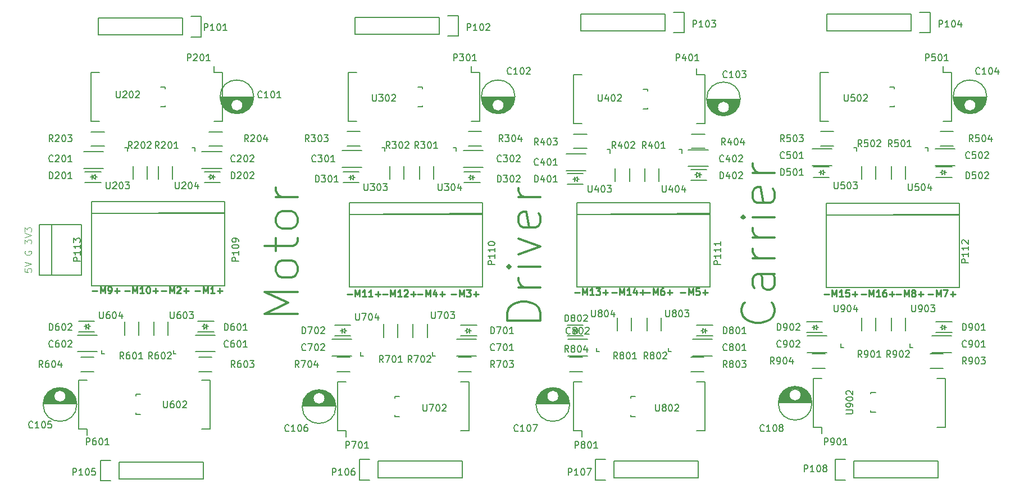
<source format=gto>
G04 #@! TF.FileFunction,Legend,Top*
%FSLAX46Y46*%
G04 Gerber Fmt 4.6, Leading zero omitted, Abs format (unit mm)*
G04 Created by KiCad (PCBNEW 4.0.0-stable) date 3/20/2016 3:51:15 PM*
%MOMM*%
G01*
G04 APERTURE LIST*
%ADD10C,0.100000*%
%ADD11C,0.300000*%
%ADD12C,0.250000*%
%ADD13C,0.150000*%
G04 APERTURE END LIST*
D10*
D11*
X151391714Y-97336476D02*
X151629810Y-97574571D01*
X151867905Y-98288857D01*
X151867905Y-98765047D01*
X151629810Y-99479333D01*
X151153619Y-99955524D01*
X150677429Y-100193619D01*
X149725048Y-100431714D01*
X149010762Y-100431714D01*
X148058381Y-100193619D01*
X147582190Y-99955524D01*
X147106000Y-99479333D01*
X146867905Y-98765047D01*
X146867905Y-98288857D01*
X147106000Y-97574571D01*
X147344095Y-97336476D01*
X151867905Y-93050762D02*
X149248857Y-93050762D01*
X148772667Y-93288857D01*
X148534571Y-93765047D01*
X148534571Y-94717428D01*
X148772667Y-95193619D01*
X151629810Y-93050762D02*
X151867905Y-93526952D01*
X151867905Y-94717428D01*
X151629810Y-95193619D01*
X151153619Y-95431714D01*
X150677429Y-95431714D01*
X150201238Y-95193619D01*
X149963143Y-94717428D01*
X149963143Y-93526952D01*
X149725048Y-93050762D01*
X151867905Y-90669809D02*
X148534571Y-90669809D01*
X149486952Y-90669809D02*
X149010762Y-90431714D01*
X148772667Y-90193618D01*
X148534571Y-89717428D01*
X148534571Y-89241237D01*
X151867905Y-87574571D02*
X148534571Y-87574571D01*
X149486952Y-87574571D02*
X149010762Y-87336476D01*
X148772667Y-87098380D01*
X148534571Y-86622190D01*
X148534571Y-86145999D01*
X151867905Y-84479333D02*
X148534571Y-84479333D01*
X146867905Y-84479333D02*
X147106000Y-84717428D01*
X147344095Y-84479333D01*
X147106000Y-84241238D01*
X146867905Y-84479333D01*
X147344095Y-84479333D01*
X151629810Y-80193619D02*
X151867905Y-80669809D01*
X151867905Y-81622190D01*
X151629810Y-82098381D01*
X151153619Y-82336476D01*
X149248857Y-82336476D01*
X148772667Y-82098381D01*
X148534571Y-81622190D01*
X148534571Y-80669809D01*
X148772667Y-80193619D01*
X149248857Y-79955524D01*
X149725048Y-79955524D01*
X150201238Y-82336476D01*
X151867905Y-77812667D02*
X148534571Y-77812667D01*
X149486952Y-77812667D02*
X149010762Y-77574572D01*
X148772667Y-77336476D01*
X148534571Y-76860286D01*
X148534571Y-76384095D01*
X116561905Y-100066857D02*
X111561905Y-100066857D01*
X111561905Y-98876381D01*
X111800000Y-98162095D01*
X112276190Y-97685904D01*
X112752381Y-97447809D01*
X113704762Y-97209714D01*
X114419048Y-97209714D01*
X115371429Y-97447809D01*
X115847619Y-97685904D01*
X116323810Y-98162095D01*
X116561905Y-98876381D01*
X116561905Y-100066857D01*
X116561905Y-95066857D02*
X113228571Y-95066857D01*
X114180952Y-95066857D02*
X113704762Y-94828762D01*
X113466667Y-94590666D01*
X113228571Y-94114476D01*
X113228571Y-93638285D01*
X116561905Y-91971619D02*
X113228571Y-91971619D01*
X111561905Y-91971619D02*
X111800000Y-92209714D01*
X112038095Y-91971619D01*
X111800000Y-91733524D01*
X111561905Y-91971619D01*
X112038095Y-91971619D01*
X113228571Y-90066857D02*
X116561905Y-88876381D01*
X113228571Y-87685905D01*
X116323810Y-83876381D02*
X116561905Y-84352571D01*
X116561905Y-85304952D01*
X116323810Y-85781143D01*
X115847619Y-86019238D01*
X113942857Y-86019238D01*
X113466667Y-85781143D01*
X113228571Y-85304952D01*
X113228571Y-84352571D01*
X113466667Y-83876381D01*
X113942857Y-83638286D01*
X114419048Y-83638286D01*
X114895238Y-86019238D01*
X116561905Y-81495429D02*
X113228571Y-81495429D01*
X114180952Y-81495429D02*
X113704762Y-81257334D01*
X113466667Y-81019238D01*
X113228571Y-80543048D01*
X113228571Y-80066857D01*
X79985905Y-99082667D02*
X74985905Y-99082667D01*
X78557333Y-97416000D01*
X74985905Y-95749333D01*
X79985905Y-95749333D01*
X79985905Y-92654095D02*
X79747810Y-93130286D01*
X79509714Y-93368381D01*
X79033524Y-93606476D01*
X77604952Y-93606476D01*
X77128762Y-93368381D01*
X76890667Y-93130286D01*
X76652571Y-92654095D01*
X76652571Y-91939809D01*
X76890667Y-91463619D01*
X77128762Y-91225524D01*
X77604952Y-90987428D01*
X79033524Y-90987428D01*
X79509714Y-91225524D01*
X79747810Y-91463619D01*
X79985905Y-91939809D01*
X79985905Y-92654095D01*
X76652571Y-89558857D02*
X76652571Y-87654095D01*
X74985905Y-88844571D02*
X79271619Y-88844571D01*
X79747810Y-88606476D01*
X79985905Y-88130285D01*
X79985905Y-87654095D01*
X79985905Y-85273142D02*
X79747810Y-85749333D01*
X79509714Y-85987428D01*
X79033524Y-86225523D01*
X77604952Y-86225523D01*
X77128762Y-85987428D01*
X76890667Y-85749333D01*
X76652571Y-85273142D01*
X76652571Y-84558856D01*
X76890667Y-84082666D01*
X77128762Y-83844571D01*
X77604952Y-83606475D01*
X79033524Y-83606475D01*
X79509714Y-83844571D01*
X79747810Y-84082666D01*
X79985905Y-84558856D01*
X79985905Y-85273142D01*
X79985905Y-81463618D02*
X76652571Y-81463618D01*
X77604952Y-81463618D02*
X77128762Y-81225523D01*
X76890667Y-80987427D01*
X76652571Y-80511237D01*
X76652571Y-80035046D01*
D12*
X174990381Y-96083429D02*
X175752286Y-96083429D01*
X176228476Y-96464381D02*
X176228476Y-95464381D01*
X176561810Y-96178667D01*
X176895143Y-95464381D01*
X176895143Y-96464381D01*
X177276095Y-95464381D02*
X177942762Y-95464381D01*
X177514190Y-96464381D01*
X178323714Y-96083429D02*
X179085619Y-96083429D01*
X178704667Y-96464381D02*
X178704667Y-95702476D01*
X170164381Y-96083429D02*
X170926286Y-96083429D01*
X171402476Y-96464381D02*
X171402476Y-95464381D01*
X171735810Y-96178667D01*
X172069143Y-95464381D01*
X172069143Y-96464381D01*
X172688190Y-95892952D02*
X172592952Y-95845333D01*
X172545333Y-95797714D01*
X172497714Y-95702476D01*
X172497714Y-95654857D01*
X172545333Y-95559619D01*
X172592952Y-95512000D01*
X172688190Y-95464381D01*
X172878667Y-95464381D01*
X172973905Y-95512000D01*
X173021524Y-95559619D01*
X173069143Y-95654857D01*
X173069143Y-95702476D01*
X173021524Y-95797714D01*
X172973905Y-95845333D01*
X172878667Y-95892952D01*
X172688190Y-95892952D01*
X172592952Y-95940571D01*
X172545333Y-95988190D01*
X172497714Y-96083429D01*
X172497714Y-96273905D01*
X172545333Y-96369143D01*
X172592952Y-96416762D01*
X172688190Y-96464381D01*
X172878667Y-96464381D01*
X172973905Y-96416762D01*
X173021524Y-96369143D01*
X173069143Y-96273905D01*
X173069143Y-96083429D01*
X173021524Y-95988190D01*
X172973905Y-95940571D01*
X172878667Y-95892952D01*
X173497714Y-96083429D02*
X174259619Y-96083429D01*
X173878667Y-96464381D02*
X173878667Y-95702476D01*
X164862191Y-96083429D02*
X165624096Y-96083429D01*
X166100286Y-96464381D02*
X166100286Y-95464381D01*
X166433620Y-96178667D01*
X166766953Y-95464381D01*
X166766953Y-96464381D01*
X167766953Y-96464381D02*
X167195524Y-96464381D01*
X167481238Y-96464381D02*
X167481238Y-95464381D01*
X167386000Y-95607238D01*
X167290762Y-95702476D01*
X167195524Y-95750095D01*
X168624096Y-95464381D02*
X168433619Y-95464381D01*
X168338381Y-95512000D01*
X168290762Y-95559619D01*
X168195524Y-95702476D01*
X168147905Y-95892952D01*
X168147905Y-96273905D01*
X168195524Y-96369143D01*
X168243143Y-96416762D01*
X168338381Y-96464381D01*
X168528858Y-96464381D01*
X168624096Y-96416762D01*
X168671715Y-96369143D01*
X168719334Y-96273905D01*
X168719334Y-96035810D01*
X168671715Y-95940571D01*
X168624096Y-95892952D01*
X168528858Y-95845333D01*
X168338381Y-95845333D01*
X168243143Y-95892952D01*
X168195524Y-95940571D01*
X168147905Y-96035810D01*
X169147905Y-96083429D02*
X169909810Y-96083429D01*
X169528858Y-96464381D02*
X169528858Y-95702476D01*
X159274191Y-96083429D02*
X160036096Y-96083429D01*
X160512286Y-96464381D02*
X160512286Y-95464381D01*
X160845620Y-96178667D01*
X161178953Y-95464381D01*
X161178953Y-96464381D01*
X162178953Y-96464381D02*
X161607524Y-96464381D01*
X161893238Y-96464381D02*
X161893238Y-95464381D01*
X161798000Y-95607238D01*
X161702762Y-95702476D01*
X161607524Y-95750095D01*
X163083715Y-95464381D02*
X162607524Y-95464381D01*
X162559905Y-95940571D01*
X162607524Y-95892952D01*
X162702762Y-95845333D01*
X162940858Y-95845333D01*
X163036096Y-95892952D01*
X163083715Y-95940571D01*
X163131334Y-96035810D01*
X163131334Y-96273905D01*
X163083715Y-96369143D01*
X163036096Y-96416762D01*
X162940858Y-96464381D01*
X162702762Y-96464381D01*
X162607524Y-96416762D01*
X162559905Y-96369143D01*
X163559905Y-96083429D02*
X164321810Y-96083429D01*
X163940858Y-96464381D02*
X163940858Y-95702476D01*
X137652381Y-95829429D02*
X138414286Y-95829429D01*
X138890476Y-96210381D02*
X138890476Y-95210381D01*
X139223810Y-95924667D01*
X139557143Y-95210381D01*
X139557143Y-96210381D01*
X140509524Y-95210381D02*
X140033333Y-95210381D01*
X139985714Y-95686571D01*
X140033333Y-95638952D01*
X140128571Y-95591333D01*
X140366667Y-95591333D01*
X140461905Y-95638952D01*
X140509524Y-95686571D01*
X140557143Y-95781810D01*
X140557143Y-96019905D01*
X140509524Y-96115143D01*
X140461905Y-96162762D01*
X140366667Y-96210381D01*
X140128571Y-96210381D01*
X140033333Y-96162762D01*
X139985714Y-96115143D01*
X140985714Y-95829429D02*
X141747619Y-95829429D01*
X141366667Y-96210381D02*
X141366667Y-95448476D01*
X132318381Y-95829429D02*
X133080286Y-95829429D01*
X133556476Y-96210381D02*
X133556476Y-95210381D01*
X133889810Y-95924667D01*
X134223143Y-95210381D01*
X134223143Y-96210381D01*
X135127905Y-95210381D02*
X134937428Y-95210381D01*
X134842190Y-95258000D01*
X134794571Y-95305619D01*
X134699333Y-95448476D01*
X134651714Y-95638952D01*
X134651714Y-96019905D01*
X134699333Y-96115143D01*
X134746952Y-96162762D01*
X134842190Y-96210381D01*
X135032667Y-96210381D01*
X135127905Y-96162762D01*
X135175524Y-96115143D01*
X135223143Y-96019905D01*
X135223143Y-95781810D01*
X135175524Y-95686571D01*
X135127905Y-95638952D01*
X135032667Y-95591333D01*
X134842190Y-95591333D01*
X134746952Y-95638952D01*
X134699333Y-95686571D01*
X134651714Y-95781810D01*
X135651714Y-95829429D02*
X136413619Y-95829429D01*
X136032667Y-96210381D02*
X136032667Y-95448476D01*
X127270191Y-95829429D02*
X128032096Y-95829429D01*
X128508286Y-96210381D02*
X128508286Y-95210381D01*
X128841620Y-95924667D01*
X129174953Y-95210381D01*
X129174953Y-96210381D01*
X130174953Y-96210381D02*
X129603524Y-96210381D01*
X129889238Y-96210381D02*
X129889238Y-95210381D01*
X129794000Y-95353238D01*
X129698762Y-95448476D01*
X129603524Y-95496095D01*
X131032096Y-95543714D02*
X131032096Y-96210381D01*
X130794000Y-95162762D02*
X130555905Y-95877048D01*
X131174953Y-95877048D01*
X131555905Y-95829429D02*
X132317810Y-95829429D01*
X131936858Y-96210381D02*
X131936858Y-95448476D01*
X121682191Y-95829429D02*
X122444096Y-95829429D01*
X122920286Y-96210381D02*
X122920286Y-95210381D01*
X123253620Y-95924667D01*
X123586953Y-95210381D01*
X123586953Y-96210381D01*
X124586953Y-96210381D02*
X124015524Y-96210381D01*
X124301238Y-96210381D02*
X124301238Y-95210381D01*
X124206000Y-95353238D01*
X124110762Y-95448476D01*
X124015524Y-95496095D01*
X124920286Y-95210381D02*
X125539334Y-95210381D01*
X125206000Y-95591333D01*
X125348858Y-95591333D01*
X125444096Y-95638952D01*
X125491715Y-95686571D01*
X125539334Y-95781810D01*
X125539334Y-96019905D01*
X125491715Y-96115143D01*
X125444096Y-96162762D01*
X125348858Y-96210381D01*
X125063143Y-96210381D01*
X124967905Y-96162762D01*
X124920286Y-96115143D01*
X125967905Y-95829429D02*
X126729810Y-95829429D01*
X126348858Y-96210381D02*
X126348858Y-95448476D01*
X103108381Y-96083429D02*
X103870286Y-96083429D01*
X104346476Y-96464381D02*
X104346476Y-95464381D01*
X104679810Y-96178667D01*
X105013143Y-95464381D01*
X105013143Y-96464381D01*
X105394095Y-95464381D02*
X106013143Y-95464381D01*
X105679809Y-95845333D01*
X105822667Y-95845333D01*
X105917905Y-95892952D01*
X105965524Y-95940571D01*
X106013143Y-96035810D01*
X106013143Y-96273905D01*
X105965524Y-96369143D01*
X105917905Y-96416762D01*
X105822667Y-96464381D01*
X105536952Y-96464381D01*
X105441714Y-96416762D01*
X105394095Y-96369143D01*
X106441714Y-96083429D02*
X107203619Y-96083429D01*
X106822667Y-96464381D02*
X106822667Y-95702476D01*
X98028381Y-96083429D02*
X98790286Y-96083429D01*
X99266476Y-96464381D02*
X99266476Y-95464381D01*
X99599810Y-96178667D01*
X99933143Y-95464381D01*
X99933143Y-96464381D01*
X100837905Y-95797714D02*
X100837905Y-96464381D01*
X100599809Y-95416762D02*
X100361714Y-96131048D01*
X100980762Y-96131048D01*
X101361714Y-96083429D02*
X102123619Y-96083429D01*
X101742667Y-96464381D02*
X101742667Y-95702476D01*
X92726191Y-96083429D02*
X93488096Y-96083429D01*
X93964286Y-96464381D02*
X93964286Y-95464381D01*
X94297620Y-96178667D01*
X94630953Y-95464381D01*
X94630953Y-96464381D01*
X95630953Y-96464381D02*
X95059524Y-96464381D01*
X95345238Y-96464381D02*
X95345238Y-95464381D01*
X95250000Y-95607238D01*
X95154762Y-95702476D01*
X95059524Y-95750095D01*
X96011905Y-95559619D02*
X96059524Y-95512000D01*
X96154762Y-95464381D01*
X96392858Y-95464381D01*
X96488096Y-95512000D01*
X96535715Y-95559619D01*
X96583334Y-95654857D01*
X96583334Y-95750095D01*
X96535715Y-95892952D01*
X95964286Y-96464381D01*
X96583334Y-96464381D01*
X97011905Y-96083429D02*
X97773810Y-96083429D01*
X97392858Y-96464381D02*
X97392858Y-95702476D01*
X87392191Y-96083429D02*
X88154096Y-96083429D01*
X88630286Y-96464381D02*
X88630286Y-95464381D01*
X88963620Y-96178667D01*
X89296953Y-95464381D01*
X89296953Y-96464381D01*
X90296953Y-96464381D02*
X89725524Y-96464381D01*
X90011238Y-96464381D02*
X90011238Y-95464381D01*
X89916000Y-95607238D01*
X89820762Y-95702476D01*
X89725524Y-95750095D01*
X91249334Y-96464381D02*
X90677905Y-96464381D01*
X90963619Y-96464381D02*
X90963619Y-95464381D01*
X90868381Y-95607238D01*
X90773143Y-95702476D01*
X90677905Y-95750095D01*
X91677905Y-96083429D02*
X92439810Y-96083429D01*
X92058858Y-96464381D02*
X92058858Y-95702476D01*
D10*
X38822381Y-92241333D02*
X38822381Y-92717524D01*
X39298571Y-92765143D01*
X39250952Y-92717524D01*
X39203333Y-92622286D01*
X39203333Y-92384190D01*
X39250952Y-92288952D01*
X39298571Y-92241333D01*
X39393810Y-92193714D01*
X39631905Y-92193714D01*
X39727143Y-92241333D01*
X39774762Y-92288952D01*
X39822381Y-92384190D01*
X39822381Y-92622286D01*
X39774762Y-92717524D01*
X39727143Y-92765143D01*
X38822381Y-91908000D02*
X39822381Y-91574667D01*
X38822381Y-91241333D01*
X38870000Y-89622285D02*
X38822381Y-89717523D01*
X38822381Y-89860380D01*
X38870000Y-90003238D01*
X38965238Y-90098476D01*
X39060476Y-90146095D01*
X39250952Y-90193714D01*
X39393810Y-90193714D01*
X39584286Y-90146095D01*
X39679524Y-90098476D01*
X39774762Y-90003238D01*
X39822381Y-89860380D01*
X39822381Y-89765142D01*
X39774762Y-89622285D01*
X39727143Y-89574666D01*
X39393810Y-89574666D01*
X39393810Y-89765142D01*
X38822381Y-88479428D02*
X38822381Y-87860380D01*
X39203333Y-88193714D01*
X39203333Y-88050856D01*
X39250952Y-87955618D01*
X39298571Y-87907999D01*
X39393810Y-87860380D01*
X39631905Y-87860380D01*
X39727143Y-87907999D01*
X39774762Y-87955618D01*
X39822381Y-88050856D01*
X39822381Y-88336571D01*
X39774762Y-88431809D01*
X39727143Y-88479428D01*
X38822381Y-87574666D02*
X39822381Y-87241333D01*
X38822381Y-86907999D01*
X38822381Y-86669904D02*
X38822381Y-86050856D01*
X39203333Y-86384190D01*
X39203333Y-86241332D01*
X39250952Y-86146094D01*
X39298571Y-86098475D01*
X39393810Y-86050856D01*
X39631905Y-86050856D01*
X39727143Y-86098475D01*
X39774762Y-86146094D01*
X39822381Y-86241332D01*
X39822381Y-86527047D01*
X39774762Y-86622285D01*
X39727143Y-86669904D01*
D12*
X64500381Y-95575429D02*
X65262286Y-95575429D01*
X65738476Y-95956381D02*
X65738476Y-94956381D01*
X66071810Y-95670667D01*
X66405143Y-94956381D01*
X66405143Y-95956381D01*
X67405143Y-95956381D02*
X66833714Y-95956381D01*
X67119428Y-95956381D02*
X67119428Y-94956381D01*
X67024190Y-95099238D01*
X66928952Y-95194476D01*
X66833714Y-95242095D01*
X67833714Y-95575429D02*
X68595619Y-95575429D01*
X68214667Y-95956381D02*
X68214667Y-95194476D01*
X59420381Y-95575429D02*
X60182286Y-95575429D01*
X60658476Y-95956381D02*
X60658476Y-94956381D01*
X60991810Y-95670667D01*
X61325143Y-94956381D01*
X61325143Y-95956381D01*
X61753714Y-95051619D02*
X61801333Y-95004000D01*
X61896571Y-94956381D01*
X62134667Y-94956381D01*
X62229905Y-95004000D01*
X62277524Y-95051619D01*
X62325143Y-95146857D01*
X62325143Y-95242095D01*
X62277524Y-95384952D01*
X61706095Y-95956381D01*
X62325143Y-95956381D01*
X62753714Y-95575429D02*
X63515619Y-95575429D01*
X63134667Y-95956381D02*
X63134667Y-95194476D01*
X53864191Y-95575429D02*
X54626096Y-95575429D01*
X55102286Y-95956381D02*
X55102286Y-94956381D01*
X55435620Y-95670667D01*
X55768953Y-94956381D01*
X55768953Y-95956381D01*
X56768953Y-95956381D02*
X56197524Y-95956381D01*
X56483238Y-95956381D02*
X56483238Y-94956381D01*
X56388000Y-95099238D01*
X56292762Y-95194476D01*
X56197524Y-95242095D01*
X57388000Y-94956381D02*
X57483239Y-94956381D01*
X57578477Y-95004000D01*
X57626096Y-95051619D01*
X57673715Y-95146857D01*
X57721334Y-95337333D01*
X57721334Y-95575429D01*
X57673715Y-95765905D01*
X57626096Y-95861143D01*
X57578477Y-95908762D01*
X57483239Y-95956381D01*
X57388000Y-95956381D01*
X57292762Y-95908762D01*
X57245143Y-95861143D01*
X57197524Y-95765905D01*
X57149905Y-95575429D01*
X57149905Y-95337333D01*
X57197524Y-95146857D01*
X57245143Y-95051619D01*
X57292762Y-95004000D01*
X57388000Y-94956381D01*
X58149905Y-95575429D02*
X58911810Y-95575429D01*
X58530858Y-95956381D02*
X58530858Y-95194476D01*
X49006381Y-95575429D02*
X49768286Y-95575429D01*
X50244476Y-95956381D02*
X50244476Y-94956381D01*
X50577810Y-95670667D01*
X50911143Y-94956381D01*
X50911143Y-95956381D01*
X51434952Y-95956381D02*
X51625428Y-95956381D01*
X51720667Y-95908762D01*
X51768286Y-95861143D01*
X51863524Y-95718286D01*
X51911143Y-95527810D01*
X51911143Y-95146857D01*
X51863524Y-95051619D01*
X51815905Y-95004000D01*
X51720667Y-94956381D01*
X51530190Y-94956381D01*
X51434952Y-95004000D01*
X51387333Y-95051619D01*
X51339714Y-95146857D01*
X51339714Y-95384952D01*
X51387333Y-95480190D01*
X51434952Y-95527810D01*
X51530190Y-95575429D01*
X51720667Y-95575429D01*
X51815905Y-95527810D01*
X51863524Y-95480190D01*
X51911143Y-95384952D01*
X52339714Y-95575429D02*
X53101619Y-95575429D01*
X52720667Y-95956381D02*
X52720667Y-95194476D01*
D13*
X68652500Y-62682500D02*
X67382500Y-62682500D01*
X68652500Y-70032500D02*
X67382500Y-70032500D01*
X48822500Y-70032500D02*
X50092500Y-70032500D01*
X48822500Y-62682500D02*
X50092500Y-62682500D01*
X68652500Y-62682500D02*
X68652500Y-70032500D01*
X48822500Y-62682500D02*
X48822500Y-70032500D01*
X67382500Y-62682500D02*
X67382500Y-61747500D01*
X73301500Y-66412500D02*
X68303500Y-66412500D01*
X73293500Y-66552500D02*
X68311500Y-66552500D01*
X73277500Y-66692500D02*
X70897500Y-66692500D01*
X70707500Y-66692500D02*
X68327500Y-66692500D01*
X73253500Y-66832500D02*
X71292500Y-66832500D01*
X70312500Y-66832500D02*
X68351500Y-66832500D01*
X73220500Y-66972500D02*
X71459500Y-66972500D01*
X70145500Y-66972500D02*
X68384500Y-66972500D01*
X73179500Y-67112500D02*
X71566500Y-67112500D01*
X70038500Y-67112500D02*
X68425500Y-67112500D01*
X73129500Y-67252500D02*
X71637500Y-67252500D01*
X69967500Y-67252500D02*
X68475500Y-67252500D01*
X73068500Y-67392500D02*
X71681500Y-67392500D01*
X69923500Y-67392500D02*
X68536500Y-67392500D01*
X72998500Y-67532500D02*
X71700500Y-67532500D01*
X69904500Y-67532500D02*
X68606500Y-67532500D01*
X72916500Y-67672500D02*
X71698500Y-67672500D01*
X69906500Y-67672500D02*
X68688500Y-67672500D01*
X72821500Y-67812500D02*
X71673500Y-67812500D01*
X69931500Y-67812500D02*
X68783500Y-67812500D01*
X72710500Y-67952500D02*
X71625500Y-67952500D01*
X69979500Y-67952500D02*
X68894500Y-67952500D01*
X72582500Y-68092500D02*
X71547500Y-68092500D01*
X70057500Y-68092500D02*
X69022500Y-68092500D01*
X72433500Y-68232500D02*
X71430500Y-68232500D01*
X70174500Y-68232500D02*
X69171500Y-68232500D01*
X72254500Y-68372500D02*
X71242500Y-68372500D01*
X70362500Y-68372500D02*
X69350500Y-68372500D01*
X72035500Y-68512500D02*
X69569500Y-68512500D01*
X71746500Y-68652500D02*
X69858500Y-68652500D01*
X71274500Y-68792500D02*
X70330500Y-68792500D01*
X71702500Y-67587500D02*
G75*
G03X71702500Y-67587500I-900000J0D01*
G01*
X73340000Y-66337500D02*
G75*
G03X73340000Y-66337500I-2537500J0D01*
G01*
X112671500Y-66412500D02*
X107673500Y-66412500D01*
X112663500Y-66552500D02*
X107681500Y-66552500D01*
X112647500Y-66692500D02*
X110267500Y-66692500D01*
X110077500Y-66692500D02*
X107697500Y-66692500D01*
X112623500Y-66832500D02*
X110662500Y-66832500D01*
X109682500Y-66832500D02*
X107721500Y-66832500D01*
X112590500Y-66972500D02*
X110829500Y-66972500D01*
X109515500Y-66972500D02*
X107754500Y-66972500D01*
X112549500Y-67112500D02*
X110936500Y-67112500D01*
X109408500Y-67112500D02*
X107795500Y-67112500D01*
X112499500Y-67252500D02*
X111007500Y-67252500D01*
X109337500Y-67252500D02*
X107845500Y-67252500D01*
X112438500Y-67392500D02*
X111051500Y-67392500D01*
X109293500Y-67392500D02*
X107906500Y-67392500D01*
X112368500Y-67532500D02*
X111070500Y-67532500D01*
X109274500Y-67532500D02*
X107976500Y-67532500D01*
X112286500Y-67672500D02*
X111068500Y-67672500D01*
X109276500Y-67672500D02*
X108058500Y-67672500D01*
X112191500Y-67812500D02*
X111043500Y-67812500D01*
X109301500Y-67812500D02*
X108153500Y-67812500D01*
X112080500Y-67952500D02*
X110995500Y-67952500D01*
X109349500Y-67952500D02*
X108264500Y-67952500D01*
X111952500Y-68092500D02*
X110917500Y-68092500D01*
X109427500Y-68092500D02*
X108392500Y-68092500D01*
X111803500Y-68232500D02*
X110800500Y-68232500D01*
X109544500Y-68232500D02*
X108541500Y-68232500D01*
X111624500Y-68372500D02*
X110612500Y-68372500D01*
X109732500Y-68372500D02*
X108720500Y-68372500D01*
X111405500Y-68512500D02*
X108939500Y-68512500D01*
X111116500Y-68652500D02*
X109228500Y-68652500D01*
X110644500Y-68792500D02*
X109700500Y-68792500D01*
X111072500Y-67587500D02*
G75*
G03X111072500Y-67587500I-900000J0D01*
G01*
X112710000Y-66337500D02*
G75*
G03X112710000Y-66337500I-2537500J0D01*
G01*
X146644000Y-66730000D02*
X141646000Y-66730000D01*
X146636000Y-66870000D02*
X141654000Y-66870000D01*
X146620000Y-67010000D02*
X144240000Y-67010000D01*
X144050000Y-67010000D02*
X141670000Y-67010000D01*
X146596000Y-67150000D02*
X144635000Y-67150000D01*
X143655000Y-67150000D02*
X141694000Y-67150000D01*
X146563000Y-67290000D02*
X144802000Y-67290000D01*
X143488000Y-67290000D02*
X141727000Y-67290000D01*
X146522000Y-67430000D02*
X144909000Y-67430000D01*
X143381000Y-67430000D02*
X141768000Y-67430000D01*
X146472000Y-67570000D02*
X144980000Y-67570000D01*
X143310000Y-67570000D02*
X141818000Y-67570000D01*
X146411000Y-67710000D02*
X145024000Y-67710000D01*
X143266000Y-67710000D02*
X141879000Y-67710000D01*
X146341000Y-67850000D02*
X145043000Y-67850000D01*
X143247000Y-67850000D02*
X141949000Y-67850000D01*
X146259000Y-67990000D02*
X145041000Y-67990000D01*
X143249000Y-67990000D02*
X142031000Y-67990000D01*
X146164000Y-68130000D02*
X145016000Y-68130000D01*
X143274000Y-68130000D02*
X142126000Y-68130000D01*
X146053000Y-68270000D02*
X144968000Y-68270000D01*
X143322000Y-68270000D02*
X142237000Y-68270000D01*
X145925000Y-68410000D02*
X144890000Y-68410000D01*
X143400000Y-68410000D02*
X142365000Y-68410000D01*
X145776000Y-68550000D02*
X144773000Y-68550000D01*
X143517000Y-68550000D02*
X142514000Y-68550000D01*
X145597000Y-68690000D02*
X144585000Y-68690000D01*
X143705000Y-68690000D02*
X142693000Y-68690000D01*
X145378000Y-68830000D02*
X142912000Y-68830000D01*
X145089000Y-68970000D02*
X143201000Y-68970000D01*
X144617000Y-69110000D02*
X143673000Y-69110000D01*
X145045000Y-67905000D02*
G75*
G03X145045000Y-67905000I-900000J0D01*
G01*
X146682500Y-66655000D02*
G75*
G03X146682500Y-66655000I-2537500J0D01*
G01*
X183791500Y-66412500D02*
X178793500Y-66412500D01*
X183783500Y-66552500D02*
X178801500Y-66552500D01*
X183767500Y-66692500D02*
X181387500Y-66692500D01*
X181197500Y-66692500D02*
X178817500Y-66692500D01*
X183743500Y-66832500D02*
X181782500Y-66832500D01*
X180802500Y-66832500D02*
X178841500Y-66832500D01*
X183710500Y-66972500D02*
X181949500Y-66972500D01*
X180635500Y-66972500D02*
X178874500Y-66972500D01*
X183669500Y-67112500D02*
X182056500Y-67112500D01*
X180528500Y-67112500D02*
X178915500Y-67112500D01*
X183619500Y-67252500D02*
X182127500Y-67252500D01*
X180457500Y-67252500D02*
X178965500Y-67252500D01*
X183558500Y-67392500D02*
X182171500Y-67392500D01*
X180413500Y-67392500D02*
X179026500Y-67392500D01*
X183488500Y-67532500D02*
X182190500Y-67532500D01*
X180394500Y-67532500D02*
X179096500Y-67532500D01*
X183406500Y-67672500D02*
X182188500Y-67672500D01*
X180396500Y-67672500D02*
X179178500Y-67672500D01*
X183311500Y-67812500D02*
X182163500Y-67812500D01*
X180421500Y-67812500D02*
X179273500Y-67812500D01*
X183200500Y-67952500D02*
X182115500Y-67952500D01*
X180469500Y-67952500D02*
X179384500Y-67952500D01*
X183072500Y-68092500D02*
X182037500Y-68092500D01*
X180547500Y-68092500D02*
X179512500Y-68092500D01*
X182923500Y-68232500D02*
X181920500Y-68232500D01*
X180664500Y-68232500D02*
X179661500Y-68232500D01*
X182744500Y-68372500D02*
X181732500Y-68372500D01*
X180852500Y-68372500D02*
X179840500Y-68372500D01*
X182525500Y-68512500D02*
X180059500Y-68512500D01*
X182236500Y-68652500D02*
X180348500Y-68652500D01*
X181764500Y-68792500D02*
X180820500Y-68792500D01*
X182192500Y-67587500D02*
G75*
G03X182192500Y-67587500I-900000J0D01*
G01*
X183830000Y-66337500D02*
G75*
G03X183830000Y-66337500I-2537500J0D01*
G01*
X41633500Y-112657500D02*
X46631500Y-112657500D01*
X41641500Y-112517500D02*
X46623500Y-112517500D01*
X41657500Y-112377500D02*
X44037500Y-112377500D01*
X44227500Y-112377500D02*
X46607500Y-112377500D01*
X41681500Y-112237500D02*
X43642500Y-112237500D01*
X44622500Y-112237500D02*
X46583500Y-112237500D01*
X41714500Y-112097500D02*
X43475500Y-112097500D01*
X44789500Y-112097500D02*
X46550500Y-112097500D01*
X41755500Y-111957500D02*
X43368500Y-111957500D01*
X44896500Y-111957500D02*
X46509500Y-111957500D01*
X41805500Y-111817500D02*
X43297500Y-111817500D01*
X44967500Y-111817500D02*
X46459500Y-111817500D01*
X41866500Y-111677500D02*
X43253500Y-111677500D01*
X45011500Y-111677500D02*
X46398500Y-111677500D01*
X41936500Y-111537500D02*
X43234500Y-111537500D01*
X45030500Y-111537500D02*
X46328500Y-111537500D01*
X42018500Y-111397500D02*
X43236500Y-111397500D01*
X45028500Y-111397500D02*
X46246500Y-111397500D01*
X42113500Y-111257500D02*
X43261500Y-111257500D01*
X45003500Y-111257500D02*
X46151500Y-111257500D01*
X42224500Y-111117500D02*
X43309500Y-111117500D01*
X44955500Y-111117500D02*
X46040500Y-111117500D01*
X42352500Y-110977500D02*
X43387500Y-110977500D01*
X44877500Y-110977500D02*
X45912500Y-110977500D01*
X42501500Y-110837500D02*
X43504500Y-110837500D01*
X44760500Y-110837500D02*
X45763500Y-110837500D01*
X42680500Y-110697500D02*
X43692500Y-110697500D01*
X44572500Y-110697500D02*
X45584500Y-110697500D01*
X42899500Y-110557500D02*
X45365500Y-110557500D01*
X43188500Y-110417500D02*
X45076500Y-110417500D01*
X43660500Y-110277500D02*
X44604500Y-110277500D01*
X45032500Y-111482500D02*
G75*
G03X45032500Y-111482500I-900000J0D01*
G01*
X46670000Y-112732500D02*
G75*
G03X46670000Y-112732500I-2537500J0D01*
G01*
X80686000Y-112975000D02*
X85684000Y-112975000D01*
X80694000Y-112835000D02*
X85676000Y-112835000D01*
X80710000Y-112695000D02*
X83090000Y-112695000D01*
X83280000Y-112695000D02*
X85660000Y-112695000D01*
X80734000Y-112555000D02*
X82695000Y-112555000D01*
X83675000Y-112555000D02*
X85636000Y-112555000D01*
X80767000Y-112415000D02*
X82528000Y-112415000D01*
X83842000Y-112415000D02*
X85603000Y-112415000D01*
X80808000Y-112275000D02*
X82421000Y-112275000D01*
X83949000Y-112275000D02*
X85562000Y-112275000D01*
X80858000Y-112135000D02*
X82350000Y-112135000D01*
X84020000Y-112135000D02*
X85512000Y-112135000D01*
X80919000Y-111995000D02*
X82306000Y-111995000D01*
X84064000Y-111995000D02*
X85451000Y-111995000D01*
X80989000Y-111855000D02*
X82287000Y-111855000D01*
X84083000Y-111855000D02*
X85381000Y-111855000D01*
X81071000Y-111715000D02*
X82289000Y-111715000D01*
X84081000Y-111715000D02*
X85299000Y-111715000D01*
X81166000Y-111575000D02*
X82314000Y-111575000D01*
X84056000Y-111575000D02*
X85204000Y-111575000D01*
X81277000Y-111435000D02*
X82362000Y-111435000D01*
X84008000Y-111435000D02*
X85093000Y-111435000D01*
X81405000Y-111295000D02*
X82440000Y-111295000D01*
X83930000Y-111295000D02*
X84965000Y-111295000D01*
X81554000Y-111155000D02*
X82557000Y-111155000D01*
X83813000Y-111155000D02*
X84816000Y-111155000D01*
X81733000Y-111015000D02*
X82745000Y-111015000D01*
X83625000Y-111015000D02*
X84637000Y-111015000D01*
X81952000Y-110875000D02*
X84418000Y-110875000D01*
X82241000Y-110735000D02*
X84129000Y-110735000D01*
X82713000Y-110595000D02*
X83657000Y-110595000D01*
X84085000Y-111800000D02*
G75*
G03X84085000Y-111800000I-900000J0D01*
G01*
X85722500Y-113050000D02*
G75*
G03X85722500Y-113050000I-2537500J0D01*
G01*
X115928500Y-112657500D02*
X120926500Y-112657500D01*
X115936500Y-112517500D02*
X120918500Y-112517500D01*
X115952500Y-112377500D02*
X118332500Y-112377500D01*
X118522500Y-112377500D02*
X120902500Y-112377500D01*
X115976500Y-112237500D02*
X117937500Y-112237500D01*
X118917500Y-112237500D02*
X120878500Y-112237500D01*
X116009500Y-112097500D02*
X117770500Y-112097500D01*
X119084500Y-112097500D02*
X120845500Y-112097500D01*
X116050500Y-111957500D02*
X117663500Y-111957500D01*
X119191500Y-111957500D02*
X120804500Y-111957500D01*
X116100500Y-111817500D02*
X117592500Y-111817500D01*
X119262500Y-111817500D02*
X120754500Y-111817500D01*
X116161500Y-111677500D02*
X117548500Y-111677500D01*
X119306500Y-111677500D02*
X120693500Y-111677500D01*
X116231500Y-111537500D02*
X117529500Y-111537500D01*
X119325500Y-111537500D02*
X120623500Y-111537500D01*
X116313500Y-111397500D02*
X117531500Y-111397500D01*
X119323500Y-111397500D02*
X120541500Y-111397500D01*
X116408500Y-111257500D02*
X117556500Y-111257500D01*
X119298500Y-111257500D02*
X120446500Y-111257500D01*
X116519500Y-111117500D02*
X117604500Y-111117500D01*
X119250500Y-111117500D02*
X120335500Y-111117500D01*
X116647500Y-110977500D02*
X117682500Y-110977500D01*
X119172500Y-110977500D02*
X120207500Y-110977500D01*
X116796500Y-110837500D02*
X117799500Y-110837500D01*
X119055500Y-110837500D02*
X120058500Y-110837500D01*
X116975500Y-110697500D02*
X117987500Y-110697500D01*
X118867500Y-110697500D02*
X119879500Y-110697500D01*
X117194500Y-110557500D02*
X119660500Y-110557500D01*
X117483500Y-110417500D02*
X119371500Y-110417500D01*
X117955500Y-110277500D02*
X118899500Y-110277500D01*
X119327500Y-111482500D02*
G75*
G03X119327500Y-111482500I-900000J0D01*
G01*
X120965000Y-112732500D02*
G75*
G03X120965000Y-112732500I-2537500J0D01*
G01*
X152441000Y-112467000D02*
X157439000Y-112467000D01*
X152449000Y-112327000D02*
X157431000Y-112327000D01*
X152465000Y-112187000D02*
X154845000Y-112187000D01*
X155035000Y-112187000D02*
X157415000Y-112187000D01*
X152489000Y-112047000D02*
X154450000Y-112047000D01*
X155430000Y-112047000D02*
X157391000Y-112047000D01*
X152522000Y-111907000D02*
X154283000Y-111907000D01*
X155597000Y-111907000D02*
X157358000Y-111907000D01*
X152563000Y-111767000D02*
X154176000Y-111767000D01*
X155704000Y-111767000D02*
X157317000Y-111767000D01*
X152613000Y-111627000D02*
X154105000Y-111627000D01*
X155775000Y-111627000D02*
X157267000Y-111627000D01*
X152674000Y-111487000D02*
X154061000Y-111487000D01*
X155819000Y-111487000D02*
X157206000Y-111487000D01*
X152744000Y-111347000D02*
X154042000Y-111347000D01*
X155838000Y-111347000D02*
X157136000Y-111347000D01*
X152826000Y-111207000D02*
X154044000Y-111207000D01*
X155836000Y-111207000D02*
X157054000Y-111207000D01*
X152921000Y-111067000D02*
X154069000Y-111067000D01*
X155811000Y-111067000D02*
X156959000Y-111067000D01*
X153032000Y-110927000D02*
X154117000Y-110927000D01*
X155763000Y-110927000D02*
X156848000Y-110927000D01*
X153160000Y-110787000D02*
X154195000Y-110787000D01*
X155685000Y-110787000D02*
X156720000Y-110787000D01*
X153309000Y-110647000D02*
X154312000Y-110647000D01*
X155568000Y-110647000D02*
X156571000Y-110647000D01*
X153488000Y-110507000D02*
X154500000Y-110507000D01*
X155380000Y-110507000D02*
X156392000Y-110507000D01*
X153707000Y-110367000D02*
X156173000Y-110367000D01*
X153996000Y-110227000D02*
X155884000Y-110227000D01*
X154468000Y-110087000D02*
X155412000Y-110087000D01*
X155840000Y-111292000D02*
G75*
G03X155840000Y-111292000I-900000J0D01*
G01*
X157477500Y-112542000D02*
G75*
G03X157477500Y-112542000I-2537500J0D01*
G01*
X49462500Y-78422500D02*
X49712500Y-78422500D01*
X48962500Y-78422500D02*
X48712500Y-78422500D01*
X48962500Y-78422500D02*
X49462500Y-78072500D01*
X49462500Y-78072500D02*
X49462500Y-78772500D01*
X49462500Y-78772500D02*
X48962500Y-78422500D01*
X48962500Y-78072500D02*
X48962500Y-78772500D01*
X47912500Y-79222500D02*
X50312500Y-79222500D01*
X47912500Y-77622500D02*
X50312500Y-77622500D01*
X66742500Y-78422500D02*
X66492500Y-78422500D01*
X67242500Y-78422500D02*
X67492500Y-78422500D01*
X67242500Y-78422500D02*
X66742500Y-78772500D01*
X66742500Y-78772500D02*
X66742500Y-78072500D01*
X66742500Y-78072500D02*
X67242500Y-78422500D01*
X67242500Y-78772500D02*
X67242500Y-78072500D01*
X68292500Y-77622500D02*
X65892500Y-77622500D01*
X68292500Y-79222500D02*
X65892500Y-79222500D01*
X88388000Y-78486000D02*
X88638000Y-78486000D01*
X87888000Y-78486000D02*
X87638000Y-78486000D01*
X87888000Y-78486000D02*
X88388000Y-78136000D01*
X88388000Y-78136000D02*
X88388000Y-78836000D01*
X88388000Y-78836000D02*
X87888000Y-78486000D01*
X87888000Y-78136000D02*
X87888000Y-78836000D01*
X86838000Y-79286000D02*
X89238000Y-79286000D01*
X86838000Y-77686000D02*
X89238000Y-77686000D01*
X105922000Y-78486000D02*
X105672000Y-78486000D01*
X106422000Y-78486000D02*
X106672000Y-78486000D01*
X106422000Y-78486000D02*
X105922000Y-78836000D01*
X105922000Y-78836000D02*
X105922000Y-78136000D01*
X105922000Y-78136000D02*
X106422000Y-78486000D01*
X106422000Y-78836000D02*
X106422000Y-78136000D01*
X107472000Y-77686000D02*
X105072000Y-77686000D01*
X107472000Y-79286000D02*
X105072000Y-79286000D01*
X122170000Y-78740000D02*
X122420000Y-78740000D01*
X121670000Y-78740000D02*
X121420000Y-78740000D01*
X121670000Y-78740000D02*
X122170000Y-78390000D01*
X122170000Y-78390000D02*
X122170000Y-79090000D01*
X122170000Y-79090000D02*
X121670000Y-78740000D01*
X121670000Y-78390000D02*
X121670000Y-79090000D01*
X120620000Y-79540000D02*
X123020000Y-79540000D01*
X120620000Y-77940000D02*
X123020000Y-77940000D01*
X140085000Y-78105000D02*
X139835000Y-78105000D01*
X140585000Y-78105000D02*
X140835000Y-78105000D01*
X140585000Y-78105000D02*
X140085000Y-78455000D01*
X140085000Y-78455000D02*
X140085000Y-77755000D01*
X140085000Y-77755000D02*
X140585000Y-78105000D01*
X140585000Y-78455000D02*
X140585000Y-77755000D01*
X141635000Y-77305000D02*
X139235000Y-77305000D01*
X141635000Y-78905000D02*
X139235000Y-78905000D01*
X159254000Y-77724000D02*
X159504000Y-77724000D01*
X158754000Y-77724000D02*
X158504000Y-77724000D01*
X158754000Y-77724000D02*
X159254000Y-77374000D01*
X159254000Y-77374000D02*
X159254000Y-78074000D01*
X159254000Y-78074000D02*
X158754000Y-77724000D01*
X158754000Y-77374000D02*
X158754000Y-78074000D01*
X157704000Y-78524000D02*
X160104000Y-78524000D01*
X157704000Y-76924000D02*
X160104000Y-76924000D01*
X177042000Y-77724000D02*
X176792000Y-77724000D01*
X177542000Y-77724000D02*
X177792000Y-77724000D01*
X177542000Y-77724000D02*
X177042000Y-78074000D01*
X177042000Y-78074000D02*
X177042000Y-77374000D01*
X177042000Y-77374000D02*
X177542000Y-77724000D01*
X177542000Y-78074000D02*
X177542000Y-77374000D01*
X178592000Y-76924000D02*
X176192000Y-76924000D01*
X178592000Y-78524000D02*
X176192000Y-78524000D01*
X65790000Y-100965000D02*
X65540000Y-100965000D01*
X66290000Y-100965000D02*
X66540000Y-100965000D01*
X66290000Y-100965000D02*
X65790000Y-101315000D01*
X65790000Y-101315000D02*
X65790000Y-100615000D01*
X65790000Y-100615000D02*
X66290000Y-100965000D01*
X66290000Y-101315000D02*
X66290000Y-100615000D01*
X67340000Y-100165000D02*
X64940000Y-100165000D01*
X67340000Y-101765000D02*
X64940000Y-101765000D01*
X48510000Y-100965000D02*
X48760000Y-100965000D01*
X48010000Y-100965000D02*
X47760000Y-100965000D01*
X48010000Y-100965000D02*
X48510000Y-100615000D01*
X48510000Y-100615000D02*
X48510000Y-101315000D01*
X48510000Y-101315000D02*
X48010000Y-100965000D01*
X48010000Y-100615000D02*
X48010000Y-101315000D01*
X46960000Y-101765000D02*
X49360000Y-101765000D01*
X46960000Y-100165000D02*
X49360000Y-100165000D01*
X105414000Y-101600000D02*
X105164000Y-101600000D01*
X105914000Y-101600000D02*
X106164000Y-101600000D01*
X105914000Y-101600000D02*
X105414000Y-101950000D01*
X105414000Y-101950000D02*
X105414000Y-101250000D01*
X105414000Y-101250000D02*
X105914000Y-101600000D01*
X105914000Y-101950000D02*
X105914000Y-101250000D01*
X106964000Y-100800000D02*
X104564000Y-100800000D01*
X106964000Y-102400000D02*
X104564000Y-102400000D01*
X87118000Y-101600000D02*
X87368000Y-101600000D01*
X86618000Y-101600000D02*
X86368000Y-101600000D01*
X86618000Y-101600000D02*
X87118000Y-101250000D01*
X87118000Y-101250000D02*
X87118000Y-101950000D01*
X87118000Y-101950000D02*
X86618000Y-101600000D01*
X86618000Y-101250000D02*
X86618000Y-101950000D01*
X85568000Y-102400000D02*
X87968000Y-102400000D01*
X85568000Y-100800000D02*
X87968000Y-100800000D01*
X140974000Y-101600000D02*
X140724000Y-101600000D01*
X141474000Y-101600000D02*
X141724000Y-101600000D01*
X141474000Y-101600000D02*
X140974000Y-101950000D01*
X140974000Y-101950000D02*
X140974000Y-101250000D01*
X140974000Y-101250000D02*
X141474000Y-101600000D01*
X141474000Y-101950000D02*
X141474000Y-101250000D01*
X142524000Y-100800000D02*
X140124000Y-100800000D01*
X142524000Y-102400000D02*
X140124000Y-102400000D01*
X122170000Y-101600000D02*
X122420000Y-101600000D01*
X121670000Y-101600000D02*
X121420000Y-101600000D01*
X121670000Y-101600000D02*
X122170000Y-101250000D01*
X122170000Y-101250000D02*
X122170000Y-101950000D01*
X122170000Y-101950000D02*
X121670000Y-101600000D01*
X121670000Y-101250000D02*
X121670000Y-101950000D01*
X120620000Y-102400000D02*
X123020000Y-102400000D01*
X120620000Y-100800000D02*
X123020000Y-100800000D01*
X177042000Y-101092000D02*
X176792000Y-101092000D01*
X177542000Y-101092000D02*
X177792000Y-101092000D01*
X177542000Y-101092000D02*
X177042000Y-101442000D01*
X177042000Y-101442000D02*
X177042000Y-100742000D01*
X177042000Y-100742000D02*
X177542000Y-101092000D01*
X177542000Y-101442000D02*
X177542000Y-100742000D01*
X178592000Y-100292000D02*
X176192000Y-100292000D01*
X178592000Y-101892000D02*
X176192000Y-101892000D01*
X158238000Y-101092000D02*
X158488000Y-101092000D01*
X157738000Y-101092000D02*
X157488000Y-101092000D01*
X157738000Y-101092000D02*
X158238000Y-100742000D01*
X158238000Y-100742000D02*
X158238000Y-101442000D01*
X158238000Y-101442000D02*
X157738000Y-101092000D01*
X157738000Y-100742000D02*
X157738000Y-101442000D01*
X156688000Y-101892000D02*
X159088000Y-101892000D01*
X156688000Y-100292000D02*
X159088000Y-100292000D01*
X61082500Y-76787500D02*
X61082500Y-78787500D01*
X58932500Y-78787500D02*
X58932500Y-76787500D01*
X57272500Y-76787500D02*
X57272500Y-78787500D01*
X55122500Y-78787500D02*
X55122500Y-76787500D01*
X50847500Y-73782500D02*
X48847500Y-73782500D01*
X48847500Y-71632500D02*
X50847500Y-71632500D01*
X66627500Y-71632500D02*
X68627500Y-71632500D01*
X68627500Y-73782500D02*
X66627500Y-73782500D01*
X100452500Y-76787500D02*
X100452500Y-78787500D01*
X98302500Y-78787500D02*
X98302500Y-76787500D01*
X96007500Y-76787500D02*
X96007500Y-78787500D01*
X93857500Y-78787500D02*
X93857500Y-76787500D01*
X89392000Y-73719000D02*
X87392000Y-73719000D01*
X87392000Y-71569000D02*
X89392000Y-71569000D01*
X105680000Y-71569000D02*
X107680000Y-71569000D01*
X107680000Y-73719000D02*
X105680000Y-73719000D01*
X134425000Y-77105000D02*
X134425000Y-79105000D01*
X132275000Y-79105000D02*
X132275000Y-77105000D01*
X129980000Y-77105000D02*
X129980000Y-79105000D01*
X127830000Y-79105000D02*
X127830000Y-77105000D01*
X123555000Y-74100000D02*
X121555000Y-74100000D01*
X121555000Y-71950000D02*
X123555000Y-71950000D01*
X139335000Y-71950000D02*
X141335000Y-71950000D01*
X141335000Y-74100000D02*
X139335000Y-74100000D01*
X171572500Y-76787500D02*
X171572500Y-78787500D01*
X169422500Y-78787500D02*
X169422500Y-76787500D01*
X167127500Y-76787500D02*
X167127500Y-78787500D01*
X164977500Y-78787500D02*
X164977500Y-76787500D01*
X160766000Y-73719000D02*
X158766000Y-73719000D01*
X158766000Y-71569000D02*
X160766000Y-71569000D01*
X176800000Y-71569000D02*
X178800000Y-71569000D01*
X178800000Y-73719000D02*
X176800000Y-73719000D01*
X53852500Y-102282500D02*
X53852500Y-100282500D01*
X56002500Y-100282500D02*
X56002500Y-102282500D01*
X58297500Y-102282500D02*
X58297500Y-100282500D01*
X60447500Y-100282500D02*
X60447500Y-102282500D01*
X65040000Y-105605000D02*
X67040000Y-105605000D01*
X67040000Y-107755000D02*
X65040000Y-107755000D01*
X49260000Y-107755000D02*
X47260000Y-107755000D01*
X47260000Y-105605000D02*
X49260000Y-105605000D01*
X92905000Y-102600000D02*
X92905000Y-100600000D01*
X95055000Y-100600000D02*
X95055000Y-102600000D01*
X97350000Y-102600000D02*
X97350000Y-100600000D01*
X99500000Y-100600000D02*
X99500000Y-102600000D01*
X104156000Y-105605000D02*
X106156000Y-105605000D01*
X106156000Y-107755000D02*
X104156000Y-107755000D01*
X87868000Y-107755000D02*
X85868000Y-107755000D01*
X85868000Y-105605000D02*
X87868000Y-105605000D01*
X128147500Y-101647500D02*
X128147500Y-99647500D01*
X130297500Y-99647500D02*
X130297500Y-101647500D01*
X132592500Y-101647500D02*
X132592500Y-99647500D01*
X134742500Y-99647500D02*
X134742500Y-101647500D01*
X139208000Y-105605000D02*
X141208000Y-105605000D01*
X141208000Y-107755000D02*
X139208000Y-107755000D01*
X122920000Y-107755000D02*
X120920000Y-107755000D01*
X120920000Y-105605000D02*
X122920000Y-105605000D01*
X164977500Y-101647500D02*
X164977500Y-99647500D01*
X167127500Y-99647500D02*
X167127500Y-101647500D01*
X169422500Y-101647500D02*
X169422500Y-99647500D01*
X171572500Y-99647500D02*
X171572500Y-101647500D01*
X175276000Y-105097000D02*
X177276000Y-105097000D01*
X177276000Y-107247000D02*
X175276000Y-107247000D01*
X159496000Y-107247000D02*
X157496000Y-107247000D01*
X157496000Y-105097000D02*
X159496000Y-105097000D01*
X59321700Y-64857680D02*
X60022740Y-64857680D01*
X60022740Y-64857680D02*
X60022740Y-65106600D01*
X60022740Y-67656660D02*
X60022740Y-67857320D01*
X60022740Y-67857320D02*
X59321700Y-67857320D01*
X54343300Y-74538840D02*
X54343300Y-73969880D01*
X54343300Y-73969880D02*
X53931820Y-73969880D01*
X64503300Y-74538840D02*
X64503300Y-73969880D01*
X64503300Y-73969880D02*
X64091820Y-73969880D01*
X98056700Y-64857680D02*
X98757740Y-64857680D01*
X98757740Y-64857680D02*
X98757740Y-65106600D01*
X98757740Y-67656660D02*
X98757740Y-67857320D01*
X98757740Y-67857320D02*
X98056700Y-67857320D01*
X93078300Y-74538840D02*
X93078300Y-73969880D01*
X93078300Y-73969880D02*
X92666820Y-73969880D01*
X103873300Y-74538840D02*
X103873300Y-73969880D01*
X103873300Y-73969880D02*
X103461820Y-73969880D01*
X132029200Y-65175180D02*
X132730240Y-65175180D01*
X132730240Y-65175180D02*
X132730240Y-65424100D01*
X132730240Y-67974160D02*
X132730240Y-68174820D01*
X132730240Y-68174820D02*
X132029200Y-68174820D01*
X127050800Y-74856340D02*
X127050800Y-74287380D01*
X127050800Y-74287380D02*
X126639320Y-74287380D01*
X137845800Y-74856340D02*
X137845800Y-74287380D01*
X137845800Y-74287380D02*
X137434320Y-74287380D01*
X169176700Y-64857680D02*
X169877740Y-64857680D01*
X169877740Y-64857680D02*
X169877740Y-65106600D01*
X169877740Y-67656660D02*
X169877740Y-67857320D01*
X169877740Y-67857320D02*
X169176700Y-67857320D01*
X164198300Y-74538840D02*
X164198300Y-73969880D01*
X164198300Y-73969880D02*
X163786820Y-73969880D01*
X174993300Y-74538840D02*
X174993300Y-73969880D01*
X174993300Y-73969880D02*
X174581820Y-73969880D01*
X56248300Y-114212320D02*
X55547260Y-114212320D01*
X55547260Y-114212320D02*
X55547260Y-113963400D01*
X55547260Y-111413340D02*
X55547260Y-111212680D01*
X55547260Y-111212680D02*
X56248300Y-111212680D01*
X61226700Y-104531160D02*
X61226700Y-105100120D01*
X61226700Y-105100120D02*
X61638180Y-105100120D01*
X50431700Y-104531160D02*
X50431700Y-105100120D01*
X50431700Y-105100120D02*
X50843180Y-105100120D01*
X95300800Y-114529820D02*
X94599760Y-114529820D01*
X94599760Y-114529820D02*
X94599760Y-114280900D01*
X94599760Y-111730840D02*
X94599760Y-111530180D01*
X94599760Y-111530180D02*
X95300800Y-111530180D01*
X100279200Y-104848660D02*
X100279200Y-105417620D01*
X100279200Y-105417620D02*
X100690680Y-105417620D01*
X89484200Y-104848660D02*
X89484200Y-105417620D01*
X89484200Y-105417620D02*
X89895680Y-105417620D01*
X130860800Y-114529820D02*
X130159760Y-114529820D01*
X130159760Y-114529820D02*
X130159760Y-114280900D01*
X130159760Y-111730840D02*
X130159760Y-111530180D01*
X130159760Y-111530180D02*
X130860800Y-111530180D01*
X135839200Y-104213660D02*
X135839200Y-104782620D01*
X135839200Y-104782620D02*
X136250680Y-104782620D01*
X125044200Y-104213660D02*
X125044200Y-104782620D01*
X125044200Y-104782620D02*
X125455680Y-104782620D01*
X167055800Y-113894820D02*
X166354760Y-113894820D01*
X166354760Y-113894820D02*
X166354760Y-113645900D01*
X166354760Y-111095840D02*
X166354760Y-110895180D01*
X166354760Y-110895180D02*
X167055800Y-110895180D01*
X172288200Y-103578660D02*
X172288200Y-104147620D01*
X172288200Y-104147620D02*
X172699680Y-104147620D01*
X161874200Y-103578660D02*
X161874200Y-104147620D01*
X161874200Y-104147620D02*
X162285680Y-104147620D01*
X157725000Y-116197000D02*
X158995000Y-116197000D01*
X157725000Y-108847000D02*
X158995000Y-108847000D01*
X177555000Y-108847000D02*
X176285000Y-108847000D01*
X177555000Y-116197000D02*
X176285000Y-116197000D01*
X157725000Y-116197000D02*
X157725000Y-108847000D01*
X177555000Y-116197000D02*
X177555000Y-108847000D01*
X158995000Y-116197000D02*
X158995000Y-117132000D01*
X121530000Y-116705000D02*
X122800000Y-116705000D01*
X121530000Y-109355000D02*
X122800000Y-109355000D01*
X141360000Y-109355000D02*
X140090000Y-109355000D01*
X141360000Y-116705000D02*
X140090000Y-116705000D01*
X121530000Y-116705000D02*
X121530000Y-109355000D01*
X141360000Y-116705000D02*
X141360000Y-109355000D01*
X122800000Y-116705000D02*
X122800000Y-117640000D01*
X85970000Y-116705000D02*
X87240000Y-116705000D01*
X85970000Y-109355000D02*
X87240000Y-109355000D01*
X105800000Y-109355000D02*
X104530000Y-109355000D01*
X105800000Y-116705000D02*
X104530000Y-116705000D01*
X85970000Y-116705000D02*
X85970000Y-109355000D01*
X105800000Y-116705000D02*
X105800000Y-109355000D01*
X87240000Y-116705000D02*
X87240000Y-117640000D01*
X46917500Y-116387500D02*
X48187500Y-116387500D01*
X46917500Y-109037500D02*
X48187500Y-109037500D01*
X66747500Y-109037500D02*
X65477500Y-109037500D01*
X66747500Y-116387500D02*
X65477500Y-116387500D01*
X46917500Y-116387500D02*
X46917500Y-109037500D01*
X66747500Y-116387500D02*
X66747500Y-109037500D01*
X48187500Y-116387500D02*
X48187500Y-117322500D01*
X178507500Y-62682500D02*
X177237500Y-62682500D01*
X178507500Y-70032500D02*
X177237500Y-70032500D01*
X158677500Y-70032500D02*
X159947500Y-70032500D01*
X158677500Y-62682500D02*
X159947500Y-62682500D01*
X178507500Y-62682500D02*
X178507500Y-70032500D01*
X158677500Y-62682500D02*
X158677500Y-70032500D01*
X177237500Y-62682500D02*
X177237500Y-61747500D01*
X141360000Y-63000000D02*
X140090000Y-63000000D01*
X141360000Y-70350000D02*
X140090000Y-70350000D01*
X121530000Y-70350000D02*
X122800000Y-70350000D01*
X121530000Y-63000000D02*
X122800000Y-63000000D01*
X141360000Y-63000000D02*
X141360000Y-70350000D01*
X121530000Y-63000000D02*
X121530000Y-70350000D01*
X140090000Y-63000000D02*
X140090000Y-62065000D01*
X107387500Y-62682500D02*
X106117500Y-62682500D01*
X107387500Y-70032500D02*
X106117500Y-70032500D01*
X87557500Y-70032500D02*
X88827500Y-70032500D01*
X87557500Y-62682500D02*
X88827500Y-62682500D01*
X107387500Y-62682500D02*
X107387500Y-70032500D01*
X87557500Y-62682500D02*
X87557500Y-70032500D01*
X106117500Y-62682500D02*
X106117500Y-61747500D01*
X47692500Y-74632500D02*
X50692500Y-74632500D01*
X50692500Y-77132500D02*
X47692500Y-77132500D01*
X68512500Y-77132500D02*
X65512500Y-77132500D01*
X65512500Y-74632500D02*
X68512500Y-74632500D01*
X86618000Y-74442000D02*
X89618000Y-74442000D01*
X89618000Y-76942000D02*
X86618000Y-76942000D01*
X107946000Y-76942000D02*
X104946000Y-76942000D01*
X104946000Y-74442000D02*
X107946000Y-74442000D01*
X120400000Y-74950000D02*
X123400000Y-74950000D01*
X123400000Y-77450000D02*
X120400000Y-77450000D01*
X141855000Y-76815000D02*
X138855000Y-76815000D01*
X138855000Y-74315000D02*
X141855000Y-74315000D01*
X157484000Y-74188000D02*
X160484000Y-74188000D01*
X160484000Y-76688000D02*
X157484000Y-76688000D01*
X179066000Y-76688000D02*
X176066000Y-76688000D01*
X176066000Y-74188000D02*
X179066000Y-74188000D01*
X67560000Y-104755000D02*
X64560000Y-104755000D01*
X64560000Y-102255000D02*
X67560000Y-102255000D01*
X46740000Y-102255000D02*
X49740000Y-102255000D01*
X49740000Y-104755000D02*
X46740000Y-104755000D01*
X106930000Y-105390000D02*
X103930000Y-105390000D01*
X103930000Y-102890000D02*
X106930000Y-102890000D01*
X85094000Y-102890000D02*
X88094000Y-102890000D01*
X88094000Y-105390000D02*
X85094000Y-105390000D01*
X142490000Y-105390000D02*
X139490000Y-105390000D01*
X139490000Y-102890000D02*
X142490000Y-102890000D01*
X120654000Y-102890000D02*
X123654000Y-102890000D01*
X123654000Y-105390000D02*
X120654000Y-105390000D01*
X178558000Y-104882000D02*
X175558000Y-104882000D01*
X175558000Y-102382000D02*
X178558000Y-102382000D01*
X156722000Y-102382000D02*
X159722000Y-102382000D01*
X159722000Y-104882000D02*
X156722000Y-104882000D01*
X62611000Y-57023000D02*
X49911000Y-57023000D01*
X49911000Y-57023000D02*
X49911000Y-54483000D01*
X49911000Y-54483000D02*
X62611000Y-54483000D01*
X65431000Y-57303000D02*
X63881000Y-57303000D01*
X62611000Y-57023000D02*
X62611000Y-54483000D01*
X63881000Y-54203000D02*
X65431000Y-54203000D01*
X65431000Y-54203000D02*
X65431000Y-57303000D01*
X101346000Y-56896000D02*
X88646000Y-56896000D01*
X88646000Y-56896000D02*
X88646000Y-54356000D01*
X88646000Y-54356000D02*
X101346000Y-54356000D01*
X104166000Y-57176000D02*
X102616000Y-57176000D01*
X101346000Y-56896000D02*
X101346000Y-54356000D01*
X102616000Y-54076000D02*
X104166000Y-54076000D01*
X104166000Y-54076000D02*
X104166000Y-57176000D01*
X135382000Y-56388000D02*
X122682000Y-56388000D01*
X122682000Y-56388000D02*
X122682000Y-53848000D01*
X122682000Y-53848000D02*
X135382000Y-53848000D01*
X138202000Y-56668000D02*
X136652000Y-56668000D01*
X135382000Y-56388000D02*
X135382000Y-53848000D01*
X136652000Y-53568000D02*
X138202000Y-53568000D01*
X138202000Y-53568000D02*
X138202000Y-56668000D01*
X172466000Y-56388000D02*
X159766000Y-56388000D01*
X159766000Y-56388000D02*
X159766000Y-53848000D01*
X159766000Y-53848000D02*
X172466000Y-53848000D01*
X175286000Y-56668000D02*
X173736000Y-56668000D01*
X172466000Y-56388000D02*
X172466000Y-53848000D01*
X173736000Y-53568000D02*
X175286000Y-53568000D01*
X175286000Y-53568000D02*
X175286000Y-56668000D01*
X53035200Y-121412000D02*
X65735200Y-121412000D01*
X65735200Y-121412000D02*
X65735200Y-123952000D01*
X65735200Y-123952000D02*
X53035200Y-123952000D01*
X50215200Y-121132000D02*
X51765200Y-121132000D01*
X53035200Y-121412000D02*
X53035200Y-123952000D01*
X51765200Y-124232000D02*
X50215200Y-124232000D01*
X50215200Y-124232000D02*
X50215200Y-121132000D01*
X92075000Y-121285000D02*
X104775000Y-121285000D01*
X104775000Y-121285000D02*
X104775000Y-123825000D01*
X104775000Y-123825000D02*
X92075000Y-123825000D01*
X89255000Y-121005000D02*
X90805000Y-121005000D01*
X92075000Y-121285000D02*
X92075000Y-123825000D01*
X90805000Y-124105000D02*
X89255000Y-124105000D01*
X89255000Y-124105000D02*
X89255000Y-121005000D01*
X127635000Y-121285000D02*
X140335000Y-121285000D01*
X140335000Y-121285000D02*
X140335000Y-123825000D01*
X140335000Y-123825000D02*
X127635000Y-123825000D01*
X124815000Y-121005000D02*
X126365000Y-121005000D01*
X127635000Y-121285000D02*
X127635000Y-123825000D01*
X126365000Y-124105000D02*
X124815000Y-124105000D01*
X124815000Y-124105000D02*
X124815000Y-121005000D01*
X163830000Y-121285000D02*
X176530000Y-121285000D01*
X176530000Y-121285000D02*
X176530000Y-123825000D01*
X176530000Y-123825000D02*
X163830000Y-123825000D01*
X161010000Y-121005000D02*
X162560000Y-121005000D01*
X163830000Y-121285000D02*
X163830000Y-123825000D01*
X162560000Y-124105000D02*
X161010000Y-124105000D01*
X161010000Y-124105000D02*
X161010000Y-121005000D01*
X159639000Y-82423000D02*
X159639000Y-84201000D01*
X159639000Y-84201000D02*
X179705000Y-84201000D01*
X179705000Y-84074000D02*
X179705000Y-82423000D01*
X179705000Y-82423000D02*
X159639000Y-82423000D01*
X159639000Y-95123000D02*
X179705000Y-95123000D01*
X179705000Y-95123000D02*
X179705000Y-84074000D01*
X179705000Y-84074000D02*
X159639000Y-84201000D01*
X159639000Y-84201000D02*
X159639000Y-95123000D01*
X122047000Y-82296000D02*
X122047000Y-84074000D01*
X122047000Y-84074000D02*
X142113000Y-84074000D01*
X142113000Y-83947000D02*
X142113000Y-82296000D01*
X142113000Y-82296000D02*
X122047000Y-82296000D01*
X122047000Y-94996000D02*
X142113000Y-94996000D01*
X142113000Y-94996000D02*
X142113000Y-83947000D01*
X142113000Y-83947000D02*
X122047000Y-84074000D01*
X122047000Y-84074000D02*
X122047000Y-94996000D01*
X87757000Y-82296000D02*
X87757000Y-84074000D01*
X87757000Y-84074000D02*
X107823000Y-84074000D01*
X107823000Y-83947000D02*
X107823000Y-82296000D01*
X107823000Y-82296000D02*
X87757000Y-82296000D01*
X87757000Y-94996000D02*
X107823000Y-94996000D01*
X107823000Y-94996000D02*
X107823000Y-83947000D01*
X107823000Y-83947000D02*
X87757000Y-84074000D01*
X87757000Y-84074000D02*
X87757000Y-94996000D01*
X48895000Y-82169000D02*
X48895000Y-83947000D01*
X48895000Y-83947000D02*
X68961000Y-83947000D01*
X68961000Y-83820000D02*
X68961000Y-82169000D01*
X68961000Y-82169000D02*
X48895000Y-82169000D01*
X48895000Y-94869000D02*
X68961000Y-94869000D01*
X68961000Y-94869000D02*
X68961000Y-83820000D01*
X68961000Y-83820000D02*
X48895000Y-83947000D01*
X48895000Y-83947000D02*
X48895000Y-94869000D01*
X41021000Y-93218000D02*
X47371000Y-93218000D01*
X41021000Y-85598000D02*
X47371000Y-85598000D01*
X42926000Y-85598000D02*
X42926000Y-93218000D01*
X41021000Y-93218000D02*
X41021000Y-85598000D01*
X47371000Y-85598000D02*
X47371000Y-93218000D01*
X63333524Y-60904381D02*
X63333524Y-59904381D01*
X63714477Y-59904381D01*
X63809715Y-59952000D01*
X63857334Y-59999619D01*
X63904953Y-60094857D01*
X63904953Y-60237714D01*
X63857334Y-60332952D01*
X63809715Y-60380571D01*
X63714477Y-60428190D01*
X63333524Y-60428190D01*
X64285905Y-59999619D02*
X64333524Y-59952000D01*
X64428762Y-59904381D01*
X64666858Y-59904381D01*
X64762096Y-59952000D01*
X64809715Y-59999619D01*
X64857334Y-60094857D01*
X64857334Y-60190095D01*
X64809715Y-60332952D01*
X64238286Y-60904381D01*
X64857334Y-60904381D01*
X65476381Y-59904381D02*
X65571620Y-59904381D01*
X65666858Y-59952000D01*
X65714477Y-59999619D01*
X65762096Y-60094857D01*
X65809715Y-60285333D01*
X65809715Y-60523429D01*
X65762096Y-60713905D01*
X65714477Y-60809143D01*
X65666858Y-60856762D01*
X65571620Y-60904381D01*
X65476381Y-60904381D01*
X65381143Y-60856762D01*
X65333524Y-60809143D01*
X65285905Y-60713905D01*
X65238286Y-60523429D01*
X65238286Y-60285333D01*
X65285905Y-60094857D01*
X65333524Y-59999619D01*
X65381143Y-59952000D01*
X65476381Y-59904381D01*
X66762096Y-60904381D02*
X66190667Y-60904381D01*
X66476381Y-60904381D02*
X66476381Y-59904381D01*
X66381143Y-60047238D01*
X66285905Y-60142476D01*
X66190667Y-60190095D01*
X74572953Y-66397143D02*
X74525334Y-66444762D01*
X74382477Y-66492381D01*
X74287239Y-66492381D01*
X74144381Y-66444762D01*
X74049143Y-66349524D01*
X74001524Y-66254286D01*
X73953905Y-66063810D01*
X73953905Y-65920952D01*
X74001524Y-65730476D01*
X74049143Y-65635238D01*
X74144381Y-65540000D01*
X74287239Y-65492381D01*
X74382477Y-65492381D01*
X74525334Y-65540000D01*
X74572953Y-65587619D01*
X75525334Y-66492381D02*
X74953905Y-66492381D01*
X75239619Y-66492381D02*
X75239619Y-65492381D01*
X75144381Y-65635238D01*
X75049143Y-65730476D01*
X74953905Y-65778095D01*
X76144381Y-65492381D02*
X76239620Y-65492381D01*
X76334858Y-65540000D01*
X76382477Y-65587619D01*
X76430096Y-65682857D01*
X76477715Y-65873333D01*
X76477715Y-66111429D01*
X76430096Y-66301905D01*
X76382477Y-66397143D01*
X76334858Y-66444762D01*
X76239620Y-66492381D01*
X76144381Y-66492381D01*
X76049143Y-66444762D01*
X76001524Y-66397143D01*
X75953905Y-66301905D01*
X75906286Y-66111429D01*
X75906286Y-65873333D01*
X75953905Y-65682857D01*
X76001524Y-65587619D01*
X76049143Y-65540000D01*
X76144381Y-65492381D01*
X77430096Y-66492381D02*
X76858667Y-66492381D01*
X77144381Y-66492381D02*
X77144381Y-65492381D01*
X77049143Y-65635238D01*
X76953905Y-65730476D01*
X76858667Y-65778095D01*
X112164953Y-62841143D02*
X112117334Y-62888762D01*
X111974477Y-62936381D01*
X111879239Y-62936381D01*
X111736381Y-62888762D01*
X111641143Y-62793524D01*
X111593524Y-62698286D01*
X111545905Y-62507810D01*
X111545905Y-62364952D01*
X111593524Y-62174476D01*
X111641143Y-62079238D01*
X111736381Y-61984000D01*
X111879239Y-61936381D01*
X111974477Y-61936381D01*
X112117334Y-61984000D01*
X112164953Y-62031619D01*
X113117334Y-62936381D02*
X112545905Y-62936381D01*
X112831619Y-62936381D02*
X112831619Y-61936381D01*
X112736381Y-62079238D01*
X112641143Y-62174476D01*
X112545905Y-62222095D01*
X113736381Y-61936381D02*
X113831620Y-61936381D01*
X113926858Y-61984000D01*
X113974477Y-62031619D01*
X114022096Y-62126857D01*
X114069715Y-62317333D01*
X114069715Y-62555429D01*
X114022096Y-62745905D01*
X113974477Y-62841143D01*
X113926858Y-62888762D01*
X113831620Y-62936381D01*
X113736381Y-62936381D01*
X113641143Y-62888762D01*
X113593524Y-62841143D01*
X113545905Y-62745905D01*
X113498286Y-62555429D01*
X113498286Y-62317333D01*
X113545905Y-62126857D01*
X113593524Y-62031619D01*
X113641143Y-61984000D01*
X113736381Y-61936381D01*
X114450667Y-62031619D02*
X114498286Y-61984000D01*
X114593524Y-61936381D01*
X114831620Y-61936381D01*
X114926858Y-61984000D01*
X114974477Y-62031619D01*
X115022096Y-62126857D01*
X115022096Y-62222095D01*
X114974477Y-62364952D01*
X114403048Y-62936381D01*
X115022096Y-62936381D01*
X144676953Y-63349143D02*
X144629334Y-63396762D01*
X144486477Y-63444381D01*
X144391239Y-63444381D01*
X144248381Y-63396762D01*
X144153143Y-63301524D01*
X144105524Y-63206286D01*
X144057905Y-63015810D01*
X144057905Y-62872952D01*
X144105524Y-62682476D01*
X144153143Y-62587238D01*
X144248381Y-62492000D01*
X144391239Y-62444381D01*
X144486477Y-62444381D01*
X144629334Y-62492000D01*
X144676953Y-62539619D01*
X145629334Y-63444381D02*
X145057905Y-63444381D01*
X145343619Y-63444381D02*
X145343619Y-62444381D01*
X145248381Y-62587238D01*
X145153143Y-62682476D01*
X145057905Y-62730095D01*
X146248381Y-62444381D02*
X146343620Y-62444381D01*
X146438858Y-62492000D01*
X146486477Y-62539619D01*
X146534096Y-62634857D01*
X146581715Y-62825333D01*
X146581715Y-63063429D01*
X146534096Y-63253905D01*
X146486477Y-63349143D01*
X146438858Y-63396762D01*
X146343620Y-63444381D01*
X146248381Y-63444381D01*
X146153143Y-63396762D01*
X146105524Y-63349143D01*
X146057905Y-63253905D01*
X146010286Y-63063429D01*
X146010286Y-62825333D01*
X146057905Y-62634857D01*
X146105524Y-62539619D01*
X146153143Y-62492000D01*
X146248381Y-62444381D01*
X146915048Y-62444381D02*
X147534096Y-62444381D01*
X147200762Y-62825333D01*
X147343620Y-62825333D01*
X147438858Y-62872952D01*
X147486477Y-62920571D01*
X147534096Y-63015810D01*
X147534096Y-63253905D01*
X147486477Y-63349143D01*
X147438858Y-63396762D01*
X147343620Y-63444381D01*
X147057905Y-63444381D01*
X146962667Y-63396762D01*
X146915048Y-63349143D01*
X182776953Y-62841143D02*
X182729334Y-62888762D01*
X182586477Y-62936381D01*
X182491239Y-62936381D01*
X182348381Y-62888762D01*
X182253143Y-62793524D01*
X182205524Y-62698286D01*
X182157905Y-62507810D01*
X182157905Y-62364952D01*
X182205524Y-62174476D01*
X182253143Y-62079238D01*
X182348381Y-61984000D01*
X182491239Y-61936381D01*
X182586477Y-61936381D01*
X182729334Y-61984000D01*
X182776953Y-62031619D01*
X183729334Y-62936381D02*
X183157905Y-62936381D01*
X183443619Y-62936381D02*
X183443619Y-61936381D01*
X183348381Y-62079238D01*
X183253143Y-62174476D01*
X183157905Y-62222095D01*
X184348381Y-61936381D02*
X184443620Y-61936381D01*
X184538858Y-61984000D01*
X184586477Y-62031619D01*
X184634096Y-62126857D01*
X184681715Y-62317333D01*
X184681715Y-62555429D01*
X184634096Y-62745905D01*
X184586477Y-62841143D01*
X184538858Y-62888762D01*
X184443620Y-62936381D01*
X184348381Y-62936381D01*
X184253143Y-62888762D01*
X184205524Y-62841143D01*
X184157905Y-62745905D01*
X184110286Y-62555429D01*
X184110286Y-62317333D01*
X184157905Y-62126857D01*
X184205524Y-62031619D01*
X184253143Y-61984000D01*
X184348381Y-61936381D01*
X185538858Y-62269714D02*
X185538858Y-62936381D01*
X185300762Y-61888762D02*
X185062667Y-62603048D01*
X185681715Y-62603048D01*
X40028953Y-116181143D02*
X39981334Y-116228762D01*
X39838477Y-116276381D01*
X39743239Y-116276381D01*
X39600381Y-116228762D01*
X39505143Y-116133524D01*
X39457524Y-116038286D01*
X39409905Y-115847810D01*
X39409905Y-115704952D01*
X39457524Y-115514476D01*
X39505143Y-115419238D01*
X39600381Y-115324000D01*
X39743239Y-115276381D01*
X39838477Y-115276381D01*
X39981334Y-115324000D01*
X40028953Y-115371619D01*
X40981334Y-116276381D02*
X40409905Y-116276381D01*
X40695619Y-116276381D02*
X40695619Y-115276381D01*
X40600381Y-115419238D01*
X40505143Y-115514476D01*
X40409905Y-115562095D01*
X41600381Y-115276381D02*
X41695620Y-115276381D01*
X41790858Y-115324000D01*
X41838477Y-115371619D01*
X41886096Y-115466857D01*
X41933715Y-115657333D01*
X41933715Y-115895429D01*
X41886096Y-116085905D01*
X41838477Y-116181143D01*
X41790858Y-116228762D01*
X41695620Y-116276381D01*
X41600381Y-116276381D01*
X41505143Y-116228762D01*
X41457524Y-116181143D01*
X41409905Y-116085905D01*
X41362286Y-115895429D01*
X41362286Y-115657333D01*
X41409905Y-115466857D01*
X41457524Y-115371619D01*
X41505143Y-115324000D01*
X41600381Y-115276381D01*
X42838477Y-115276381D02*
X42362286Y-115276381D01*
X42314667Y-115752571D01*
X42362286Y-115704952D01*
X42457524Y-115657333D01*
X42695620Y-115657333D01*
X42790858Y-115704952D01*
X42838477Y-115752571D01*
X42886096Y-115847810D01*
X42886096Y-116085905D01*
X42838477Y-116181143D01*
X42790858Y-116228762D01*
X42695620Y-116276381D01*
X42457524Y-116276381D01*
X42362286Y-116228762D01*
X42314667Y-116181143D01*
X78636953Y-116689143D02*
X78589334Y-116736762D01*
X78446477Y-116784381D01*
X78351239Y-116784381D01*
X78208381Y-116736762D01*
X78113143Y-116641524D01*
X78065524Y-116546286D01*
X78017905Y-116355810D01*
X78017905Y-116212952D01*
X78065524Y-116022476D01*
X78113143Y-115927238D01*
X78208381Y-115832000D01*
X78351239Y-115784381D01*
X78446477Y-115784381D01*
X78589334Y-115832000D01*
X78636953Y-115879619D01*
X79589334Y-116784381D02*
X79017905Y-116784381D01*
X79303619Y-116784381D02*
X79303619Y-115784381D01*
X79208381Y-115927238D01*
X79113143Y-116022476D01*
X79017905Y-116070095D01*
X80208381Y-115784381D02*
X80303620Y-115784381D01*
X80398858Y-115832000D01*
X80446477Y-115879619D01*
X80494096Y-115974857D01*
X80541715Y-116165333D01*
X80541715Y-116403429D01*
X80494096Y-116593905D01*
X80446477Y-116689143D01*
X80398858Y-116736762D01*
X80303620Y-116784381D01*
X80208381Y-116784381D01*
X80113143Y-116736762D01*
X80065524Y-116689143D01*
X80017905Y-116593905D01*
X79970286Y-116403429D01*
X79970286Y-116165333D01*
X80017905Y-115974857D01*
X80065524Y-115879619D01*
X80113143Y-115832000D01*
X80208381Y-115784381D01*
X81398858Y-115784381D02*
X81208381Y-115784381D01*
X81113143Y-115832000D01*
X81065524Y-115879619D01*
X80970286Y-116022476D01*
X80922667Y-116212952D01*
X80922667Y-116593905D01*
X80970286Y-116689143D01*
X81017905Y-116736762D01*
X81113143Y-116784381D01*
X81303620Y-116784381D01*
X81398858Y-116736762D01*
X81446477Y-116689143D01*
X81494096Y-116593905D01*
X81494096Y-116355810D01*
X81446477Y-116260571D01*
X81398858Y-116212952D01*
X81303620Y-116165333D01*
X81113143Y-116165333D01*
X81017905Y-116212952D01*
X80970286Y-116260571D01*
X80922667Y-116355810D01*
X113180953Y-116689143D02*
X113133334Y-116736762D01*
X112990477Y-116784381D01*
X112895239Y-116784381D01*
X112752381Y-116736762D01*
X112657143Y-116641524D01*
X112609524Y-116546286D01*
X112561905Y-116355810D01*
X112561905Y-116212952D01*
X112609524Y-116022476D01*
X112657143Y-115927238D01*
X112752381Y-115832000D01*
X112895239Y-115784381D01*
X112990477Y-115784381D01*
X113133334Y-115832000D01*
X113180953Y-115879619D01*
X114133334Y-116784381D02*
X113561905Y-116784381D01*
X113847619Y-116784381D02*
X113847619Y-115784381D01*
X113752381Y-115927238D01*
X113657143Y-116022476D01*
X113561905Y-116070095D01*
X114752381Y-115784381D02*
X114847620Y-115784381D01*
X114942858Y-115832000D01*
X114990477Y-115879619D01*
X115038096Y-115974857D01*
X115085715Y-116165333D01*
X115085715Y-116403429D01*
X115038096Y-116593905D01*
X114990477Y-116689143D01*
X114942858Y-116736762D01*
X114847620Y-116784381D01*
X114752381Y-116784381D01*
X114657143Y-116736762D01*
X114609524Y-116689143D01*
X114561905Y-116593905D01*
X114514286Y-116403429D01*
X114514286Y-116165333D01*
X114561905Y-115974857D01*
X114609524Y-115879619D01*
X114657143Y-115832000D01*
X114752381Y-115784381D01*
X115419048Y-115784381D02*
X116085715Y-115784381D01*
X115657143Y-116784381D01*
X150264953Y-116689143D02*
X150217334Y-116736762D01*
X150074477Y-116784381D01*
X149979239Y-116784381D01*
X149836381Y-116736762D01*
X149741143Y-116641524D01*
X149693524Y-116546286D01*
X149645905Y-116355810D01*
X149645905Y-116212952D01*
X149693524Y-116022476D01*
X149741143Y-115927238D01*
X149836381Y-115832000D01*
X149979239Y-115784381D01*
X150074477Y-115784381D01*
X150217334Y-115832000D01*
X150264953Y-115879619D01*
X151217334Y-116784381D02*
X150645905Y-116784381D01*
X150931619Y-116784381D02*
X150931619Y-115784381D01*
X150836381Y-115927238D01*
X150741143Y-116022476D01*
X150645905Y-116070095D01*
X151836381Y-115784381D02*
X151931620Y-115784381D01*
X152026858Y-115832000D01*
X152074477Y-115879619D01*
X152122096Y-115974857D01*
X152169715Y-116165333D01*
X152169715Y-116403429D01*
X152122096Y-116593905D01*
X152074477Y-116689143D01*
X152026858Y-116736762D01*
X151931620Y-116784381D01*
X151836381Y-116784381D01*
X151741143Y-116736762D01*
X151693524Y-116689143D01*
X151645905Y-116593905D01*
X151598286Y-116403429D01*
X151598286Y-116165333D01*
X151645905Y-115974857D01*
X151693524Y-115879619D01*
X151741143Y-115832000D01*
X151836381Y-115784381D01*
X152741143Y-116212952D02*
X152645905Y-116165333D01*
X152598286Y-116117714D01*
X152550667Y-116022476D01*
X152550667Y-115974857D01*
X152598286Y-115879619D01*
X152645905Y-115832000D01*
X152741143Y-115784381D01*
X152931620Y-115784381D01*
X153026858Y-115832000D01*
X153074477Y-115879619D01*
X153122096Y-115974857D01*
X153122096Y-116022476D01*
X153074477Y-116117714D01*
X153026858Y-116165333D01*
X152931620Y-116212952D01*
X152741143Y-116212952D01*
X152645905Y-116260571D01*
X152598286Y-116308190D01*
X152550667Y-116403429D01*
X152550667Y-116593905D01*
X152598286Y-116689143D01*
X152645905Y-116736762D01*
X152741143Y-116784381D01*
X152931620Y-116784381D01*
X153026858Y-116736762D01*
X153074477Y-116689143D01*
X153122096Y-116593905D01*
X153122096Y-116403429D01*
X153074477Y-116308190D01*
X153026858Y-116260571D01*
X152931620Y-116212952D01*
X42505524Y-78684381D02*
X42505524Y-77684381D01*
X42743619Y-77684381D01*
X42886477Y-77732000D01*
X42981715Y-77827238D01*
X43029334Y-77922476D01*
X43076953Y-78112952D01*
X43076953Y-78255810D01*
X43029334Y-78446286D01*
X42981715Y-78541524D01*
X42886477Y-78636762D01*
X42743619Y-78684381D01*
X42505524Y-78684381D01*
X43457905Y-77779619D02*
X43505524Y-77732000D01*
X43600762Y-77684381D01*
X43838858Y-77684381D01*
X43934096Y-77732000D01*
X43981715Y-77779619D01*
X44029334Y-77874857D01*
X44029334Y-77970095D01*
X43981715Y-78112952D01*
X43410286Y-78684381D01*
X44029334Y-78684381D01*
X44648381Y-77684381D02*
X44743620Y-77684381D01*
X44838858Y-77732000D01*
X44886477Y-77779619D01*
X44934096Y-77874857D01*
X44981715Y-78065333D01*
X44981715Y-78303429D01*
X44934096Y-78493905D01*
X44886477Y-78589143D01*
X44838858Y-78636762D01*
X44743620Y-78684381D01*
X44648381Y-78684381D01*
X44553143Y-78636762D01*
X44505524Y-78589143D01*
X44457905Y-78493905D01*
X44410286Y-78303429D01*
X44410286Y-78065333D01*
X44457905Y-77874857D01*
X44505524Y-77779619D01*
X44553143Y-77732000D01*
X44648381Y-77684381D01*
X45934096Y-78684381D02*
X45362667Y-78684381D01*
X45648381Y-78684381D02*
X45648381Y-77684381D01*
X45553143Y-77827238D01*
X45457905Y-77922476D01*
X45362667Y-77970095D01*
X69937524Y-78684381D02*
X69937524Y-77684381D01*
X70175619Y-77684381D01*
X70318477Y-77732000D01*
X70413715Y-77827238D01*
X70461334Y-77922476D01*
X70508953Y-78112952D01*
X70508953Y-78255810D01*
X70461334Y-78446286D01*
X70413715Y-78541524D01*
X70318477Y-78636762D01*
X70175619Y-78684381D01*
X69937524Y-78684381D01*
X70889905Y-77779619D02*
X70937524Y-77732000D01*
X71032762Y-77684381D01*
X71270858Y-77684381D01*
X71366096Y-77732000D01*
X71413715Y-77779619D01*
X71461334Y-77874857D01*
X71461334Y-77970095D01*
X71413715Y-78112952D01*
X70842286Y-78684381D01*
X71461334Y-78684381D01*
X72080381Y-77684381D02*
X72175620Y-77684381D01*
X72270858Y-77732000D01*
X72318477Y-77779619D01*
X72366096Y-77874857D01*
X72413715Y-78065333D01*
X72413715Y-78303429D01*
X72366096Y-78493905D01*
X72318477Y-78589143D01*
X72270858Y-78636762D01*
X72175620Y-78684381D01*
X72080381Y-78684381D01*
X71985143Y-78636762D01*
X71937524Y-78589143D01*
X71889905Y-78493905D01*
X71842286Y-78303429D01*
X71842286Y-78065333D01*
X71889905Y-77874857D01*
X71937524Y-77779619D01*
X71985143Y-77732000D01*
X72080381Y-77684381D01*
X72794667Y-77779619D02*
X72842286Y-77732000D01*
X72937524Y-77684381D01*
X73175620Y-77684381D01*
X73270858Y-77732000D01*
X73318477Y-77779619D01*
X73366096Y-77874857D01*
X73366096Y-77970095D01*
X73318477Y-78112952D01*
X72747048Y-78684381D01*
X73366096Y-78684381D01*
X82637524Y-79192381D02*
X82637524Y-78192381D01*
X82875619Y-78192381D01*
X83018477Y-78240000D01*
X83113715Y-78335238D01*
X83161334Y-78430476D01*
X83208953Y-78620952D01*
X83208953Y-78763810D01*
X83161334Y-78954286D01*
X83113715Y-79049524D01*
X83018477Y-79144762D01*
X82875619Y-79192381D01*
X82637524Y-79192381D01*
X83542286Y-78192381D02*
X84161334Y-78192381D01*
X83828000Y-78573333D01*
X83970858Y-78573333D01*
X84066096Y-78620952D01*
X84113715Y-78668571D01*
X84161334Y-78763810D01*
X84161334Y-79001905D01*
X84113715Y-79097143D01*
X84066096Y-79144762D01*
X83970858Y-79192381D01*
X83685143Y-79192381D01*
X83589905Y-79144762D01*
X83542286Y-79097143D01*
X84780381Y-78192381D02*
X84875620Y-78192381D01*
X84970858Y-78240000D01*
X85018477Y-78287619D01*
X85066096Y-78382857D01*
X85113715Y-78573333D01*
X85113715Y-78811429D01*
X85066096Y-79001905D01*
X85018477Y-79097143D01*
X84970858Y-79144762D01*
X84875620Y-79192381D01*
X84780381Y-79192381D01*
X84685143Y-79144762D01*
X84637524Y-79097143D01*
X84589905Y-79001905D01*
X84542286Y-78811429D01*
X84542286Y-78573333D01*
X84589905Y-78382857D01*
X84637524Y-78287619D01*
X84685143Y-78240000D01*
X84780381Y-78192381D01*
X86066096Y-79192381D02*
X85494667Y-79192381D01*
X85780381Y-79192381D02*
X85780381Y-78192381D01*
X85685143Y-78335238D01*
X85589905Y-78430476D01*
X85494667Y-78478095D01*
X110069524Y-79192381D02*
X110069524Y-78192381D01*
X110307619Y-78192381D01*
X110450477Y-78240000D01*
X110545715Y-78335238D01*
X110593334Y-78430476D01*
X110640953Y-78620952D01*
X110640953Y-78763810D01*
X110593334Y-78954286D01*
X110545715Y-79049524D01*
X110450477Y-79144762D01*
X110307619Y-79192381D01*
X110069524Y-79192381D01*
X110974286Y-78192381D02*
X111593334Y-78192381D01*
X111260000Y-78573333D01*
X111402858Y-78573333D01*
X111498096Y-78620952D01*
X111545715Y-78668571D01*
X111593334Y-78763810D01*
X111593334Y-79001905D01*
X111545715Y-79097143D01*
X111498096Y-79144762D01*
X111402858Y-79192381D01*
X111117143Y-79192381D01*
X111021905Y-79144762D01*
X110974286Y-79097143D01*
X112212381Y-78192381D02*
X112307620Y-78192381D01*
X112402858Y-78240000D01*
X112450477Y-78287619D01*
X112498096Y-78382857D01*
X112545715Y-78573333D01*
X112545715Y-78811429D01*
X112498096Y-79001905D01*
X112450477Y-79097143D01*
X112402858Y-79144762D01*
X112307620Y-79192381D01*
X112212381Y-79192381D01*
X112117143Y-79144762D01*
X112069524Y-79097143D01*
X112021905Y-79001905D01*
X111974286Y-78811429D01*
X111974286Y-78573333D01*
X112021905Y-78382857D01*
X112069524Y-78287619D01*
X112117143Y-78240000D01*
X112212381Y-78192381D01*
X112926667Y-78287619D02*
X112974286Y-78240000D01*
X113069524Y-78192381D01*
X113307620Y-78192381D01*
X113402858Y-78240000D01*
X113450477Y-78287619D01*
X113498096Y-78382857D01*
X113498096Y-78478095D01*
X113450477Y-78620952D01*
X112879048Y-79192381D01*
X113498096Y-79192381D01*
X115657524Y-79192381D02*
X115657524Y-78192381D01*
X115895619Y-78192381D01*
X116038477Y-78240000D01*
X116133715Y-78335238D01*
X116181334Y-78430476D01*
X116228953Y-78620952D01*
X116228953Y-78763810D01*
X116181334Y-78954286D01*
X116133715Y-79049524D01*
X116038477Y-79144762D01*
X115895619Y-79192381D01*
X115657524Y-79192381D01*
X117086096Y-78525714D02*
X117086096Y-79192381D01*
X116848000Y-78144762D02*
X116609905Y-78859048D01*
X117228953Y-78859048D01*
X117800381Y-78192381D02*
X117895620Y-78192381D01*
X117990858Y-78240000D01*
X118038477Y-78287619D01*
X118086096Y-78382857D01*
X118133715Y-78573333D01*
X118133715Y-78811429D01*
X118086096Y-79001905D01*
X118038477Y-79097143D01*
X117990858Y-79144762D01*
X117895620Y-79192381D01*
X117800381Y-79192381D01*
X117705143Y-79144762D01*
X117657524Y-79097143D01*
X117609905Y-79001905D01*
X117562286Y-78811429D01*
X117562286Y-78573333D01*
X117609905Y-78382857D01*
X117657524Y-78287619D01*
X117705143Y-78240000D01*
X117800381Y-78192381D01*
X119086096Y-79192381D02*
X118514667Y-79192381D01*
X118800381Y-79192381D02*
X118800381Y-78192381D01*
X118705143Y-78335238D01*
X118609905Y-78430476D01*
X118514667Y-78478095D01*
X143597524Y-78684381D02*
X143597524Y-77684381D01*
X143835619Y-77684381D01*
X143978477Y-77732000D01*
X144073715Y-77827238D01*
X144121334Y-77922476D01*
X144168953Y-78112952D01*
X144168953Y-78255810D01*
X144121334Y-78446286D01*
X144073715Y-78541524D01*
X143978477Y-78636762D01*
X143835619Y-78684381D01*
X143597524Y-78684381D01*
X145026096Y-78017714D02*
X145026096Y-78684381D01*
X144788000Y-77636762D02*
X144549905Y-78351048D01*
X145168953Y-78351048D01*
X145740381Y-77684381D02*
X145835620Y-77684381D01*
X145930858Y-77732000D01*
X145978477Y-77779619D01*
X146026096Y-77874857D01*
X146073715Y-78065333D01*
X146073715Y-78303429D01*
X146026096Y-78493905D01*
X145978477Y-78589143D01*
X145930858Y-78636762D01*
X145835620Y-78684381D01*
X145740381Y-78684381D01*
X145645143Y-78636762D01*
X145597524Y-78589143D01*
X145549905Y-78493905D01*
X145502286Y-78303429D01*
X145502286Y-78065333D01*
X145549905Y-77874857D01*
X145597524Y-77779619D01*
X145645143Y-77732000D01*
X145740381Y-77684381D01*
X146454667Y-77779619D02*
X146502286Y-77732000D01*
X146597524Y-77684381D01*
X146835620Y-77684381D01*
X146930858Y-77732000D01*
X146978477Y-77779619D01*
X147026096Y-77874857D01*
X147026096Y-77970095D01*
X146978477Y-78112952D01*
X146407048Y-78684381D01*
X147026096Y-78684381D01*
X152741524Y-78176381D02*
X152741524Y-77176381D01*
X152979619Y-77176381D01*
X153122477Y-77224000D01*
X153217715Y-77319238D01*
X153265334Y-77414476D01*
X153312953Y-77604952D01*
X153312953Y-77747810D01*
X153265334Y-77938286D01*
X153217715Y-78033524D01*
X153122477Y-78128762D01*
X152979619Y-78176381D01*
X152741524Y-78176381D01*
X154217715Y-77176381D02*
X153741524Y-77176381D01*
X153693905Y-77652571D01*
X153741524Y-77604952D01*
X153836762Y-77557333D01*
X154074858Y-77557333D01*
X154170096Y-77604952D01*
X154217715Y-77652571D01*
X154265334Y-77747810D01*
X154265334Y-77985905D01*
X154217715Y-78081143D01*
X154170096Y-78128762D01*
X154074858Y-78176381D01*
X153836762Y-78176381D01*
X153741524Y-78128762D01*
X153693905Y-78081143D01*
X154884381Y-77176381D02*
X154979620Y-77176381D01*
X155074858Y-77224000D01*
X155122477Y-77271619D01*
X155170096Y-77366857D01*
X155217715Y-77557333D01*
X155217715Y-77795429D01*
X155170096Y-77985905D01*
X155122477Y-78081143D01*
X155074858Y-78128762D01*
X154979620Y-78176381D01*
X154884381Y-78176381D01*
X154789143Y-78128762D01*
X154741524Y-78081143D01*
X154693905Y-77985905D01*
X154646286Y-77795429D01*
X154646286Y-77557333D01*
X154693905Y-77366857D01*
X154741524Y-77271619D01*
X154789143Y-77224000D01*
X154884381Y-77176381D01*
X156170096Y-78176381D02*
X155598667Y-78176381D01*
X155884381Y-78176381D02*
X155884381Y-77176381D01*
X155789143Y-77319238D01*
X155693905Y-77414476D01*
X155598667Y-77462095D01*
X180681524Y-78684381D02*
X180681524Y-77684381D01*
X180919619Y-77684381D01*
X181062477Y-77732000D01*
X181157715Y-77827238D01*
X181205334Y-77922476D01*
X181252953Y-78112952D01*
X181252953Y-78255810D01*
X181205334Y-78446286D01*
X181157715Y-78541524D01*
X181062477Y-78636762D01*
X180919619Y-78684381D01*
X180681524Y-78684381D01*
X182157715Y-77684381D02*
X181681524Y-77684381D01*
X181633905Y-78160571D01*
X181681524Y-78112952D01*
X181776762Y-78065333D01*
X182014858Y-78065333D01*
X182110096Y-78112952D01*
X182157715Y-78160571D01*
X182205334Y-78255810D01*
X182205334Y-78493905D01*
X182157715Y-78589143D01*
X182110096Y-78636762D01*
X182014858Y-78684381D01*
X181776762Y-78684381D01*
X181681524Y-78636762D01*
X181633905Y-78589143D01*
X182824381Y-77684381D02*
X182919620Y-77684381D01*
X183014858Y-77732000D01*
X183062477Y-77779619D01*
X183110096Y-77874857D01*
X183157715Y-78065333D01*
X183157715Y-78303429D01*
X183110096Y-78493905D01*
X183062477Y-78589143D01*
X183014858Y-78636762D01*
X182919620Y-78684381D01*
X182824381Y-78684381D01*
X182729143Y-78636762D01*
X182681524Y-78589143D01*
X182633905Y-78493905D01*
X182586286Y-78303429D01*
X182586286Y-78065333D01*
X182633905Y-77874857D01*
X182681524Y-77779619D01*
X182729143Y-77732000D01*
X182824381Y-77684381D01*
X183538667Y-77779619D02*
X183586286Y-77732000D01*
X183681524Y-77684381D01*
X183919620Y-77684381D01*
X184014858Y-77732000D01*
X184062477Y-77779619D01*
X184110096Y-77874857D01*
X184110096Y-77970095D01*
X184062477Y-78112952D01*
X183491048Y-78684381D01*
X184110096Y-78684381D01*
X68921524Y-101544381D02*
X68921524Y-100544381D01*
X69159619Y-100544381D01*
X69302477Y-100592000D01*
X69397715Y-100687238D01*
X69445334Y-100782476D01*
X69492953Y-100972952D01*
X69492953Y-101115810D01*
X69445334Y-101306286D01*
X69397715Y-101401524D01*
X69302477Y-101496762D01*
X69159619Y-101544381D01*
X68921524Y-101544381D01*
X70350096Y-100544381D02*
X70159619Y-100544381D01*
X70064381Y-100592000D01*
X70016762Y-100639619D01*
X69921524Y-100782476D01*
X69873905Y-100972952D01*
X69873905Y-101353905D01*
X69921524Y-101449143D01*
X69969143Y-101496762D01*
X70064381Y-101544381D01*
X70254858Y-101544381D01*
X70350096Y-101496762D01*
X70397715Y-101449143D01*
X70445334Y-101353905D01*
X70445334Y-101115810D01*
X70397715Y-101020571D01*
X70350096Y-100972952D01*
X70254858Y-100925333D01*
X70064381Y-100925333D01*
X69969143Y-100972952D01*
X69921524Y-101020571D01*
X69873905Y-101115810D01*
X71064381Y-100544381D02*
X71159620Y-100544381D01*
X71254858Y-100592000D01*
X71302477Y-100639619D01*
X71350096Y-100734857D01*
X71397715Y-100925333D01*
X71397715Y-101163429D01*
X71350096Y-101353905D01*
X71302477Y-101449143D01*
X71254858Y-101496762D01*
X71159620Y-101544381D01*
X71064381Y-101544381D01*
X70969143Y-101496762D01*
X70921524Y-101449143D01*
X70873905Y-101353905D01*
X70826286Y-101163429D01*
X70826286Y-100925333D01*
X70873905Y-100734857D01*
X70921524Y-100639619D01*
X70969143Y-100592000D01*
X71064381Y-100544381D01*
X72350096Y-101544381D02*
X71778667Y-101544381D01*
X72064381Y-101544381D02*
X72064381Y-100544381D01*
X71969143Y-100687238D01*
X71873905Y-100782476D01*
X71778667Y-100830095D01*
X42505524Y-101544381D02*
X42505524Y-100544381D01*
X42743619Y-100544381D01*
X42886477Y-100592000D01*
X42981715Y-100687238D01*
X43029334Y-100782476D01*
X43076953Y-100972952D01*
X43076953Y-101115810D01*
X43029334Y-101306286D01*
X42981715Y-101401524D01*
X42886477Y-101496762D01*
X42743619Y-101544381D01*
X42505524Y-101544381D01*
X43934096Y-100544381D02*
X43743619Y-100544381D01*
X43648381Y-100592000D01*
X43600762Y-100639619D01*
X43505524Y-100782476D01*
X43457905Y-100972952D01*
X43457905Y-101353905D01*
X43505524Y-101449143D01*
X43553143Y-101496762D01*
X43648381Y-101544381D01*
X43838858Y-101544381D01*
X43934096Y-101496762D01*
X43981715Y-101449143D01*
X44029334Y-101353905D01*
X44029334Y-101115810D01*
X43981715Y-101020571D01*
X43934096Y-100972952D01*
X43838858Y-100925333D01*
X43648381Y-100925333D01*
X43553143Y-100972952D01*
X43505524Y-101020571D01*
X43457905Y-101115810D01*
X44648381Y-100544381D02*
X44743620Y-100544381D01*
X44838858Y-100592000D01*
X44886477Y-100639619D01*
X44934096Y-100734857D01*
X44981715Y-100925333D01*
X44981715Y-101163429D01*
X44934096Y-101353905D01*
X44886477Y-101449143D01*
X44838858Y-101496762D01*
X44743620Y-101544381D01*
X44648381Y-101544381D01*
X44553143Y-101496762D01*
X44505524Y-101449143D01*
X44457905Y-101353905D01*
X44410286Y-101163429D01*
X44410286Y-100925333D01*
X44457905Y-100734857D01*
X44505524Y-100639619D01*
X44553143Y-100592000D01*
X44648381Y-100544381D01*
X45362667Y-100639619D02*
X45410286Y-100592000D01*
X45505524Y-100544381D01*
X45743620Y-100544381D01*
X45838858Y-100592000D01*
X45886477Y-100639619D01*
X45934096Y-100734857D01*
X45934096Y-100830095D01*
X45886477Y-100972952D01*
X45315048Y-101544381D01*
X45934096Y-101544381D01*
X109053524Y-102052381D02*
X109053524Y-101052381D01*
X109291619Y-101052381D01*
X109434477Y-101100000D01*
X109529715Y-101195238D01*
X109577334Y-101290476D01*
X109624953Y-101480952D01*
X109624953Y-101623810D01*
X109577334Y-101814286D01*
X109529715Y-101909524D01*
X109434477Y-102004762D01*
X109291619Y-102052381D01*
X109053524Y-102052381D01*
X109958286Y-101052381D02*
X110624953Y-101052381D01*
X110196381Y-102052381D01*
X111196381Y-101052381D02*
X111291620Y-101052381D01*
X111386858Y-101100000D01*
X111434477Y-101147619D01*
X111482096Y-101242857D01*
X111529715Y-101433333D01*
X111529715Y-101671429D01*
X111482096Y-101861905D01*
X111434477Y-101957143D01*
X111386858Y-102004762D01*
X111291620Y-102052381D01*
X111196381Y-102052381D01*
X111101143Y-102004762D01*
X111053524Y-101957143D01*
X111005905Y-101861905D01*
X110958286Y-101671429D01*
X110958286Y-101433333D01*
X111005905Y-101242857D01*
X111053524Y-101147619D01*
X111101143Y-101100000D01*
X111196381Y-101052381D01*
X112482096Y-102052381D02*
X111910667Y-102052381D01*
X112196381Y-102052381D02*
X112196381Y-101052381D01*
X112101143Y-101195238D01*
X112005905Y-101290476D01*
X111910667Y-101338095D01*
X80605524Y-102052381D02*
X80605524Y-101052381D01*
X80843619Y-101052381D01*
X80986477Y-101100000D01*
X81081715Y-101195238D01*
X81129334Y-101290476D01*
X81176953Y-101480952D01*
X81176953Y-101623810D01*
X81129334Y-101814286D01*
X81081715Y-101909524D01*
X80986477Y-102004762D01*
X80843619Y-102052381D01*
X80605524Y-102052381D01*
X81510286Y-101052381D02*
X82176953Y-101052381D01*
X81748381Y-102052381D01*
X82748381Y-101052381D02*
X82843620Y-101052381D01*
X82938858Y-101100000D01*
X82986477Y-101147619D01*
X83034096Y-101242857D01*
X83081715Y-101433333D01*
X83081715Y-101671429D01*
X83034096Y-101861905D01*
X82986477Y-101957143D01*
X82938858Y-102004762D01*
X82843620Y-102052381D01*
X82748381Y-102052381D01*
X82653143Y-102004762D01*
X82605524Y-101957143D01*
X82557905Y-101861905D01*
X82510286Y-101671429D01*
X82510286Y-101433333D01*
X82557905Y-101242857D01*
X82605524Y-101147619D01*
X82653143Y-101100000D01*
X82748381Y-101052381D01*
X83462667Y-101147619D02*
X83510286Y-101100000D01*
X83605524Y-101052381D01*
X83843620Y-101052381D01*
X83938858Y-101100000D01*
X83986477Y-101147619D01*
X84034096Y-101242857D01*
X84034096Y-101338095D01*
X83986477Y-101480952D01*
X83415048Y-102052381D01*
X84034096Y-102052381D01*
X144105524Y-102052381D02*
X144105524Y-101052381D01*
X144343619Y-101052381D01*
X144486477Y-101100000D01*
X144581715Y-101195238D01*
X144629334Y-101290476D01*
X144676953Y-101480952D01*
X144676953Y-101623810D01*
X144629334Y-101814286D01*
X144581715Y-101909524D01*
X144486477Y-102004762D01*
X144343619Y-102052381D01*
X144105524Y-102052381D01*
X145248381Y-101480952D02*
X145153143Y-101433333D01*
X145105524Y-101385714D01*
X145057905Y-101290476D01*
X145057905Y-101242857D01*
X145105524Y-101147619D01*
X145153143Y-101100000D01*
X145248381Y-101052381D01*
X145438858Y-101052381D01*
X145534096Y-101100000D01*
X145581715Y-101147619D01*
X145629334Y-101242857D01*
X145629334Y-101290476D01*
X145581715Y-101385714D01*
X145534096Y-101433333D01*
X145438858Y-101480952D01*
X145248381Y-101480952D01*
X145153143Y-101528571D01*
X145105524Y-101576190D01*
X145057905Y-101671429D01*
X145057905Y-101861905D01*
X145105524Y-101957143D01*
X145153143Y-102004762D01*
X145248381Y-102052381D01*
X145438858Y-102052381D01*
X145534096Y-102004762D01*
X145581715Y-101957143D01*
X145629334Y-101861905D01*
X145629334Y-101671429D01*
X145581715Y-101576190D01*
X145534096Y-101528571D01*
X145438858Y-101480952D01*
X146248381Y-101052381D02*
X146343620Y-101052381D01*
X146438858Y-101100000D01*
X146486477Y-101147619D01*
X146534096Y-101242857D01*
X146581715Y-101433333D01*
X146581715Y-101671429D01*
X146534096Y-101861905D01*
X146486477Y-101957143D01*
X146438858Y-102004762D01*
X146343620Y-102052381D01*
X146248381Y-102052381D01*
X146153143Y-102004762D01*
X146105524Y-101957143D01*
X146057905Y-101861905D01*
X146010286Y-101671429D01*
X146010286Y-101433333D01*
X146057905Y-101242857D01*
X146105524Y-101147619D01*
X146153143Y-101100000D01*
X146248381Y-101052381D01*
X147534096Y-102052381D02*
X146962667Y-102052381D01*
X147248381Y-102052381D02*
X147248381Y-101052381D01*
X147153143Y-101195238D01*
X147057905Y-101290476D01*
X146962667Y-101338095D01*
X120229524Y-100202381D02*
X120229524Y-99202381D01*
X120467619Y-99202381D01*
X120610477Y-99250000D01*
X120705715Y-99345238D01*
X120753334Y-99440476D01*
X120800953Y-99630952D01*
X120800953Y-99773810D01*
X120753334Y-99964286D01*
X120705715Y-100059524D01*
X120610477Y-100154762D01*
X120467619Y-100202381D01*
X120229524Y-100202381D01*
X121372381Y-99630952D02*
X121277143Y-99583333D01*
X121229524Y-99535714D01*
X121181905Y-99440476D01*
X121181905Y-99392857D01*
X121229524Y-99297619D01*
X121277143Y-99250000D01*
X121372381Y-99202381D01*
X121562858Y-99202381D01*
X121658096Y-99250000D01*
X121705715Y-99297619D01*
X121753334Y-99392857D01*
X121753334Y-99440476D01*
X121705715Y-99535714D01*
X121658096Y-99583333D01*
X121562858Y-99630952D01*
X121372381Y-99630952D01*
X121277143Y-99678571D01*
X121229524Y-99726190D01*
X121181905Y-99821429D01*
X121181905Y-100011905D01*
X121229524Y-100107143D01*
X121277143Y-100154762D01*
X121372381Y-100202381D01*
X121562858Y-100202381D01*
X121658096Y-100154762D01*
X121705715Y-100107143D01*
X121753334Y-100011905D01*
X121753334Y-99821429D01*
X121705715Y-99726190D01*
X121658096Y-99678571D01*
X121562858Y-99630952D01*
X122372381Y-99202381D02*
X122467620Y-99202381D01*
X122562858Y-99250000D01*
X122610477Y-99297619D01*
X122658096Y-99392857D01*
X122705715Y-99583333D01*
X122705715Y-99821429D01*
X122658096Y-100011905D01*
X122610477Y-100107143D01*
X122562858Y-100154762D01*
X122467620Y-100202381D01*
X122372381Y-100202381D01*
X122277143Y-100154762D01*
X122229524Y-100107143D01*
X122181905Y-100011905D01*
X122134286Y-99821429D01*
X122134286Y-99583333D01*
X122181905Y-99392857D01*
X122229524Y-99297619D01*
X122277143Y-99250000D01*
X122372381Y-99202381D01*
X123086667Y-99297619D02*
X123134286Y-99250000D01*
X123229524Y-99202381D01*
X123467620Y-99202381D01*
X123562858Y-99250000D01*
X123610477Y-99297619D01*
X123658096Y-99392857D01*
X123658096Y-99488095D01*
X123610477Y-99630952D01*
X123039048Y-100202381D01*
X123658096Y-100202381D01*
X180173524Y-101544381D02*
X180173524Y-100544381D01*
X180411619Y-100544381D01*
X180554477Y-100592000D01*
X180649715Y-100687238D01*
X180697334Y-100782476D01*
X180744953Y-100972952D01*
X180744953Y-101115810D01*
X180697334Y-101306286D01*
X180649715Y-101401524D01*
X180554477Y-101496762D01*
X180411619Y-101544381D01*
X180173524Y-101544381D01*
X181221143Y-101544381D02*
X181411619Y-101544381D01*
X181506858Y-101496762D01*
X181554477Y-101449143D01*
X181649715Y-101306286D01*
X181697334Y-101115810D01*
X181697334Y-100734857D01*
X181649715Y-100639619D01*
X181602096Y-100592000D01*
X181506858Y-100544381D01*
X181316381Y-100544381D01*
X181221143Y-100592000D01*
X181173524Y-100639619D01*
X181125905Y-100734857D01*
X181125905Y-100972952D01*
X181173524Y-101068190D01*
X181221143Y-101115810D01*
X181316381Y-101163429D01*
X181506858Y-101163429D01*
X181602096Y-101115810D01*
X181649715Y-101068190D01*
X181697334Y-100972952D01*
X182316381Y-100544381D02*
X182411620Y-100544381D01*
X182506858Y-100592000D01*
X182554477Y-100639619D01*
X182602096Y-100734857D01*
X182649715Y-100925333D01*
X182649715Y-101163429D01*
X182602096Y-101353905D01*
X182554477Y-101449143D01*
X182506858Y-101496762D01*
X182411620Y-101544381D01*
X182316381Y-101544381D01*
X182221143Y-101496762D01*
X182173524Y-101449143D01*
X182125905Y-101353905D01*
X182078286Y-101163429D01*
X182078286Y-100925333D01*
X182125905Y-100734857D01*
X182173524Y-100639619D01*
X182221143Y-100592000D01*
X182316381Y-100544381D01*
X183602096Y-101544381D02*
X183030667Y-101544381D01*
X183316381Y-101544381D02*
X183316381Y-100544381D01*
X183221143Y-100687238D01*
X183125905Y-100782476D01*
X183030667Y-100830095D01*
X152233524Y-101544381D02*
X152233524Y-100544381D01*
X152471619Y-100544381D01*
X152614477Y-100592000D01*
X152709715Y-100687238D01*
X152757334Y-100782476D01*
X152804953Y-100972952D01*
X152804953Y-101115810D01*
X152757334Y-101306286D01*
X152709715Y-101401524D01*
X152614477Y-101496762D01*
X152471619Y-101544381D01*
X152233524Y-101544381D01*
X153281143Y-101544381D02*
X153471619Y-101544381D01*
X153566858Y-101496762D01*
X153614477Y-101449143D01*
X153709715Y-101306286D01*
X153757334Y-101115810D01*
X153757334Y-100734857D01*
X153709715Y-100639619D01*
X153662096Y-100592000D01*
X153566858Y-100544381D01*
X153376381Y-100544381D01*
X153281143Y-100592000D01*
X153233524Y-100639619D01*
X153185905Y-100734857D01*
X153185905Y-100972952D01*
X153233524Y-101068190D01*
X153281143Y-101115810D01*
X153376381Y-101163429D01*
X153566858Y-101163429D01*
X153662096Y-101115810D01*
X153709715Y-101068190D01*
X153757334Y-100972952D01*
X154376381Y-100544381D02*
X154471620Y-100544381D01*
X154566858Y-100592000D01*
X154614477Y-100639619D01*
X154662096Y-100734857D01*
X154709715Y-100925333D01*
X154709715Y-101163429D01*
X154662096Y-101353905D01*
X154614477Y-101449143D01*
X154566858Y-101496762D01*
X154471620Y-101544381D01*
X154376381Y-101544381D01*
X154281143Y-101496762D01*
X154233524Y-101449143D01*
X154185905Y-101353905D01*
X154138286Y-101163429D01*
X154138286Y-100925333D01*
X154185905Y-100734857D01*
X154233524Y-100639619D01*
X154281143Y-100592000D01*
X154376381Y-100544381D01*
X155090667Y-100639619D02*
X155138286Y-100592000D01*
X155233524Y-100544381D01*
X155471620Y-100544381D01*
X155566858Y-100592000D01*
X155614477Y-100639619D01*
X155662096Y-100734857D01*
X155662096Y-100830095D01*
X155614477Y-100972952D01*
X155043048Y-101544381D01*
X155662096Y-101544381D01*
X59078953Y-74112381D02*
X58745619Y-73636190D01*
X58507524Y-74112381D02*
X58507524Y-73112381D01*
X58888477Y-73112381D01*
X58983715Y-73160000D01*
X59031334Y-73207619D01*
X59078953Y-73302857D01*
X59078953Y-73445714D01*
X59031334Y-73540952D01*
X58983715Y-73588571D01*
X58888477Y-73636190D01*
X58507524Y-73636190D01*
X59459905Y-73207619D02*
X59507524Y-73160000D01*
X59602762Y-73112381D01*
X59840858Y-73112381D01*
X59936096Y-73160000D01*
X59983715Y-73207619D01*
X60031334Y-73302857D01*
X60031334Y-73398095D01*
X59983715Y-73540952D01*
X59412286Y-74112381D01*
X60031334Y-74112381D01*
X60650381Y-73112381D02*
X60745620Y-73112381D01*
X60840858Y-73160000D01*
X60888477Y-73207619D01*
X60936096Y-73302857D01*
X60983715Y-73493333D01*
X60983715Y-73731429D01*
X60936096Y-73921905D01*
X60888477Y-74017143D01*
X60840858Y-74064762D01*
X60745620Y-74112381D01*
X60650381Y-74112381D01*
X60555143Y-74064762D01*
X60507524Y-74017143D01*
X60459905Y-73921905D01*
X60412286Y-73731429D01*
X60412286Y-73493333D01*
X60459905Y-73302857D01*
X60507524Y-73207619D01*
X60555143Y-73160000D01*
X60650381Y-73112381D01*
X61936096Y-74112381D02*
X61364667Y-74112381D01*
X61650381Y-74112381D02*
X61650381Y-73112381D01*
X61555143Y-73255238D01*
X61459905Y-73350476D01*
X61364667Y-73398095D01*
X55014953Y-74112381D02*
X54681619Y-73636190D01*
X54443524Y-74112381D02*
X54443524Y-73112381D01*
X54824477Y-73112381D01*
X54919715Y-73160000D01*
X54967334Y-73207619D01*
X55014953Y-73302857D01*
X55014953Y-73445714D01*
X54967334Y-73540952D01*
X54919715Y-73588571D01*
X54824477Y-73636190D01*
X54443524Y-73636190D01*
X55395905Y-73207619D02*
X55443524Y-73160000D01*
X55538762Y-73112381D01*
X55776858Y-73112381D01*
X55872096Y-73160000D01*
X55919715Y-73207619D01*
X55967334Y-73302857D01*
X55967334Y-73398095D01*
X55919715Y-73540952D01*
X55348286Y-74112381D01*
X55967334Y-74112381D01*
X56586381Y-73112381D02*
X56681620Y-73112381D01*
X56776858Y-73160000D01*
X56824477Y-73207619D01*
X56872096Y-73302857D01*
X56919715Y-73493333D01*
X56919715Y-73731429D01*
X56872096Y-73921905D01*
X56824477Y-74017143D01*
X56776858Y-74064762D01*
X56681620Y-74112381D01*
X56586381Y-74112381D01*
X56491143Y-74064762D01*
X56443524Y-74017143D01*
X56395905Y-73921905D01*
X56348286Y-73731429D01*
X56348286Y-73493333D01*
X56395905Y-73302857D01*
X56443524Y-73207619D01*
X56491143Y-73160000D01*
X56586381Y-73112381D01*
X57300667Y-73207619D02*
X57348286Y-73160000D01*
X57443524Y-73112381D01*
X57681620Y-73112381D01*
X57776858Y-73160000D01*
X57824477Y-73207619D01*
X57872096Y-73302857D01*
X57872096Y-73398095D01*
X57824477Y-73540952D01*
X57253048Y-74112381D01*
X57872096Y-74112381D01*
X43076953Y-73096381D02*
X42743619Y-72620190D01*
X42505524Y-73096381D02*
X42505524Y-72096381D01*
X42886477Y-72096381D01*
X42981715Y-72144000D01*
X43029334Y-72191619D01*
X43076953Y-72286857D01*
X43076953Y-72429714D01*
X43029334Y-72524952D01*
X42981715Y-72572571D01*
X42886477Y-72620190D01*
X42505524Y-72620190D01*
X43457905Y-72191619D02*
X43505524Y-72144000D01*
X43600762Y-72096381D01*
X43838858Y-72096381D01*
X43934096Y-72144000D01*
X43981715Y-72191619D01*
X44029334Y-72286857D01*
X44029334Y-72382095D01*
X43981715Y-72524952D01*
X43410286Y-73096381D01*
X44029334Y-73096381D01*
X44648381Y-72096381D02*
X44743620Y-72096381D01*
X44838858Y-72144000D01*
X44886477Y-72191619D01*
X44934096Y-72286857D01*
X44981715Y-72477333D01*
X44981715Y-72715429D01*
X44934096Y-72905905D01*
X44886477Y-73001143D01*
X44838858Y-73048762D01*
X44743620Y-73096381D01*
X44648381Y-73096381D01*
X44553143Y-73048762D01*
X44505524Y-73001143D01*
X44457905Y-72905905D01*
X44410286Y-72715429D01*
X44410286Y-72477333D01*
X44457905Y-72286857D01*
X44505524Y-72191619D01*
X44553143Y-72144000D01*
X44648381Y-72096381D01*
X45315048Y-72096381D02*
X45934096Y-72096381D01*
X45600762Y-72477333D01*
X45743620Y-72477333D01*
X45838858Y-72524952D01*
X45886477Y-72572571D01*
X45934096Y-72667810D01*
X45934096Y-72905905D01*
X45886477Y-73001143D01*
X45838858Y-73048762D01*
X45743620Y-73096381D01*
X45457905Y-73096381D01*
X45362667Y-73048762D01*
X45315048Y-73001143D01*
X72540953Y-73096381D02*
X72207619Y-72620190D01*
X71969524Y-73096381D02*
X71969524Y-72096381D01*
X72350477Y-72096381D01*
X72445715Y-72144000D01*
X72493334Y-72191619D01*
X72540953Y-72286857D01*
X72540953Y-72429714D01*
X72493334Y-72524952D01*
X72445715Y-72572571D01*
X72350477Y-72620190D01*
X71969524Y-72620190D01*
X72921905Y-72191619D02*
X72969524Y-72144000D01*
X73064762Y-72096381D01*
X73302858Y-72096381D01*
X73398096Y-72144000D01*
X73445715Y-72191619D01*
X73493334Y-72286857D01*
X73493334Y-72382095D01*
X73445715Y-72524952D01*
X72874286Y-73096381D01*
X73493334Y-73096381D01*
X74112381Y-72096381D02*
X74207620Y-72096381D01*
X74302858Y-72144000D01*
X74350477Y-72191619D01*
X74398096Y-72286857D01*
X74445715Y-72477333D01*
X74445715Y-72715429D01*
X74398096Y-72905905D01*
X74350477Y-73001143D01*
X74302858Y-73048762D01*
X74207620Y-73096381D01*
X74112381Y-73096381D01*
X74017143Y-73048762D01*
X73969524Y-73001143D01*
X73921905Y-72905905D01*
X73874286Y-72715429D01*
X73874286Y-72477333D01*
X73921905Y-72286857D01*
X73969524Y-72191619D01*
X74017143Y-72144000D01*
X74112381Y-72096381D01*
X75302858Y-72429714D02*
X75302858Y-73096381D01*
X75064762Y-72048762D02*
X74826667Y-72763048D01*
X75445715Y-72763048D01*
X98194953Y-74112381D02*
X97861619Y-73636190D01*
X97623524Y-74112381D02*
X97623524Y-73112381D01*
X98004477Y-73112381D01*
X98099715Y-73160000D01*
X98147334Y-73207619D01*
X98194953Y-73302857D01*
X98194953Y-73445714D01*
X98147334Y-73540952D01*
X98099715Y-73588571D01*
X98004477Y-73636190D01*
X97623524Y-73636190D01*
X98528286Y-73112381D02*
X99147334Y-73112381D01*
X98814000Y-73493333D01*
X98956858Y-73493333D01*
X99052096Y-73540952D01*
X99099715Y-73588571D01*
X99147334Y-73683810D01*
X99147334Y-73921905D01*
X99099715Y-74017143D01*
X99052096Y-74064762D01*
X98956858Y-74112381D01*
X98671143Y-74112381D01*
X98575905Y-74064762D01*
X98528286Y-74017143D01*
X99766381Y-73112381D02*
X99861620Y-73112381D01*
X99956858Y-73160000D01*
X100004477Y-73207619D01*
X100052096Y-73302857D01*
X100099715Y-73493333D01*
X100099715Y-73731429D01*
X100052096Y-73921905D01*
X100004477Y-74017143D01*
X99956858Y-74064762D01*
X99861620Y-74112381D01*
X99766381Y-74112381D01*
X99671143Y-74064762D01*
X99623524Y-74017143D01*
X99575905Y-73921905D01*
X99528286Y-73731429D01*
X99528286Y-73493333D01*
X99575905Y-73302857D01*
X99623524Y-73207619D01*
X99671143Y-73160000D01*
X99766381Y-73112381D01*
X101052096Y-74112381D02*
X100480667Y-74112381D01*
X100766381Y-74112381D02*
X100766381Y-73112381D01*
X100671143Y-73255238D01*
X100575905Y-73350476D01*
X100480667Y-73398095D01*
X93876953Y-74112381D02*
X93543619Y-73636190D01*
X93305524Y-74112381D02*
X93305524Y-73112381D01*
X93686477Y-73112381D01*
X93781715Y-73160000D01*
X93829334Y-73207619D01*
X93876953Y-73302857D01*
X93876953Y-73445714D01*
X93829334Y-73540952D01*
X93781715Y-73588571D01*
X93686477Y-73636190D01*
X93305524Y-73636190D01*
X94210286Y-73112381D02*
X94829334Y-73112381D01*
X94496000Y-73493333D01*
X94638858Y-73493333D01*
X94734096Y-73540952D01*
X94781715Y-73588571D01*
X94829334Y-73683810D01*
X94829334Y-73921905D01*
X94781715Y-74017143D01*
X94734096Y-74064762D01*
X94638858Y-74112381D01*
X94353143Y-74112381D01*
X94257905Y-74064762D01*
X94210286Y-74017143D01*
X95448381Y-73112381D02*
X95543620Y-73112381D01*
X95638858Y-73160000D01*
X95686477Y-73207619D01*
X95734096Y-73302857D01*
X95781715Y-73493333D01*
X95781715Y-73731429D01*
X95734096Y-73921905D01*
X95686477Y-74017143D01*
X95638858Y-74064762D01*
X95543620Y-74112381D01*
X95448381Y-74112381D01*
X95353143Y-74064762D01*
X95305524Y-74017143D01*
X95257905Y-73921905D01*
X95210286Y-73731429D01*
X95210286Y-73493333D01*
X95257905Y-73302857D01*
X95305524Y-73207619D01*
X95353143Y-73160000D01*
X95448381Y-73112381D01*
X96162667Y-73207619D02*
X96210286Y-73160000D01*
X96305524Y-73112381D01*
X96543620Y-73112381D01*
X96638858Y-73160000D01*
X96686477Y-73207619D01*
X96734096Y-73302857D01*
X96734096Y-73398095D01*
X96686477Y-73540952D01*
X96115048Y-74112381D01*
X96734096Y-74112381D01*
X81684953Y-73096381D02*
X81351619Y-72620190D01*
X81113524Y-73096381D02*
X81113524Y-72096381D01*
X81494477Y-72096381D01*
X81589715Y-72144000D01*
X81637334Y-72191619D01*
X81684953Y-72286857D01*
X81684953Y-72429714D01*
X81637334Y-72524952D01*
X81589715Y-72572571D01*
X81494477Y-72620190D01*
X81113524Y-72620190D01*
X82018286Y-72096381D02*
X82637334Y-72096381D01*
X82304000Y-72477333D01*
X82446858Y-72477333D01*
X82542096Y-72524952D01*
X82589715Y-72572571D01*
X82637334Y-72667810D01*
X82637334Y-72905905D01*
X82589715Y-73001143D01*
X82542096Y-73048762D01*
X82446858Y-73096381D01*
X82161143Y-73096381D01*
X82065905Y-73048762D01*
X82018286Y-73001143D01*
X83256381Y-72096381D02*
X83351620Y-72096381D01*
X83446858Y-72144000D01*
X83494477Y-72191619D01*
X83542096Y-72286857D01*
X83589715Y-72477333D01*
X83589715Y-72715429D01*
X83542096Y-72905905D01*
X83494477Y-73001143D01*
X83446858Y-73048762D01*
X83351620Y-73096381D01*
X83256381Y-73096381D01*
X83161143Y-73048762D01*
X83113524Y-73001143D01*
X83065905Y-72905905D01*
X83018286Y-72715429D01*
X83018286Y-72477333D01*
X83065905Y-72286857D01*
X83113524Y-72191619D01*
X83161143Y-72144000D01*
X83256381Y-72096381D01*
X83923048Y-72096381D02*
X84542096Y-72096381D01*
X84208762Y-72477333D01*
X84351620Y-72477333D01*
X84446858Y-72524952D01*
X84494477Y-72572571D01*
X84542096Y-72667810D01*
X84542096Y-72905905D01*
X84494477Y-73001143D01*
X84446858Y-73048762D01*
X84351620Y-73096381D01*
X84065905Y-73096381D01*
X83970667Y-73048762D01*
X83923048Y-73001143D01*
X110894953Y-73096381D02*
X110561619Y-72620190D01*
X110323524Y-73096381D02*
X110323524Y-72096381D01*
X110704477Y-72096381D01*
X110799715Y-72144000D01*
X110847334Y-72191619D01*
X110894953Y-72286857D01*
X110894953Y-72429714D01*
X110847334Y-72524952D01*
X110799715Y-72572571D01*
X110704477Y-72620190D01*
X110323524Y-72620190D01*
X111228286Y-72096381D02*
X111847334Y-72096381D01*
X111514000Y-72477333D01*
X111656858Y-72477333D01*
X111752096Y-72524952D01*
X111799715Y-72572571D01*
X111847334Y-72667810D01*
X111847334Y-72905905D01*
X111799715Y-73001143D01*
X111752096Y-73048762D01*
X111656858Y-73096381D01*
X111371143Y-73096381D01*
X111275905Y-73048762D01*
X111228286Y-73001143D01*
X112466381Y-72096381D02*
X112561620Y-72096381D01*
X112656858Y-72144000D01*
X112704477Y-72191619D01*
X112752096Y-72286857D01*
X112799715Y-72477333D01*
X112799715Y-72715429D01*
X112752096Y-72905905D01*
X112704477Y-73001143D01*
X112656858Y-73048762D01*
X112561620Y-73096381D01*
X112466381Y-73096381D01*
X112371143Y-73048762D01*
X112323524Y-73001143D01*
X112275905Y-72905905D01*
X112228286Y-72715429D01*
X112228286Y-72477333D01*
X112275905Y-72286857D01*
X112323524Y-72191619D01*
X112371143Y-72144000D01*
X112466381Y-72096381D01*
X113656858Y-72429714D02*
X113656858Y-73096381D01*
X113418762Y-72048762D02*
X113180667Y-72763048D01*
X113799715Y-72763048D01*
X132484953Y-74112381D02*
X132151619Y-73636190D01*
X131913524Y-74112381D02*
X131913524Y-73112381D01*
X132294477Y-73112381D01*
X132389715Y-73160000D01*
X132437334Y-73207619D01*
X132484953Y-73302857D01*
X132484953Y-73445714D01*
X132437334Y-73540952D01*
X132389715Y-73588571D01*
X132294477Y-73636190D01*
X131913524Y-73636190D01*
X133342096Y-73445714D02*
X133342096Y-74112381D01*
X133104000Y-73064762D02*
X132865905Y-73779048D01*
X133484953Y-73779048D01*
X134056381Y-73112381D02*
X134151620Y-73112381D01*
X134246858Y-73160000D01*
X134294477Y-73207619D01*
X134342096Y-73302857D01*
X134389715Y-73493333D01*
X134389715Y-73731429D01*
X134342096Y-73921905D01*
X134294477Y-74017143D01*
X134246858Y-74064762D01*
X134151620Y-74112381D01*
X134056381Y-74112381D01*
X133961143Y-74064762D01*
X133913524Y-74017143D01*
X133865905Y-73921905D01*
X133818286Y-73731429D01*
X133818286Y-73493333D01*
X133865905Y-73302857D01*
X133913524Y-73207619D01*
X133961143Y-73160000D01*
X134056381Y-73112381D01*
X135342096Y-74112381D02*
X134770667Y-74112381D01*
X135056381Y-74112381D02*
X135056381Y-73112381D01*
X134961143Y-73255238D01*
X134865905Y-73350476D01*
X134770667Y-73398095D01*
X127912953Y-74112381D02*
X127579619Y-73636190D01*
X127341524Y-74112381D02*
X127341524Y-73112381D01*
X127722477Y-73112381D01*
X127817715Y-73160000D01*
X127865334Y-73207619D01*
X127912953Y-73302857D01*
X127912953Y-73445714D01*
X127865334Y-73540952D01*
X127817715Y-73588571D01*
X127722477Y-73636190D01*
X127341524Y-73636190D01*
X128770096Y-73445714D02*
X128770096Y-74112381D01*
X128532000Y-73064762D02*
X128293905Y-73779048D01*
X128912953Y-73779048D01*
X129484381Y-73112381D02*
X129579620Y-73112381D01*
X129674858Y-73160000D01*
X129722477Y-73207619D01*
X129770096Y-73302857D01*
X129817715Y-73493333D01*
X129817715Y-73731429D01*
X129770096Y-73921905D01*
X129722477Y-74017143D01*
X129674858Y-74064762D01*
X129579620Y-74112381D01*
X129484381Y-74112381D01*
X129389143Y-74064762D01*
X129341524Y-74017143D01*
X129293905Y-73921905D01*
X129246286Y-73731429D01*
X129246286Y-73493333D01*
X129293905Y-73302857D01*
X129341524Y-73207619D01*
X129389143Y-73160000D01*
X129484381Y-73112381D01*
X130198667Y-73207619D02*
X130246286Y-73160000D01*
X130341524Y-73112381D01*
X130579620Y-73112381D01*
X130674858Y-73160000D01*
X130722477Y-73207619D01*
X130770096Y-73302857D01*
X130770096Y-73398095D01*
X130722477Y-73540952D01*
X130151048Y-74112381D01*
X130770096Y-74112381D01*
X116228953Y-73604381D02*
X115895619Y-73128190D01*
X115657524Y-73604381D02*
X115657524Y-72604381D01*
X116038477Y-72604381D01*
X116133715Y-72652000D01*
X116181334Y-72699619D01*
X116228953Y-72794857D01*
X116228953Y-72937714D01*
X116181334Y-73032952D01*
X116133715Y-73080571D01*
X116038477Y-73128190D01*
X115657524Y-73128190D01*
X117086096Y-72937714D02*
X117086096Y-73604381D01*
X116848000Y-72556762D02*
X116609905Y-73271048D01*
X117228953Y-73271048D01*
X117800381Y-72604381D02*
X117895620Y-72604381D01*
X117990858Y-72652000D01*
X118038477Y-72699619D01*
X118086096Y-72794857D01*
X118133715Y-72985333D01*
X118133715Y-73223429D01*
X118086096Y-73413905D01*
X118038477Y-73509143D01*
X117990858Y-73556762D01*
X117895620Y-73604381D01*
X117800381Y-73604381D01*
X117705143Y-73556762D01*
X117657524Y-73509143D01*
X117609905Y-73413905D01*
X117562286Y-73223429D01*
X117562286Y-72985333D01*
X117609905Y-72794857D01*
X117657524Y-72699619D01*
X117705143Y-72652000D01*
X117800381Y-72604381D01*
X118467048Y-72604381D02*
X119086096Y-72604381D01*
X118752762Y-72985333D01*
X118895620Y-72985333D01*
X118990858Y-73032952D01*
X119038477Y-73080571D01*
X119086096Y-73175810D01*
X119086096Y-73413905D01*
X119038477Y-73509143D01*
X118990858Y-73556762D01*
X118895620Y-73604381D01*
X118609905Y-73604381D01*
X118514667Y-73556762D01*
X118467048Y-73509143D01*
X144422953Y-73604381D02*
X144089619Y-73128190D01*
X143851524Y-73604381D02*
X143851524Y-72604381D01*
X144232477Y-72604381D01*
X144327715Y-72652000D01*
X144375334Y-72699619D01*
X144422953Y-72794857D01*
X144422953Y-72937714D01*
X144375334Y-73032952D01*
X144327715Y-73080571D01*
X144232477Y-73128190D01*
X143851524Y-73128190D01*
X145280096Y-72937714D02*
X145280096Y-73604381D01*
X145042000Y-72556762D02*
X144803905Y-73271048D01*
X145422953Y-73271048D01*
X145994381Y-72604381D02*
X146089620Y-72604381D01*
X146184858Y-72652000D01*
X146232477Y-72699619D01*
X146280096Y-72794857D01*
X146327715Y-72985333D01*
X146327715Y-73223429D01*
X146280096Y-73413905D01*
X146232477Y-73509143D01*
X146184858Y-73556762D01*
X146089620Y-73604381D01*
X145994381Y-73604381D01*
X145899143Y-73556762D01*
X145851524Y-73509143D01*
X145803905Y-73413905D01*
X145756286Y-73223429D01*
X145756286Y-72985333D01*
X145803905Y-72794857D01*
X145851524Y-72699619D01*
X145899143Y-72652000D01*
X145994381Y-72604381D01*
X147184858Y-72937714D02*
X147184858Y-73604381D01*
X146946762Y-72556762D02*
X146708667Y-73271048D01*
X147327715Y-73271048D01*
X169568953Y-73858381D02*
X169235619Y-73382190D01*
X168997524Y-73858381D02*
X168997524Y-72858381D01*
X169378477Y-72858381D01*
X169473715Y-72906000D01*
X169521334Y-72953619D01*
X169568953Y-73048857D01*
X169568953Y-73191714D01*
X169521334Y-73286952D01*
X169473715Y-73334571D01*
X169378477Y-73382190D01*
X168997524Y-73382190D01*
X170473715Y-72858381D02*
X169997524Y-72858381D01*
X169949905Y-73334571D01*
X169997524Y-73286952D01*
X170092762Y-73239333D01*
X170330858Y-73239333D01*
X170426096Y-73286952D01*
X170473715Y-73334571D01*
X170521334Y-73429810D01*
X170521334Y-73667905D01*
X170473715Y-73763143D01*
X170426096Y-73810762D01*
X170330858Y-73858381D01*
X170092762Y-73858381D01*
X169997524Y-73810762D01*
X169949905Y-73763143D01*
X171140381Y-72858381D02*
X171235620Y-72858381D01*
X171330858Y-72906000D01*
X171378477Y-72953619D01*
X171426096Y-73048857D01*
X171473715Y-73239333D01*
X171473715Y-73477429D01*
X171426096Y-73667905D01*
X171378477Y-73763143D01*
X171330858Y-73810762D01*
X171235620Y-73858381D01*
X171140381Y-73858381D01*
X171045143Y-73810762D01*
X170997524Y-73763143D01*
X170949905Y-73667905D01*
X170902286Y-73477429D01*
X170902286Y-73239333D01*
X170949905Y-73048857D01*
X170997524Y-72953619D01*
X171045143Y-72906000D01*
X171140381Y-72858381D01*
X172426096Y-73858381D02*
X171854667Y-73858381D01*
X172140381Y-73858381D02*
X172140381Y-72858381D01*
X172045143Y-73001238D01*
X171949905Y-73096476D01*
X171854667Y-73144095D01*
X164996953Y-73858381D02*
X164663619Y-73382190D01*
X164425524Y-73858381D02*
X164425524Y-72858381D01*
X164806477Y-72858381D01*
X164901715Y-72906000D01*
X164949334Y-72953619D01*
X164996953Y-73048857D01*
X164996953Y-73191714D01*
X164949334Y-73286952D01*
X164901715Y-73334571D01*
X164806477Y-73382190D01*
X164425524Y-73382190D01*
X165901715Y-72858381D02*
X165425524Y-72858381D01*
X165377905Y-73334571D01*
X165425524Y-73286952D01*
X165520762Y-73239333D01*
X165758858Y-73239333D01*
X165854096Y-73286952D01*
X165901715Y-73334571D01*
X165949334Y-73429810D01*
X165949334Y-73667905D01*
X165901715Y-73763143D01*
X165854096Y-73810762D01*
X165758858Y-73858381D01*
X165520762Y-73858381D01*
X165425524Y-73810762D01*
X165377905Y-73763143D01*
X166568381Y-72858381D02*
X166663620Y-72858381D01*
X166758858Y-72906000D01*
X166806477Y-72953619D01*
X166854096Y-73048857D01*
X166901715Y-73239333D01*
X166901715Y-73477429D01*
X166854096Y-73667905D01*
X166806477Y-73763143D01*
X166758858Y-73810762D01*
X166663620Y-73858381D01*
X166568381Y-73858381D01*
X166473143Y-73810762D01*
X166425524Y-73763143D01*
X166377905Y-73667905D01*
X166330286Y-73477429D01*
X166330286Y-73239333D01*
X166377905Y-73048857D01*
X166425524Y-72953619D01*
X166473143Y-72906000D01*
X166568381Y-72858381D01*
X167282667Y-72953619D02*
X167330286Y-72906000D01*
X167425524Y-72858381D01*
X167663620Y-72858381D01*
X167758858Y-72906000D01*
X167806477Y-72953619D01*
X167854096Y-73048857D01*
X167854096Y-73144095D01*
X167806477Y-73286952D01*
X167235048Y-73858381D01*
X167854096Y-73858381D01*
X153312953Y-73096381D02*
X152979619Y-72620190D01*
X152741524Y-73096381D02*
X152741524Y-72096381D01*
X153122477Y-72096381D01*
X153217715Y-72144000D01*
X153265334Y-72191619D01*
X153312953Y-72286857D01*
X153312953Y-72429714D01*
X153265334Y-72524952D01*
X153217715Y-72572571D01*
X153122477Y-72620190D01*
X152741524Y-72620190D01*
X154217715Y-72096381D02*
X153741524Y-72096381D01*
X153693905Y-72572571D01*
X153741524Y-72524952D01*
X153836762Y-72477333D01*
X154074858Y-72477333D01*
X154170096Y-72524952D01*
X154217715Y-72572571D01*
X154265334Y-72667810D01*
X154265334Y-72905905D01*
X154217715Y-73001143D01*
X154170096Y-73048762D01*
X154074858Y-73096381D01*
X153836762Y-73096381D01*
X153741524Y-73048762D01*
X153693905Y-73001143D01*
X154884381Y-72096381D02*
X154979620Y-72096381D01*
X155074858Y-72144000D01*
X155122477Y-72191619D01*
X155170096Y-72286857D01*
X155217715Y-72477333D01*
X155217715Y-72715429D01*
X155170096Y-72905905D01*
X155122477Y-73001143D01*
X155074858Y-73048762D01*
X154979620Y-73096381D01*
X154884381Y-73096381D01*
X154789143Y-73048762D01*
X154741524Y-73001143D01*
X154693905Y-72905905D01*
X154646286Y-72715429D01*
X154646286Y-72477333D01*
X154693905Y-72286857D01*
X154741524Y-72191619D01*
X154789143Y-72144000D01*
X154884381Y-72096381D01*
X155551048Y-72096381D02*
X156170096Y-72096381D01*
X155836762Y-72477333D01*
X155979620Y-72477333D01*
X156074858Y-72524952D01*
X156122477Y-72572571D01*
X156170096Y-72667810D01*
X156170096Y-72905905D01*
X156122477Y-73001143D01*
X156074858Y-73048762D01*
X155979620Y-73096381D01*
X155693905Y-73096381D01*
X155598667Y-73048762D01*
X155551048Y-73001143D01*
X181760953Y-73096381D02*
X181427619Y-72620190D01*
X181189524Y-73096381D02*
X181189524Y-72096381D01*
X181570477Y-72096381D01*
X181665715Y-72144000D01*
X181713334Y-72191619D01*
X181760953Y-72286857D01*
X181760953Y-72429714D01*
X181713334Y-72524952D01*
X181665715Y-72572571D01*
X181570477Y-72620190D01*
X181189524Y-72620190D01*
X182665715Y-72096381D02*
X182189524Y-72096381D01*
X182141905Y-72572571D01*
X182189524Y-72524952D01*
X182284762Y-72477333D01*
X182522858Y-72477333D01*
X182618096Y-72524952D01*
X182665715Y-72572571D01*
X182713334Y-72667810D01*
X182713334Y-72905905D01*
X182665715Y-73001143D01*
X182618096Y-73048762D01*
X182522858Y-73096381D01*
X182284762Y-73096381D01*
X182189524Y-73048762D01*
X182141905Y-73001143D01*
X183332381Y-72096381D02*
X183427620Y-72096381D01*
X183522858Y-72144000D01*
X183570477Y-72191619D01*
X183618096Y-72286857D01*
X183665715Y-72477333D01*
X183665715Y-72715429D01*
X183618096Y-72905905D01*
X183570477Y-73001143D01*
X183522858Y-73048762D01*
X183427620Y-73096381D01*
X183332381Y-73096381D01*
X183237143Y-73048762D01*
X183189524Y-73001143D01*
X183141905Y-72905905D01*
X183094286Y-72715429D01*
X183094286Y-72477333D01*
X183141905Y-72286857D01*
X183189524Y-72191619D01*
X183237143Y-72144000D01*
X183332381Y-72096381D01*
X184522858Y-72429714D02*
X184522858Y-73096381D01*
X184284762Y-72048762D02*
X184046667Y-72763048D01*
X184665715Y-72763048D01*
X53744953Y-105862381D02*
X53411619Y-105386190D01*
X53173524Y-105862381D02*
X53173524Y-104862381D01*
X53554477Y-104862381D01*
X53649715Y-104910000D01*
X53697334Y-104957619D01*
X53744953Y-105052857D01*
X53744953Y-105195714D01*
X53697334Y-105290952D01*
X53649715Y-105338571D01*
X53554477Y-105386190D01*
X53173524Y-105386190D01*
X54602096Y-104862381D02*
X54411619Y-104862381D01*
X54316381Y-104910000D01*
X54268762Y-104957619D01*
X54173524Y-105100476D01*
X54125905Y-105290952D01*
X54125905Y-105671905D01*
X54173524Y-105767143D01*
X54221143Y-105814762D01*
X54316381Y-105862381D01*
X54506858Y-105862381D01*
X54602096Y-105814762D01*
X54649715Y-105767143D01*
X54697334Y-105671905D01*
X54697334Y-105433810D01*
X54649715Y-105338571D01*
X54602096Y-105290952D01*
X54506858Y-105243333D01*
X54316381Y-105243333D01*
X54221143Y-105290952D01*
X54173524Y-105338571D01*
X54125905Y-105433810D01*
X55316381Y-104862381D02*
X55411620Y-104862381D01*
X55506858Y-104910000D01*
X55554477Y-104957619D01*
X55602096Y-105052857D01*
X55649715Y-105243333D01*
X55649715Y-105481429D01*
X55602096Y-105671905D01*
X55554477Y-105767143D01*
X55506858Y-105814762D01*
X55411620Y-105862381D01*
X55316381Y-105862381D01*
X55221143Y-105814762D01*
X55173524Y-105767143D01*
X55125905Y-105671905D01*
X55078286Y-105481429D01*
X55078286Y-105243333D01*
X55125905Y-105052857D01*
X55173524Y-104957619D01*
X55221143Y-104910000D01*
X55316381Y-104862381D01*
X56602096Y-105862381D02*
X56030667Y-105862381D01*
X56316381Y-105862381D02*
X56316381Y-104862381D01*
X56221143Y-105005238D01*
X56125905Y-105100476D01*
X56030667Y-105148095D01*
X58062953Y-105862381D02*
X57729619Y-105386190D01*
X57491524Y-105862381D02*
X57491524Y-104862381D01*
X57872477Y-104862381D01*
X57967715Y-104910000D01*
X58015334Y-104957619D01*
X58062953Y-105052857D01*
X58062953Y-105195714D01*
X58015334Y-105290952D01*
X57967715Y-105338571D01*
X57872477Y-105386190D01*
X57491524Y-105386190D01*
X58920096Y-104862381D02*
X58729619Y-104862381D01*
X58634381Y-104910000D01*
X58586762Y-104957619D01*
X58491524Y-105100476D01*
X58443905Y-105290952D01*
X58443905Y-105671905D01*
X58491524Y-105767143D01*
X58539143Y-105814762D01*
X58634381Y-105862381D01*
X58824858Y-105862381D01*
X58920096Y-105814762D01*
X58967715Y-105767143D01*
X59015334Y-105671905D01*
X59015334Y-105433810D01*
X58967715Y-105338571D01*
X58920096Y-105290952D01*
X58824858Y-105243333D01*
X58634381Y-105243333D01*
X58539143Y-105290952D01*
X58491524Y-105338571D01*
X58443905Y-105433810D01*
X59634381Y-104862381D02*
X59729620Y-104862381D01*
X59824858Y-104910000D01*
X59872477Y-104957619D01*
X59920096Y-105052857D01*
X59967715Y-105243333D01*
X59967715Y-105481429D01*
X59920096Y-105671905D01*
X59872477Y-105767143D01*
X59824858Y-105814762D01*
X59729620Y-105862381D01*
X59634381Y-105862381D01*
X59539143Y-105814762D01*
X59491524Y-105767143D01*
X59443905Y-105671905D01*
X59396286Y-105481429D01*
X59396286Y-105243333D01*
X59443905Y-105052857D01*
X59491524Y-104957619D01*
X59539143Y-104910000D01*
X59634381Y-104862381D01*
X60348667Y-104957619D02*
X60396286Y-104910000D01*
X60491524Y-104862381D01*
X60729620Y-104862381D01*
X60824858Y-104910000D01*
X60872477Y-104957619D01*
X60920096Y-105052857D01*
X60920096Y-105148095D01*
X60872477Y-105290952D01*
X60301048Y-105862381D01*
X60920096Y-105862381D01*
X70508953Y-107132381D02*
X70175619Y-106656190D01*
X69937524Y-107132381D02*
X69937524Y-106132381D01*
X70318477Y-106132381D01*
X70413715Y-106180000D01*
X70461334Y-106227619D01*
X70508953Y-106322857D01*
X70508953Y-106465714D01*
X70461334Y-106560952D01*
X70413715Y-106608571D01*
X70318477Y-106656190D01*
X69937524Y-106656190D01*
X71366096Y-106132381D02*
X71175619Y-106132381D01*
X71080381Y-106180000D01*
X71032762Y-106227619D01*
X70937524Y-106370476D01*
X70889905Y-106560952D01*
X70889905Y-106941905D01*
X70937524Y-107037143D01*
X70985143Y-107084762D01*
X71080381Y-107132381D01*
X71270858Y-107132381D01*
X71366096Y-107084762D01*
X71413715Y-107037143D01*
X71461334Y-106941905D01*
X71461334Y-106703810D01*
X71413715Y-106608571D01*
X71366096Y-106560952D01*
X71270858Y-106513333D01*
X71080381Y-106513333D01*
X70985143Y-106560952D01*
X70937524Y-106608571D01*
X70889905Y-106703810D01*
X72080381Y-106132381D02*
X72175620Y-106132381D01*
X72270858Y-106180000D01*
X72318477Y-106227619D01*
X72366096Y-106322857D01*
X72413715Y-106513333D01*
X72413715Y-106751429D01*
X72366096Y-106941905D01*
X72318477Y-107037143D01*
X72270858Y-107084762D01*
X72175620Y-107132381D01*
X72080381Y-107132381D01*
X71985143Y-107084762D01*
X71937524Y-107037143D01*
X71889905Y-106941905D01*
X71842286Y-106751429D01*
X71842286Y-106513333D01*
X71889905Y-106322857D01*
X71937524Y-106227619D01*
X71985143Y-106180000D01*
X72080381Y-106132381D01*
X72747048Y-106132381D02*
X73366096Y-106132381D01*
X73032762Y-106513333D01*
X73175620Y-106513333D01*
X73270858Y-106560952D01*
X73318477Y-106608571D01*
X73366096Y-106703810D01*
X73366096Y-106941905D01*
X73318477Y-107037143D01*
X73270858Y-107084762D01*
X73175620Y-107132381D01*
X72889905Y-107132381D01*
X72794667Y-107084762D01*
X72747048Y-107037143D01*
X41552953Y-107132381D02*
X41219619Y-106656190D01*
X40981524Y-107132381D02*
X40981524Y-106132381D01*
X41362477Y-106132381D01*
X41457715Y-106180000D01*
X41505334Y-106227619D01*
X41552953Y-106322857D01*
X41552953Y-106465714D01*
X41505334Y-106560952D01*
X41457715Y-106608571D01*
X41362477Y-106656190D01*
X40981524Y-106656190D01*
X42410096Y-106132381D02*
X42219619Y-106132381D01*
X42124381Y-106180000D01*
X42076762Y-106227619D01*
X41981524Y-106370476D01*
X41933905Y-106560952D01*
X41933905Y-106941905D01*
X41981524Y-107037143D01*
X42029143Y-107084762D01*
X42124381Y-107132381D01*
X42314858Y-107132381D01*
X42410096Y-107084762D01*
X42457715Y-107037143D01*
X42505334Y-106941905D01*
X42505334Y-106703810D01*
X42457715Y-106608571D01*
X42410096Y-106560952D01*
X42314858Y-106513333D01*
X42124381Y-106513333D01*
X42029143Y-106560952D01*
X41981524Y-106608571D01*
X41933905Y-106703810D01*
X43124381Y-106132381D02*
X43219620Y-106132381D01*
X43314858Y-106180000D01*
X43362477Y-106227619D01*
X43410096Y-106322857D01*
X43457715Y-106513333D01*
X43457715Y-106751429D01*
X43410096Y-106941905D01*
X43362477Y-107037143D01*
X43314858Y-107084762D01*
X43219620Y-107132381D01*
X43124381Y-107132381D01*
X43029143Y-107084762D01*
X42981524Y-107037143D01*
X42933905Y-106941905D01*
X42886286Y-106751429D01*
X42886286Y-106513333D01*
X42933905Y-106322857D01*
X42981524Y-106227619D01*
X43029143Y-106180000D01*
X43124381Y-106132381D01*
X44314858Y-106465714D02*
X44314858Y-107132381D01*
X44076762Y-106084762D02*
X43838667Y-106799048D01*
X44457715Y-106799048D01*
X92860953Y-106370381D02*
X92527619Y-105894190D01*
X92289524Y-106370381D02*
X92289524Y-105370381D01*
X92670477Y-105370381D01*
X92765715Y-105418000D01*
X92813334Y-105465619D01*
X92860953Y-105560857D01*
X92860953Y-105703714D01*
X92813334Y-105798952D01*
X92765715Y-105846571D01*
X92670477Y-105894190D01*
X92289524Y-105894190D01*
X93194286Y-105370381D02*
X93860953Y-105370381D01*
X93432381Y-106370381D01*
X94432381Y-105370381D02*
X94527620Y-105370381D01*
X94622858Y-105418000D01*
X94670477Y-105465619D01*
X94718096Y-105560857D01*
X94765715Y-105751333D01*
X94765715Y-105989429D01*
X94718096Y-106179905D01*
X94670477Y-106275143D01*
X94622858Y-106322762D01*
X94527620Y-106370381D01*
X94432381Y-106370381D01*
X94337143Y-106322762D01*
X94289524Y-106275143D01*
X94241905Y-106179905D01*
X94194286Y-105989429D01*
X94194286Y-105751333D01*
X94241905Y-105560857D01*
X94289524Y-105465619D01*
X94337143Y-105418000D01*
X94432381Y-105370381D01*
X95718096Y-106370381D02*
X95146667Y-106370381D01*
X95432381Y-106370381D02*
X95432381Y-105370381D01*
X95337143Y-105513238D01*
X95241905Y-105608476D01*
X95146667Y-105656095D01*
X97178953Y-106370381D02*
X96845619Y-105894190D01*
X96607524Y-106370381D02*
X96607524Y-105370381D01*
X96988477Y-105370381D01*
X97083715Y-105418000D01*
X97131334Y-105465619D01*
X97178953Y-105560857D01*
X97178953Y-105703714D01*
X97131334Y-105798952D01*
X97083715Y-105846571D01*
X96988477Y-105894190D01*
X96607524Y-105894190D01*
X97512286Y-105370381D02*
X98178953Y-105370381D01*
X97750381Y-106370381D01*
X98750381Y-105370381D02*
X98845620Y-105370381D01*
X98940858Y-105418000D01*
X98988477Y-105465619D01*
X99036096Y-105560857D01*
X99083715Y-105751333D01*
X99083715Y-105989429D01*
X99036096Y-106179905D01*
X98988477Y-106275143D01*
X98940858Y-106322762D01*
X98845620Y-106370381D01*
X98750381Y-106370381D01*
X98655143Y-106322762D01*
X98607524Y-106275143D01*
X98559905Y-106179905D01*
X98512286Y-105989429D01*
X98512286Y-105751333D01*
X98559905Y-105560857D01*
X98607524Y-105465619D01*
X98655143Y-105418000D01*
X98750381Y-105370381D01*
X99464667Y-105465619D02*
X99512286Y-105418000D01*
X99607524Y-105370381D01*
X99845620Y-105370381D01*
X99940858Y-105418000D01*
X99988477Y-105465619D01*
X100036096Y-105560857D01*
X100036096Y-105656095D01*
X99988477Y-105798952D01*
X99417048Y-106370381D01*
X100036096Y-106370381D01*
X109624953Y-107132381D02*
X109291619Y-106656190D01*
X109053524Y-107132381D02*
X109053524Y-106132381D01*
X109434477Y-106132381D01*
X109529715Y-106180000D01*
X109577334Y-106227619D01*
X109624953Y-106322857D01*
X109624953Y-106465714D01*
X109577334Y-106560952D01*
X109529715Y-106608571D01*
X109434477Y-106656190D01*
X109053524Y-106656190D01*
X109958286Y-106132381D02*
X110624953Y-106132381D01*
X110196381Y-107132381D01*
X111196381Y-106132381D02*
X111291620Y-106132381D01*
X111386858Y-106180000D01*
X111434477Y-106227619D01*
X111482096Y-106322857D01*
X111529715Y-106513333D01*
X111529715Y-106751429D01*
X111482096Y-106941905D01*
X111434477Y-107037143D01*
X111386858Y-107084762D01*
X111291620Y-107132381D01*
X111196381Y-107132381D01*
X111101143Y-107084762D01*
X111053524Y-107037143D01*
X111005905Y-106941905D01*
X110958286Y-106751429D01*
X110958286Y-106513333D01*
X111005905Y-106322857D01*
X111053524Y-106227619D01*
X111101143Y-106180000D01*
X111196381Y-106132381D01*
X111863048Y-106132381D02*
X112482096Y-106132381D01*
X112148762Y-106513333D01*
X112291620Y-106513333D01*
X112386858Y-106560952D01*
X112434477Y-106608571D01*
X112482096Y-106703810D01*
X112482096Y-106941905D01*
X112434477Y-107037143D01*
X112386858Y-107084762D01*
X112291620Y-107132381D01*
X112005905Y-107132381D01*
X111910667Y-107084762D01*
X111863048Y-107037143D01*
X80160953Y-107132381D02*
X79827619Y-106656190D01*
X79589524Y-107132381D02*
X79589524Y-106132381D01*
X79970477Y-106132381D01*
X80065715Y-106180000D01*
X80113334Y-106227619D01*
X80160953Y-106322857D01*
X80160953Y-106465714D01*
X80113334Y-106560952D01*
X80065715Y-106608571D01*
X79970477Y-106656190D01*
X79589524Y-106656190D01*
X80494286Y-106132381D02*
X81160953Y-106132381D01*
X80732381Y-107132381D01*
X81732381Y-106132381D02*
X81827620Y-106132381D01*
X81922858Y-106180000D01*
X81970477Y-106227619D01*
X82018096Y-106322857D01*
X82065715Y-106513333D01*
X82065715Y-106751429D01*
X82018096Y-106941905D01*
X81970477Y-107037143D01*
X81922858Y-107084762D01*
X81827620Y-107132381D01*
X81732381Y-107132381D01*
X81637143Y-107084762D01*
X81589524Y-107037143D01*
X81541905Y-106941905D01*
X81494286Y-106751429D01*
X81494286Y-106513333D01*
X81541905Y-106322857D01*
X81589524Y-106227619D01*
X81637143Y-106180000D01*
X81732381Y-106132381D01*
X82922858Y-106465714D02*
X82922858Y-107132381D01*
X82684762Y-106084762D02*
X82446667Y-106799048D01*
X83065715Y-106799048D01*
X128166953Y-105862381D02*
X127833619Y-105386190D01*
X127595524Y-105862381D02*
X127595524Y-104862381D01*
X127976477Y-104862381D01*
X128071715Y-104910000D01*
X128119334Y-104957619D01*
X128166953Y-105052857D01*
X128166953Y-105195714D01*
X128119334Y-105290952D01*
X128071715Y-105338571D01*
X127976477Y-105386190D01*
X127595524Y-105386190D01*
X128738381Y-105290952D02*
X128643143Y-105243333D01*
X128595524Y-105195714D01*
X128547905Y-105100476D01*
X128547905Y-105052857D01*
X128595524Y-104957619D01*
X128643143Y-104910000D01*
X128738381Y-104862381D01*
X128928858Y-104862381D01*
X129024096Y-104910000D01*
X129071715Y-104957619D01*
X129119334Y-105052857D01*
X129119334Y-105100476D01*
X129071715Y-105195714D01*
X129024096Y-105243333D01*
X128928858Y-105290952D01*
X128738381Y-105290952D01*
X128643143Y-105338571D01*
X128595524Y-105386190D01*
X128547905Y-105481429D01*
X128547905Y-105671905D01*
X128595524Y-105767143D01*
X128643143Y-105814762D01*
X128738381Y-105862381D01*
X128928858Y-105862381D01*
X129024096Y-105814762D01*
X129071715Y-105767143D01*
X129119334Y-105671905D01*
X129119334Y-105481429D01*
X129071715Y-105386190D01*
X129024096Y-105338571D01*
X128928858Y-105290952D01*
X129738381Y-104862381D02*
X129833620Y-104862381D01*
X129928858Y-104910000D01*
X129976477Y-104957619D01*
X130024096Y-105052857D01*
X130071715Y-105243333D01*
X130071715Y-105481429D01*
X130024096Y-105671905D01*
X129976477Y-105767143D01*
X129928858Y-105814762D01*
X129833620Y-105862381D01*
X129738381Y-105862381D01*
X129643143Y-105814762D01*
X129595524Y-105767143D01*
X129547905Y-105671905D01*
X129500286Y-105481429D01*
X129500286Y-105243333D01*
X129547905Y-105052857D01*
X129595524Y-104957619D01*
X129643143Y-104910000D01*
X129738381Y-104862381D01*
X131024096Y-105862381D02*
X130452667Y-105862381D01*
X130738381Y-105862381D02*
X130738381Y-104862381D01*
X130643143Y-105005238D01*
X130547905Y-105100476D01*
X130452667Y-105148095D01*
X132738953Y-105862381D02*
X132405619Y-105386190D01*
X132167524Y-105862381D02*
X132167524Y-104862381D01*
X132548477Y-104862381D01*
X132643715Y-104910000D01*
X132691334Y-104957619D01*
X132738953Y-105052857D01*
X132738953Y-105195714D01*
X132691334Y-105290952D01*
X132643715Y-105338571D01*
X132548477Y-105386190D01*
X132167524Y-105386190D01*
X133310381Y-105290952D02*
X133215143Y-105243333D01*
X133167524Y-105195714D01*
X133119905Y-105100476D01*
X133119905Y-105052857D01*
X133167524Y-104957619D01*
X133215143Y-104910000D01*
X133310381Y-104862381D01*
X133500858Y-104862381D01*
X133596096Y-104910000D01*
X133643715Y-104957619D01*
X133691334Y-105052857D01*
X133691334Y-105100476D01*
X133643715Y-105195714D01*
X133596096Y-105243333D01*
X133500858Y-105290952D01*
X133310381Y-105290952D01*
X133215143Y-105338571D01*
X133167524Y-105386190D01*
X133119905Y-105481429D01*
X133119905Y-105671905D01*
X133167524Y-105767143D01*
X133215143Y-105814762D01*
X133310381Y-105862381D01*
X133500858Y-105862381D01*
X133596096Y-105814762D01*
X133643715Y-105767143D01*
X133691334Y-105671905D01*
X133691334Y-105481429D01*
X133643715Y-105386190D01*
X133596096Y-105338571D01*
X133500858Y-105290952D01*
X134310381Y-104862381D02*
X134405620Y-104862381D01*
X134500858Y-104910000D01*
X134548477Y-104957619D01*
X134596096Y-105052857D01*
X134643715Y-105243333D01*
X134643715Y-105481429D01*
X134596096Y-105671905D01*
X134548477Y-105767143D01*
X134500858Y-105814762D01*
X134405620Y-105862381D01*
X134310381Y-105862381D01*
X134215143Y-105814762D01*
X134167524Y-105767143D01*
X134119905Y-105671905D01*
X134072286Y-105481429D01*
X134072286Y-105243333D01*
X134119905Y-105052857D01*
X134167524Y-104957619D01*
X134215143Y-104910000D01*
X134310381Y-104862381D01*
X135024667Y-104957619D02*
X135072286Y-104910000D01*
X135167524Y-104862381D01*
X135405620Y-104862381D01*
X135500858Y-104910000D01*
X135548477Y-104957619D01*
X135596096Y-105052857D01*
X135596096Y-105148095D01*
X135548477Y-105290952D01*
X134977048Y-105862381D01*
X135596096Y-105862381D01*
X144676953Y-107132381D02*
X144343619Y-106656190D01*
X144105524Y-107132381D02*
X144105524Y-106132381D01*
X144486477Y-106132381D01*
X144581715Y-106180000D01*
X144629334Y-106227619D01*
X144676953Y-106322857D01*
X144676953Y-106465714D01*
X144629334Y-106560952D01*
X144581715Y-106608571D01*
X144486477Y-106656190D01*
X144105524Y-106656190D01*
X145248381Y-106560952D02*
X145153143Y-106513333D01*
X145105524Y-106465714D01*
X145057905Y-106370476D01*
X145057905Y-106322857D01*
X145105524Y-106227619D01*
X145153143Y-106180000D01*
X145248381Y-106132381D01*
X145438858Y-106132381D01*
X145534096Y-106180000D01*
X145581715Y-106227619D01*
X145629334Y-106322857D01*
X145629334Y-106370476D01*
X145581715Y-106465714D01*
X145534096Y-106513333D01*
X145438858Y-106560952D01*
X145248381Y-106560952D01*
X145153143Y-106608571D01*
X145105524Y-106656190D01*
X145057905Y-106751429D01*
X145057905Y-106941905D01*
X145105524Y-107037143D01*
X145153143Y-107084762D01*
X145248381Y-107132381D01*
X145438858Y-107132381D01*
X145534096Y-107084762D01*
X145581715Y-107037143D01*
X145629334Y-106941905D01*
X145629334Y-106751429D01*
X145581715Y-106656190D01*
X145534096Y-106608571D01*
X145438858Y-106560952D01*
X146248381Y-106132381D02*
X146343620Y-106132381D01*
X146438858Y-106180000D01*
X146486477Y-106227619D01*
X146534096Y-106322857D01*
X146581715Y-106513333D01*
X146581715Y-106751429D01*
X146534096Y-106941905D01*
X146486477Y-107037143D01*
X146438858Y-107084762D01*
X146343620Y-107132381D01*
X146248381Y-107132381D01*
X146153143Y-107084762D01*
X146105524Y-107037143D01*
X146057905Y-106941905D01*
X146010286Y-106751429D01*
X146010286Y-106513333D01*
X146057905Y-106322857D01*
X146105524Y-106227619D01*
X146153143Y-106180000D01*
X146248381Y-106132381D01*
X146915048Y-106132381D02*
X147534096Y-106132381D01*
X147200762Y-106513333D01*
X147343620Y-106513333D01*
X147438858Y-106560952D01*
X147486477Y-106608571D01*
X147534096Y-106703810D01*
X147534096Y-106941905D01*
X147486477Y-107037143D01*
X147438858Y-107084762D01*
X147343620Y-107132381D01*
X147057905Y-107132381D01*
X146962667Y-107084762D01*
X146915048Y-107037143D01*
X120800953Y-104832381D02*
X120467619Y-104356190D01*
X120229524Y-104832381D02*
X120229524Y-103832381D01*
X120610477Y-103832381D01*
X120705715Y-103880000D01*
X120753334Y-103927619D01*
X120800953Y-104022857D01*
X120800953Y-104165714D01*
X120753334Y-104260952D01*
X120705715Y-104308571D01*
X120610477Y-104356190D01*
X120229524Y-104356190D01*
X121372381Y-104260952D02*
X121277143Y-104213333D01*
X121229524Y-104165714D01*
X121181905Y-104070476D01*
X121181905Y-104022857D01*
X121229524Y-103927619D01*
X121277143Y-103880000D01*
X121372381Y-103832381D01*
X121562858Y-103832381D01*
X121658096Y-103880000D01*
X121705715Y-103927619D01*
X121753334Y-104022857D01*
X121753334Y-104070476D01*
X121705715Y-104165714D01*
X121658096Y-104213333D01*
X121562858Y-104260952D01*
X121372381Y-104260952D01*
X121277143Y-104308571D01*
X121229524Y-104356190D01*
X121181905Y-104451429D01*
X121181905Y-104641905D01*
X121229524Y-104737143D01*
X121277143Y-104784762D01*
X121372381Y-104832381D01*
X121562858Y-104832381D01*
X121658096Y-104784762D01*
X121705715Y-104737143D01*
X121753334Y-104641905D01*
X121753334Y-104451429D01*
X121705715Y-104356190D01*
X121658096Y-104308571D01*
X121562858Y-104260952D01*
X122372381Y-103832381D02*
X122467620Y-103832381D01*
X122562858Y-103880000D01*
X122610477Y-103927619D01*
X122658096Y-104022857D01*
X122705715Y-104213333D01*
X122705715Y-104451429D01*
X122658096Y-104641905D01*
X122610477Y-104737143D01*
X122562858Y-104784762D01*
X122467620Y-104832381D01*
X122372381Y-104832381D01*
X122277143Y-104784762D01*
X122229524Y-104737143D01*
X122181905Y-104641905D01*
X122134286Y-104451429D01*
X122134286Y-104213333D01*
X122181905Y-104022857D01*
X122229524Y-103927619D01*
X122277143Y-103880000D01*
X122372381Y-103832381D01*
X123562858Y-104165714D02*
X123562858Y-104832381D01*
X123324762Y-103784762D02*
X123086667Y-104499048D01*
X123705715Y-104499048D01*
X164996953Y-105608381D02*
X164663619Y-105132190D01*
X164425524Y-105608381D02*
X164425524Y-104608381D01*
X164806477Y-104608381D01*
X164901715Y-104656000D01*
X164949334Y-104703619D01*
X164996953Y-104798857D01*
X164996953Y-104941714D01*
X164949334Y-105036952D01*
X164901715Y-105084571D01*
X164806477Y-105132190D01*
X164425524Y-105132190D01*
X165473143Y-105608381D02*
X165663619Y-105608381D01*
X165758858Y-105560762D01*
X165806477Y-105513143D01*
X165901715Y-105370286D01*
X165949334Y-105179810D01*
X165949334Y-104798857D01*
X165901715Y-104703619D01*
X165854096Y-104656000D01*
X165758858Y-104608381D01*
X165568381Y-104608381D01*
X165473143Y-104656000D01*
X165425524Y-104703619D01*
X165377905Y-104798857D01*
X165377905Y-105036952D01*
X165425524Y-105132190D01*
X165473143Y-105179810D01*
X165568381Y-105227429D01*
X165758858Y-105227429D01*
X165854096Y-105179810D01*
X165901715Y-105132190D01*
X165949334Y-105036952D01*
X166568381Y-104608381D02*
X166663620Y-104608381D01*
X166758858Y-104656000D01*
X166806477Y-104703619D01*
X166854096Y-104798857D01*
X166901715Y-104989333D01*
X166901715Y-105227429D01*
X166854096Y-105417905D01*
X166806477Y-105513143D01*
X166758858Y-105560762D01*
X166663620Y-105608381D01*
X166568381Y-105608381D01*
X166473143Y-105560762D01*
X166425524Y-105513143D01*
X166377905Y-105417905D01*
X166330286Y-105227429D01*
X166330286Y-104989333D01*
X166377905Y-104798857D01*
X166425524Y-104703619D01*
X166473143Y-104656000D01*
X166568381Y-104608381D01*
X167854096Y-105608381D02*
X167282667Y-105608381D01*
X167568381Y-105608381D02*
X167568381Y-104608381D01*
X167473143Y-104751238D01*
X167377905Y-104846476D01*
X167282667Y-104894095D01*
X169314953Y-105608381D02*
X168981619Y-105132190D01*
X168743524Y-105608381D02*
X168743524Y-104608381D01*
X169124477Y-104608381D01*
X169219715Y-104656000D01*
X169267334Y-104703619D01*
X169314953Y-104798857D01*
X169314953Y-104941714D01*
X169267334Y-105036952D01*
X169219715Y-105084571D01*
X169124477Y-105132190D01*
X168743524Y-105132190D01*
X169791143Y-105608381D02*
X169981619Y-105608381D01*
X170076858Y-105560762D01*
X170124477Y-105513143D01*
X170219715Y-105370286D01*
X170267334Y-105179810D01*
X170267334Y-104798857D01*
X170219715Y-104703619D01*
X170172096Y-104656000D01*
X170076858Y-104608381D01*
X169886381Y-104608381D01*
X169791143Y-104656000D01*
X169743524Y-104703619D01*
X169695905Y-104798857D01*
X169695905Y-105036952D01*
X169743524Y-105132190D01*
X169791143Y-105179810D01*
X169886381Y-105227429D01*
X170076858Y-105227429D01*
X170172096Y-105179810D01*
X170219715Y-105132190D01*
X170267334Y-105036952D01*
X170886381Y-104608381D02*
X170981620Y-104608381D01*
X171076858Y-104656000D01*
X171124477Y-104703619D01*
X171172096Y-104798857D01*
X171219715Y-104989333D01*
X171219715Y-105227429D01*
X171172096Y-105417905D01*
X171124477Y-105513143D01*
X171076858Y-105560762D01*
X170981620Y-105608381D01*
X170886381Y-105608381D01*
X170791143Y-105560762D01*
X170743524Y-105513143D01*
X170695905Y-105417905D01*
X170648286Y-105227429D01*
X170648286Y-104989333D01*
X170695905Y-104798857D01*
X170743524Y-104703619D01*
X170791143Y-104656000D01*
X170886381Y-104608381D01*
X171600667Y-104703619D02*
X171648286Y-104656000D01*
X171743524Y-104608381D01*
X171981620Y-104608381D01*
X172076858Y-104656000D01*
X172124477Y-104703619D01*
X172172096Y-104798857D01*
X172172096Y-104894095D01*
X172124477Y-105036952D01*
X171553048Y-105608381D01*
X172172096Y-105608381D01*
X180744953Y-106624381D02*
X180411619Y-106148190D01*
X180173524Y-106624381D02*
X180173524Y-105624381D01*
X180554477Y-105624381D01*
X180649715Y-105672000D01*
X180697334Y-105719619D01*
X180744953Y-105814857D01*
X180744953Y-105957714D01*
X180697334Y-106052952D01*
X180649715Y-106100571D01*
X180554477Y-106148190D01*
X180173524Y-106148190D01*
X181221143Y-106624381D02*
X181411619Y-106624381D01*
X181506858Y-106576762D01*
X181554477Y-106529143D01*
X181649715Y-106386286D01*
X181697334Y-106195810D01*
X181697334Y-105814857D01*
X181649715Y-105719619D01*
X181602096Y-105672000D01*
X181506858Y-105624381D01*
X181316381Y-105624381D01*
X181221143Y-105672000D01*
X181173524Y-105719619D01*
X181125905Y-105814857D01*
X181125905Y-106052952D01*
X181173524Y-106148190D01*
X181221143Y-106195810D01*
X181316381Y-106243429D01*
X181506858Y-106243429D01*
X181602096Y-106195810D01*
X181649715Y-106148190D01*
X181697334Y-106052952D01*
X182316381Y-105624381D02*
X182411620Y-105624381D01*
X182506858Y-105672000D01*
X182554477Y-105719619D01*
X182602096Y-105814857D01*
X182649715Y-106005333D01*
X182649715Y-106243429D01*
X182602096Y-106433905D01*
X182554477Y-106529143D01*
X182506858Y-106576762D01*
X182411620Y-106624381D01*
X182316381Y-106624381D01*
X182221143Y-106576762D01*
X182173524Y-106529143D01*
X182125905Y-106433905D01*
X182078286Y-106243429D01*
X182078286Y-106005333D01*
X182125905Y-105814857D01*
X182173524Y-105719619D01*
X182221143Y-105672000D01*
X182316381Y-105624381D01*
X182983048Y-105624381D02*
X183602096Y-105624381D01*
X183268762Y-106005333D01*
X183411620Y-106005333D01*
X183506858Y-106052952D01*
X183554477Y-106100571D01*
X183602096Y-106195810D01*
X183602096Y-106433905D01*
X183554477Y-106529143D01*
X183506858Y-106576762D01*
X183411620Y-106624381D01*
X183125905Y-106624381D01*
X183030667Y-106576762D01*
X182983048Y-106529143D01*
X151788953Y-106624381D02*
X151455619Y-106148190D01*
X151217524Y-106624381D02*
X151217524Y-105624381D01*
X151598477Y-105624381D01*
X151693715Y-105672000D01*
X151741334Y-105719619D01*
X151788953Y-105814857D01*
X151788953Y-105957714D01*
X151741334Y-106052952D01*
X151693715Y-106100571D01*
X151598477Y-106148190D01*
X151217524Y-106148190D01*
X152265143Y-106624381D02*
X152455619Y-106624381D01*
X152550858Y-106576762D01*
X152598477Y-106529143D01*
X152693715Y-106386286D01*
X152741334Y-106195810D01*
X152741334Y-105814857D01*
X152693715Y-105719619D01*
X152646096Y-105672000D01*
X152550858Y-105624381D01*
X152360381Y-105624381D01*
X152265143Y-105672000D01*
X152217524Y-105719619D01*
X152169905Y-105814857D01*
X152169905Y-106052952D01*
X152217524Y-106148190D01*
X152265143Y-106195810D01*
X152360381Y-106243429D01*
X152550858Y-106243429D01*
X152646096Y-106195810D01*
X152693715Y-106148190D01*
X152741334Y-106052952D01*
X153360381Y-105624381D02*
X153455620Y-105624381D01*
X153550858Y-105672000D01*
X153598477Y-105719619D01*
X153646096Y-105814857D01*
X153693715Y-106005333D01*
X153693715Y-106243429D01*
X153646096Y-106433905D01*
X153598477Y-106529143D01*
X153550858Y-106576762D01*
X153455620Y-106624381D01*
X153360381Y-106624381D01*
X153265143Y-106576762D01*
X153217524Y-106529143D01*
X153169905Y-106433905D01*
X153122286Y-106243429D01*
X153122286Y-106005333D01*
X153169905Y-105814857D01*
X153217524Y-105719619D01*
X153265143Y-105672000D01*
X153360381Y-105624381D01*
X154550858Y-105957714D02*
X154550858Y-106624381D01*
X154312762Y-105576762D02*
X154074667Y-106291048D01*
X154693715Y-106291048D01*
X52641714Y-65492381D02*
X52641714Y-66301905D01*
X52689333Y-66397143D01*
X52736952Y-66444762D01*
X52832190Y-66492381D01*
X53022667Y-66492381D01*
X53117905Y-66444762D01*
X53165524Y-66397143D01*
X53213143Y-66301905D01*
X53213143Y-65492381D01*
X53641714Y-65587619D02*
X53689333Y-65540000D01*
X53784571Y-65492381D01*
X54022667Y-65492381D01*
X54117905Y-65540000D01*
X54165524Y-65587619D01*
X54213143Y-65682857D01*
X54213143Y-65778095D01*
X54165524Y-65920952D01*
X53594095Y-66492381D01*
X54213143Y-66492381D01*
X54832190Y-65492381D02*
X54927429Y-65492381D01*
X55022667Y-65540000D01*
X55070286Y-65587619D01*
X55117905Y-65682857D01*
X55165524Y-65873333D01*
X55165524Y-66111429D01*
X55117905Y-66301905D01*
X55070286Y-66397143D01*
X55022667Y-66444762D01*
X54927429Y-66492381D01*
X54832190Y-66492381D01*
X54736952Y-66444762D01*
X54689333Y-66397143D01*
X54641714Y-66301905D01*
X54594095Y-66111429D01*
X54594095Y-65873333D01*
X54641714Y-65682857D01*
X54689333Y-65587619D01*
X54736952Y-65540000D01*
X54832190Y-65492381D01*
X55546476Y-65587619D02*
X55594095Y-65540000D01*
X55689333Y-65492381D01*
X55927429Y-65492381D01*
X56022667Y-65540000D01*
X56070286Y-65587619D01*
X56117905Y-65682857D01*
X56117905Y-65778095D01*
X56070286Y-65920952D01*
X55498857Y-66492381D01*
X56117905Y-66492381D01*
X51117714Y-79208381D02*
X51117714Y-80017905D01*
X51165333Y-80113143D01*
X51212952Y-80160762D01*
X51308190Y-80208381D01*
X51498667Y-80208381D01*
X51593905Y-80160762D01*
X51641524Y-80113143D01*
X51689143Y-80017905D01*
X51689143Y-79208381D01*
X52117714Y-79303619D02*
X52165333Y-79256000D01*
X52260571Y-79208381D01*
X52498667Y-79208381D01*
X52593905Y-79256000D01*
X52641524Y-79303619D01*
X52689143Y-79398857D01*
X52689143Y-79494095D01*
X52641524Y-79636952D01*
X52070095Y-80208381D01*
X52689143Y-80208381D01*
X53308190Y-79208381D02*
X53403429Y-79208381D01*
X53498667Y-79256000D01*
X53546286Y-79303619D01*
X53593905Y-79398857D01*
X53641524Y-79589333D01*
X53641524Y-79827429D01*
X53593905Y-80017905D01*
X53546286Y-80113143D01*
X53498667Y-80160762D01*
X53403429Y-80208381D01*
X53308190Y-80208381D01*
X53212952Y-80160762D01*
X53165333Y-80113143D01*
X53117714Y-80017905D01*
X53070095Y-79827429D01*
X53070095Y-79589333D01*
X53117714Y-79398857D01*
X53165333Y-79303619D01*
X53212952Y-79256000D01*
X53308190Y-79208381D01*
X53974857Y-79208381D02*
X54593905Y-79208381D01*
X54260571Y-79589333D01*
X54403429Y-79589333D01*
X54498667Y-79636952D01*
X54546286Y-79684571D01*
X54593905Y-79779810D01*
X54593905Y-80017905D01*
X54546286Y-80113143D01*
X54498667Y-80160762D01*
X54403429Y-80208381D01*
X54117714Y-80208381D01*
X54022476Y-80160762D01*
X53974857Y-80113143D01*
X61531714Y-79208381D02*
X61531714Y-80017905D01*
X61579333Y-80113143D01*
X61626952Y-80160762D01*
X61722190Y-80208381D01*
X61912667Y-80208381D01*
X62007905Y-80160762D01*
X62055524Y-80113143D01*
X62103143Y-80017905D01*
X62103143Y-79208381D01*
X62531714Y-79303619D02*
X62579333Y-79256000D01*
X62674571Y-79208381D01*
X62912667Y-79208381D01*
X63007905Y-79256000D01*
X63055524Y-79303619D01*
X63103143Y-79398857D01*
X63103143Y-79494095D01*
X63055524Y-79636952D01*
X62484095Y-80208381D01*
X63103143Y-80208381D01*
X63722190Y-79208381D02*
X63817429Y-79208381D01*
X63912667Y-79256000D01*
X63960286Y-79303619D01*
X64007905Y-79398857D01*
X64055524Y-79589333D01*
X64055524Y-79827429D01*
X64007905Y-80017905D01*
X63960286Y-80113143D01*
X63912667Y-80160762D01*
X63817429Y-80208381D01*
X63722190Y-80208381D01*
X63626952Y-80160762D01*
X63579333Y-80113143D01*
X63531714Y-80017905D01*
X63484095Y-79827429D01*
X63484095Y-79589333D01*
X63531714Y-79398857D01*
X63579333Y-79303619D01*
X63626952Y-79256000D01*
X63722190Y-79208381D01*
X64912667Y-79541714D02*
X64912667Y-80208381D01*
X64674571Y-79160762D02*
X64436476Y-79875048D01*
X65055524Y-79875048D01*
X91249714Y-66000381D02*
X91249714Y-66809905D01*
X91297333Y-66905143D01*
X91344952Y-66952762D01*
X91440190Y-67000381D01*
X91630667Y-67000381D01*
X91725905Y-66952762D01*
X91773524Y-66905143D01*
X91821143Y-66809905D01*
X91821143Y-66000381D01*
X92202095Y-66000381D02*
X92821143Y-66000381D01*
X92487809Y-66381333D01*
X92630667Y-66381333D01*
X92725905Y-66428952D01*
X92773524Y-66476571D01*
X92821143Y-66571810D01*
X92821143Y-66809905D01*
X92773524Y-66905143D01*
X92725905Y-66952762D01*
X92630667Y-67000381D01*
X92344952Y-67000381D01*
X92249714Y-66952762D01*
X92202095Y-66905143D01*
X93440190Y-66000381D02*
X93535429Y-66000381D01*
X93630667Y-66048000D01*
X93678286Y-66095619D01*
X93725905Y-66190857D01*
X93773524Y-66381333D01*
X93773524Y-66619429D01*
X93725905Y-66809905D01*
X93678286Y-66905143D01*
X93630667Y-66952762D01*
X93535429Y-67000381D01*
X93440190Y-67000381D01*
X93344952Y-66952762D01*
X93297333Y-66905143D01*
X93249714Y-66809905D01*
X93202095Y-66619429D01*
X93202095Y-66381333D01*
X93249714Y-66190857D01*
X93297333Y-66095619D01*
X93344952Y-66048000D01*
X93440190Y-66000381D01*
X94154476Y-66095619D02*
X94202095Y-66048000D01*
X94297333Y-66000381D01*
X94535429Y-66000381D01*
X94630667Y-66048000D01*
X94678286Y-66095619D01*
X94725905Y-66190857D01*
X94725905Y-66286095D01*
X94678286Y-66428952D01*
X94106857Y-67000381D01*
X94725905Y-67000381D01*
X89979714Y-79462381D02*
X89979714Y-80271905D01*
X90027333Y-80367143D01*
X90074952Y-80414762D01*
X90170190Y-80462381D01*
X90360667Y-80462381D01*
X90455905Y-80414762D01*
X90503524Y-80367143D01*
X90551143Y-80271905D01*
X90551143Y-79462381D01*
X90932095Y-79462381D02*
X91551143Y-79462381D01*
X91217809Y-79843333D01*
X91360667Y-79843333D01*
X91455905Y-79890952D01*
X91503524Y-79938571D01*
X91551143Y-80033810D01*
X91551143Y-80271905D01*
X91503524Y-80367143D01*
X91455905Y-80414762D01*
X91360667Y-80462381D01*
X91074952Y-80462381D01*
X90979714Y-80414762D01*
X90932095Y-80367143D01*
X92170190Y-79462381D02*
X92265429Y-79462381D01*
X92360667Y-79510000D01*
X92408286Y-79557619D01*
X92455905Y-79652857D01*
X92503524Y-79843333D01*
X92503524Y-80081429D01*
X92455905Y-80271905D01*
X92408286Y-80367143D01*
X92360667Y-80414762D01*
X92265429Y-80462381D01*
X92170190Y-80462381D01*
X92074952Y-80414762D01*
X92027333Y-80367143D01*
X91979714Y-80271905D01*
X91932095Y-80081429D01*
X91932095Y-79843333D01*
X91979714Y-79652857D01*
X92027333Y-79557619D01*
X92074952Y-79510000D01*
X92170190Y-79462381D01*
X92836857Y-79462381D02*
X93455905Y-79462381D01*
X93122571Y-79843333D01*
X93265429Y-79843333D01*
X93360667Y-79890952D01*
X93408286Y-79938571D01*
X93455905Y-80033810D01*
X93455905Y-80271905D01*
X93408286Y-80367143D01*
X93360667Y-80414762D01*
X93265429Y-80462381D01*
X92979714Y-80462381D01*
X92884476Y-80414762D01*
X92836857Y-80367143D01*
X101155714Y-79462381D02*
X101155714Y-80271905D01*
X101203333Y-80367143D01*
X101250952Y-80414762D01*
X101346190Y-80462381D01*
X101536667Y-80462381D01*
X101631905Y-80414762D01*
X101679524Y-80367143D01*
X101727143Y-80271905D01*
X101727143Y-79462381D01*
X102108095Y-79462381D02*
X102727143Y-79462381D01*
X102393809Y-79843333D01*
X102536667Y-79843333D01*
X102631905Y-79890952D01*
X102679524Y-79938571D01*
X102727143Y-80033810D01*
X102727143Y-80271905D01*
X102679524Y-80367143D01*
X102631905Y-80414762D01*
X102536667Y-80462381D01*
X102250952Y-80462381D01*
X102155714Y-80414762D01*
X102108095Y-80367143D01*
X103346190Y-79462381D02*
X103441429Y-79462381D01*
X103536667Y-79510000D01*
X103584286Y-79557619D01*
X103631905Y-79652857D01*
X103679524Y-79843333D01*
X103679524Y-80081429D01*
X103631905Y-80271905D01*
X103584286Y-80367143D01*
X103536667Y-80414762D01*
X103441429Y-80462381D01*
X103346190Y-80462381D01*
X103250952Y-80414762D01*
X103203333Y-80367143D01*
X103155714Y-80271905D01*
X103108095Y-80081429D01*
X103108095Y-79843333D01*
X103155714Y-79652857D01*
X103203333Y-79557619D01*
X103250952Y-79510000D01*
X103346190Y-79462381D01*
X104536667Y-79795714D02*
X104536667Y-80462381D01*
X104298571Y-79414762D02*
X104060476Y-80129048D01*
X104679524Y-80129048D01*
X125285714Y-66000381D02*
X125285714Y-66809905D01*
X125333333Y-66905143D01*
X125380952Y-66952762D01*
X125476190Y-67000381D01*
X125666667Y-67000381D01*
X125761905Y-66952762D01*
X125809524Y-66905143D01*
X125857143Y-66809905D01*
X125857143Y-66000381D01*
X126761905Y-66333714D02*
X126761905Y-67000381D01*
X126523809Y-65952762D02*
X126285714Y-66667048D01*
X126904762Y-66667048D01*
X127476190Y-66000381D02*
X127571429Y-66000381D01*
X127666667Y-66048000D01*
X127714286Y-66095619D01*
X127761905Y-66190857D01*
X127809524Y-66381333D01*
X127809524Y-66619429D01*
X127761905Y-66809905D01*
X127714286Y-66905143D01*
X127666667Y-66952762D01*
X127571429Y-67000381D01*
X127476190Y-67000381D01*
X127380952Y-66952762D01*
X127333333Y-66905143D01*
X127285714Y-66809905D01*
X127238095Y-66619429D01*
X127238095Y-66381333D01*
X127285714Y-66190857D01*
X127333333Y-66095619D01*
X127380952Y-66048000D01*
X127476190Y-66000381D01*
X128190476Y-66095619D02*
X128238095Y-66048000D01*
X128333333Y-66000381D01*
X128571429Y-66000381D01*
X128666667Y-66048000D01*
X128714286Y-66095619D01*
X128761905Y-66190857D01*
X128761905Y-66286095D01*
X128714286Y-66428952D01*
X128142857Y-67000381D01*
X128761905Y-67000381D01*
X123761714Y-79716381D02*
X123761714Y-80525905D01*
X123809333Y-80621143D01*
X123856952Y-80668762D01*
X123952190Y-80716381D01*
X124142667Y-80716381D01*
X124237905Y-80668762D01*
X124285524Y-80621143D01*
X124333143Y-80525905D01*
X124333143Y-79716381D01*
X125237905Y-80049714D02*
X125237905Y-80716381D01*
X124999809Y-79668762D02*
X124761714Y-80383048D01*
X125380762Y-80383048D01*
X125952190Y-79716381D02*
X126047429Y-79716381D01*
X126142667Y-79764000D01*
X126190286Y-79811619D01*
X126237905Y-79906857D01*
X126285524Y-80097333D01*
X126285524Y-80335429D01*
X126237905Y-80525905D01*
X126190286Y-80621143D01*
X126142667Y-80668762D01*
X126047429Y-80716381D01*
X125952190Y-80716381D01*
X125856952Y-80668762D01*
X125809333Y-80621143D01*
X125761714Y-80525905D01*
X125714095Y-80335429D01*
X125714095Y-80097333D01*
X125761714Y-79906857D01*
X125809333Y-79811619D01*
X125856952Y-79764000D01*
X125952190Y-79716381D01*
X126618857Y-79716381D02*
X127237905Y-79716381D01*
X126904571Y-80097333D01*
X127047429Y-80097333D01*
X127142667Y-80144952D01*
X127190286Y-80192571D01*
X127237905Y-80287810D01*
X127237905Y-80525905D01*
X127190286Y-80621143D01*
X127142667Y-80668762D01*
X127047429Y-80716381D01*
X126761714Y-80716381D01*
X126666476Y-80668762D01*
X126618857Y-80621143D01*
X134937714Y-79716381D02*
X134937714Y-80525905D01*
X134985333Y-80621143D01*
X135032952Y-80668762D01*
X135128190Y-80716381D01*
X135318667Y-80716381D01*
X135413905Y-80668762D01*
X135461524Y-80621143D01*
X135509143Y-80525905D01*
X135509143Y-79716381D01*
X136413905Y-80049714D02*
X136413905Y-80716381D01*
X136175809Y-79668762D02*
X135937714Y-80383048D01*
X136556762Y-80383048D01*
X137128190Y-79716381D02*
X137223429Y-79716381D01*
X137318667Y-79764000D01*
X137366286Y-79811619D01*
X137413905Y-79906857D01*
X137461524Y-80097333D01*
X137461524Y-80335429D01*
X137413905Y-80525905D01*
X137366286Y-80621143D01*
X137318667Y-80668762D01*
X137223429Y-80716381D01*
X137128190Y-80716381D01*
X137032952Y-80668762D01*
X136985333Y-80621143D01*
X136937714Y-80525905D01*
X136890095Y-80335429D01*
X136890095Y-80097333D01*
X136937714Y-79906857D01*
X136985333Y-79811619D01*
X137032952Y-79764000D01*
X137128190Y-79716381D01*
X138318667Y-80049714D02*
X138318667Y-80716381D01*
X138080571Y-79668762D02*
X137842476Y-80383048D01*
X138461524Y-80383048D01*
X162369714Y-66000381D02*
X162369714Y-66809905D01*
X162417333Y-66905143D01*
X162464952Y-66952762D01*
X162560190Y-67000381D01*
X162750667Y-67000381D01*
X162845905Y-66952762D01*
X162893524Y-66905143D01*
X162941143Y-66809905D01*
X162941143Y-66000381D01*
X163893524Y-66000381D02*
X163417333Y-66000381D01*
X163369714Y-66476571D01*
X163417333Y-66428952D01*
X163512571Y-66381333D01*
X163750667Y-66381333D01*
X163845905Y-66428952D01*
X163893524Y-66476571D01*
X163941143Y-66571810D01*
X163941143Y-66809905D01*
X163893524Y-66905143D01*
X163845905Y-66952762D01*
X163750667Y-67000381D01*
X163512571Y-67000381D01*
X163417333Y-66952762D01*
X163369714Y-66905143D01*
X164560190Y-66000381D02*
X164655429Y-66000381D01*
X164750667Y-66048000D01*
X164798286Y-66095619D01*
X164845905Y-66190857D01*
X164893524Y-66381333D01*
X164893524Y-66619429D01*
X164845905Y-66809905D01*
X164798286Y-66905143D01*
X164750667Y-66952762D01*
X164655429Y-67000381D01*
X164560190Y-67000381D01*
X164464952Y-66952762D01*
X164417333Y-66905143D01*
X164369714Y-66809905D01*
X164322095Y-66619429D01*
X164322095Y-66381333D01*
X164369714Y-66190857D01*
X164417333Y-66095619D01*
X164464952Y-66048000D01*
X164560190Y-66000381D01*
X165274476Y-66095619D02*
X165322095Y-66048000D01*
X165417333Y-66000381D01*
X165655429Y-66000381D01*
X165750667Y-66048000D01*
X165798286Y-66095619D01*
X165845905Y-66190857D01*
X165845905Y-66286095D01*
X165798286Y-66428952D01*
X165226857Y-67000381D01*
X165845905Y-67000381D01*
X160845714Y-79208381D02*
X160845714Y-80017905D01*
X160893333Y-80113143D01*
X160940952Y-80160762D01*
X161036190Y-80208381D01*
X161226667Y-80208381D01*
X161321905Y-80160762D01*
X161369524Y-80113143D01*
X161417143Y-80017905D01*
X161417143Y-79208381D01*
X162369524Y-79208381D02*
X161893333Y-79208381D01*
X161845714Y-79684571D01*
X161893333Y-79636952D01*
X161988571Y-79589333D01*
X162226667Y-79589333D01*
X162321905Y-79636952D01*
X162369524Y-79684571D01*
X162417143Y-79779810D01*
X162417143Y-80017905D01*
X162369524Y-80113143D01*
X162321905Y-80160762D01*
X162226667Y-80208381D01*
X161988571Y-80208381D01*
X161893333Y-80160762D01*
X161845714Y-80113143D01*
X163036190Y-79208381D02*
X163131429Y-79208381D01*
X163226667Y-79256000D01*
X163274286Y-79303619D01*
X163321905Y-79398857D01*
X163369524Y-79589333D01*
X163369524Y-79827429D01*
X163321905Y-80017905D01*
X163274286Y-80113143D01*
X163226667Y-80160762D01*
X163131429Y-80208381D01*
X163036190Y-80208381D01*
X162940952Y-80160762D01*
X162893333Y-80113143D01*
X162845714Y-80017905D01*
X162798095Y-79827429D01*
X162798095Y-79589333D01*
X162845714Y-79398857D01*
X162893333Y-79303619D01*
X162940952Y-79256000D01*
X163036190Y-79208381D01*
X163702857Y-79208381D02*
X164321905Y-79208381D01*
X163988571Y-79589333D01*
X164131429Y-79589333D01*
X164226667Y-79636952D01*
X164274286Y-79684571D01*
X164321905Y-79779810D01*
X164321905Y-80017905D01*
X164274286Y-80113143D01*
X164226667Y-80160762D01*
X164131429Y-80208381D01*
X163845714Y-80208381D01*
X163750476Y-80160762D01*
X163702857Y-80113143D01*
X172021714Y-79462381D02*
X172021714Y-80271905D01*
X172069333Y-80367143D01*
X172116952Y-80414762D01*
X172212190Y-80462381D01*
X172402667Y-80462381D01*
X172497905Y-80414762D01*
X172545524Y-80367143D01*
X172593143Y-80271905D01*
X172593143Y-79462381D01*
X173545524Y-79462381D02*
X173069333Y-79462381D01*
X173021714Y-79938571D01*
X173069333Y-79890952D01*
X173164571Y-79843333D01*
X173402667Y-79843333D01*
X173497905Y-79890952D01*
X173545524Y-79938571D01*
X173593143Y-80033810D01*
X173593143Y-80271905D01*
X173545524Y-80367143D01*
X173497905Y-80414762D01*
X173402667Y-80462381D01*
X173164571Y-80462381D01*
X173069333Y-80414762D01*
X173021714Y-80367143D01*
X174212190Y-79462381D02*
X174307429Y-79462381D01*
X174402667Y-79510000D01*
X174450286Y-79557619D01*
X174497905Y-79652857D01*
X174545524Y-79843333D01*
X174545524Y-80081429D01*
X174497905Y-80271905D01*
X174450286Y-80367143D01*
X174402667Y-80414762D01*
X174307429Y-80462381D01*
X174212190Y-80462381D01*
X174116952Y-80414762D01*
X174069333Y-80367143D01*
X174021714Y-80271905D01*
X173974095Y-80081429D01*
X173974095Y-79843333D01*
X174021714Y-79652857D01*
X174069333Y-79557619D01*
X174116952Y-79510000D01*
X174212190Y-79462381D01*
X175402667Y-79795714D02*
X175402667Y-80462381D01*
X175164571Y-79414762D02*
X174926476Y-80129048D01*
X175545524Y-80129048D01*
X59753714Y-112228381D02*
X59753714Y-113037905D01*
X59801333Y-113133143D01*
X59848952Y-113180762D01*
X59944190Y-113228381D01*
X60134667Y-113228381D01*
X60229905Y-113180762D01*
X60277524Y-113133143D01*
X60325143Y-113037905D01*
X60325143Y-112228381D01*
X61229905Y-112228381D02*
X61039428Y-112228381D01*
X60944190Y-112276000D01*
X60896571Y-112323619D01*
X60801333Y-112466476D01*
X60753714Y-112656952D01*
X60753714Y-113037905D01*
X60801333Y-113133143D01*
X60848952Y-113180762D01*
X60944190Y-113228381D01*
X61134667Y-113228381D01*
X61229905Y-113180762D01*
X61277524Y-113133143D01*
X61325143Y-113037905D01*
X61325143Y-112799810D01*
X61277524Y-112704571D01*
X61229905Y-112656952D01*
X61134667Y-112609333D01*
X60944190Y-112609333D01*
X60848952Y-112656952D01*
X60801333Y-112704571D01*
X60753714Y-112799810D01*
X61944190Y-112228381D02*
X62039429Y-112228381D01*
X62134667Y-112276000D01*
X62182286Y-112323619D01*
X62229905Y-112418857D01*
X62277524Y-112609333D01*
X62277524Y-112847429D01*
X62229905Y-113037905D01*
X62182286Y-113133143D01*
X62134667Y-113180762D01*
X62039429Y-113228381D01*
X61944190Y-113228381D01*
X61848952Y-113180762D01*
X61801333Y-113133143D01*
X61753714Y-113037905D01*
X61706095Y-112847429D01*
X61706095Y-112609333D01*
X61753714Y-112418857D01*
X61801333Y-112323619D01*
X61848952Y-112276000D01*
X61944190Y-112228381D01*
X62658476Y-112323619D02*
X62706095Y-112276000D01*
X62801333Y-112228381D01*
X63039429Y-112228381D01*
X63134667Y-112276000D01*
X63182286Y-112323619D01*
X63229905Y-112418857D01*
X63229905Y-112514095D01*
X63182286Y-112656952D01*
X62610857Y-113228381D01*
X63229905Y-113228381D01*
X60769714Y-98766381D02*
X60769714Y-99575905D01*
X60817333Y-99671143D01*
X60864952Y-99718762D01*
X60960190Y-99766381D01*
X61150667Y-99766381D01*
X61245905Y-99718762D01*
X61293524Y-99671143D01*
X61341143Y-99575905D01*
X61341143Y-98766381D01*
X62245905Y-98766381D02*
X62055428Y-98766381D01*
X61960190Y-98814000D01*
X61912571Y-98861619D01*
X61817333Y-99004476D01*
X61769714Y-99194952D01*
X61769714Y-99575905D01*
X61817333Y-99671143D01*
X61864952Y-99718762D01*
X61960190Y-99766381D01*
X62150667Y-99766381D01*
X62245905Y-99718762D01*
X62293524Y-99671143D01*
X62341143Y-99575905D01*
X62341143Y-99337810D01*
X62293524Y-99242571D01*
X62245905Y-99194952D01*
X62150667Y-99147333D01*
X61960190Y-99147333D01*
X61864952Y-99194952D01*
X61817333Y-99242571D01*
X61769714Y-99337810D01*
X62960190Y-98766381D02*
X63055429Y-98766381D01*
X63150667Y-98814000D01*
X63198286Y-98861619D01*
X63245905Y-98956857D01*
X63293524Y-99147333D01*
X63293524Y-99385429D01*
X63245905Y-99575905D01*
X63198286Y-99671143D01*
X63150667Y-99718762D01*
X63055429Y-99766381D01*
X62960190Y-99766381D01*
X62864952Y-99718762D01*
X62817333Y-99671143D01*
X62769714Y-99575905D01*
X62722095Y-99385429D01*
X62722095Y-99147333D01*
X62769714Y-98956857D01*
X62817333Y-98861619D01*
X62864952Y-98814000D01*
X62960190Y-98766381D01*
X63626857Y-98766381D02*
X64245905Y-98766381D01*
X63912571Y-99147333D01*
X64055429Y-99147333D01*
X64150667Y-99194952D01*
X64198286Y-99242571D01*
X64245905Y-99337810D01*
X64245905Y-99575905D01*
X64198286Y-99671143D01*
X64150667Y-99718762D01*
X64055429Y-99766381D01*
X63769714Y-99766381D01*
X63674476Y-99718762D01*
X63626857Y-99671143D01*
X50101714Y-98766381D02*
X50101714Y-99575905D01*
X50149333Y-99671143D01*
X50196952Y-99718762D01*
X50292190Y-99766381D01*
X50482667Y-99766381D01*
X50577905Y-99718762D01*
X50625524Y-99671143D01*
X50673143Y-99575905D01*
X50673143Y-98766381D01*
X51577905Y-98766381D02*
X51387428Y-98766381D01*
X51292190Y-98814000D01*
X51244571Y-98861619D01*
X51149333Y-99004476D01*
X51101714Y-99194952D01*
X51101714Y-99575905D01*
X51149333Y-99671143D01*
X51196952Y-99718762D01*
X51292190Y-99766381D01*
X51482667Y-99766381D01*
X51577905Y-99718762D01*
X51625524Y-99671143D01*
X51673143Y-99575905D01*
X51673143Y-99337810D01*
X51625524Y-99242571D01*
X51577905Y-99194952D01*
X51482667Y-99147333D01*
X51292190Y-99147333D01*
X51196952Y-99194952D01*
X51149333Y-99242571D01*
X51101714Y-99337810D01*
X52292190Y-98766381D02*
X52387429Y-98766381D01*
X52482667Y-98814000D01*
X52530286Y-98861619D01*
X52577905Y-98956857D01*
X52625524Y-99147333D01*
X52625524Y-99385429D01*
X52577905Y-99575905D01*
X52530286Y-99671143D01*
X52482667Y-99718762D01*
X52387429Y-99766381D01*
X52292190Y-99766381D01*
X52196952Y-99718762D01*
X52149333Y-99671143D01*
X52101714Y-99575905D01*
X52054095Y-99385429D01*
X52054095Y-99147333D01*
X52101714Y-98956857D01*
X52149333Y-98861619D01*
X52196952Y-98814000D01*
X52292190Y-98766381D01*
X53482667Y-99099714D02*
X53482667Y-99766381D01*
X53244571Y-98718762D02*
X53006476Y-99433048D01*
X53625524Y-99433048D01*
X98869714Y-112736381D02*
X98869714Y-113545905D01*
X98917333Y-113641143D01*
X98964952Y-113688762D01*
X99060190Y-113736381D01*
X99250667Y-113736381D01*
X99345905Y-113688762D01*
X99393524Y-113641143D01*
X99441143Y-113545905D01*
X99441143Y-112736381D01*
X99822095Y-112736381D02*
X100488762Y-112736381D01*
X100060190Y-113736381D01*
X101060190Y-112736381D02*
X101155429Y-112736381D01*
X101250667Y-112784000D01*
X101298286Y-112831619D01*
X101345905Y-112926857D01*
X101393524Y-113117333D01*
X101393524Y-113355429D01*
X101345905Y-113545905D01*
X101298286Y-113641143D01*
X101250667Y-113688762D01*
X101155429Y-113736381D01*
X101060190Y-113736381D01*
X100964952Y-113688762D01*
X100917333Y-113641143D01*
X100869714Y-113545905D01*
X100822095Y-113355429D01*
X100822095Y-113117333D01*
X100869714Y-112926857D01*
X100917333Y-112831619D01*
X100964952Y-112784000D01*
X101060190Y-112736381D01*
X101774476Y-112831619D02*
X101822095Y-112784000D01*
X101917333Y-112736381D01*
X102155429Y-112736381D01*
X102250667Y-112784000D01*
X102298286Y-112831619D01*
X102345905Y-112926857D01*
X102345905Y-113022095D01*
X102298286Y-113164952D01*
X101726857Y-113736381D01*
X102345905Y-113736381D01*
X100139714Y-98766381D02*
X100139714Y-99575905D01*
X100187333Y-99671143D01*
X100234952Y-99718762D01*
X100330190Y-99766381D01*
X100520667Y-99766381D01*
X100615905Y-99718762D01*
X100663524Y-99671143D01*
X100711143Y-99575905D01*
X100711143Y-98766381D01*
X101092095Y-98766381D02*
X101758762Y-98766381D01*
X101330190Y-99766381D01*
X102330190Y-98766381D02*
X102425429Y-98766381D01*
X102520667Y-98814000D01*
X102568286Y-98861619D01*
X102615905Y-98956857D01*
X102663524Y-99147333D01*
X102663524Y-99385429D01*
X102615905Y-99575905D01*
X102568286Y-99671143D01*
X102520667Y-99718762D01*
X102425429Y-99766381D01*
X102330190Y-99766381D01*
X102234952Y-99718762D01*
X102187333Y-99671143D01*
X102139714Y-99575905D01*
X102092095Y-99385429D01*
X102092095Y-99147333D01*
X102139714Y-98956857D01*
X102187333Y-98861619D01*
X102234952Y-98814000D01*
X102330190Y-98766381D01*
X102996857Y-98766381D02*
X103615905Y-98766381D01*
X103282571Y-99147333D01*
X103425429Y-99147333D01*
X103520667Y-99194952D01*
X103568286Y-99242571D01*
X103615905Y-99337810D01*
X103615905Y-99575905D01*
X103568286Y-99671143D01*
X103520667Y-99718762D01*
X103425429Y-99766381D01*
X103139714Y-99766381D01*
X103044476Y-99718762D01*
X102996857Y-99671143D01*
X88709714Y-99020381D02*
X88709714Y-99829905D01*
X88757333Y-99925143D01*
X88804952Y-99972762D01*
X88900190Y-100020381D01*
X89090667Y-100020381D01*
X89185905Y-99972762D01*
X89233524Y-99925143D01*
X89281143Y-99829905D01*
X89281143Y-99020381D01*
X89662095Y-99020381D02*
X90328762Y-99020381D01*
X89900190Y-100020381D01*
X90900190Y-99020381D02*
X90995429Y-99020381D01*
X91090667Y-99068000D01*
X91138286Y-99115619D01*
X91185905Y-99210857D01*
X91233524Y-99401333D01*
X91233524Y-99639429D01*
X91185905Y-99829905D01*
X91138286Y-99925143D01*
X91090667Y-99972762D01*
X90995429Y-100020381D01*
X90900190Y-100020381D01*
X90804952Y-99972762D01*
X90757333Y-99925143D01*
X90709714Y-99829905D01*
X90662095Y-99639429D01*
X90662095Y-99401333D01*
X90709714Y-99210857D01*
X90757333Y-99115619D01*
X90804952Y-99068000D01*
X90900190Y-99020381D01*
X92090667Y-99353714D02*
X92090667Y-100020381D01*
X91852571Y-98972762D02*
X91614476Y-99687048D01*
X92233524Y-99687048D01*
X133921714Y-112736381D02*
X133921714Y-113545905D01*
X133969333Y-113641143D01*
X134016952Y-113688762D01*
X134112190Y-113736381D01*
X134302667Y-113736381D01*
X134397905Y-113688762D01*
X134445524Y-113641143D01*
X134493143Y-113545905D01*
X134493143Y-112736381D01*
X135112190Y-113164952D02*
X135016952Y-113117333D01*
X134969333Y-113069714D01*
X134921714Y-112974476D01*
X134921714Y-112926857D01*
X134969333Y-112831619D01*
X135016952Y-112784000D01*
X135112190Y-112736381D01*
X135302667Y-112736381D01*
X135397905Y-112784000D01*
X135445524Y-112831619D01*
X135493143Y-112926857D01*
X135493143Y-112974476D01*
X135445524Y-113069714D01*
X135397905Y-113117333D01*
X135302667Y-113164952D01*
X135112190Y-113164952D01*
X135016952Y-113212571D01*
X134969333Y-113260190D01*
X134921714Y-113355429D01*
X134921714Y-113545905D01*
X134969333Y-113641143D01*
X135016952Y-113688762D01*
X135112190Y-113736381D01*
X135302667Y-113736381D01*
X135397905Y-113688762D01*
X135445524Y-113641143D01*
X135493143Y-113545905D01*
X135493143Y-113355429D01*
X135445524Y-113260190D01*
X135397905Y-113212571D01*
X135302667Y-113164952D01*
X136112190Y-112736381D02*
X136207429Y-112736381D01*
X136302667Y-112784000D01*
X136350286Y-112831619D01*
X136397905Y-112926857D01*
X136445524Y-113117333D01*
X136445524Y-113355429D01*
X136397905Y-113545905D01*
X136350286Y-113641143D01*
X136302667Y-113688762D01*
X136207429Y-113736381D01*
X136112190Y-113736381D01*
X136016952Y-113688762D01*
X135969333Y-113641143D01*
X135921714Y-113545905D01*
X135874095Y-113355429D01*
X135874095Y-113117333D01*
X135921714Y-112926857D01*
X135969333Y-112831619D01*
X136016952Y-112784000D01*
X136112190Y-112736381D01*
X136826476Y-112831619D02*
X136874095Y-112784000D01*
X136969333Y-112736381D01*
X137207429Y-112736381D01*
X137302667Y-112784000D01*
X137350286Y-112831619D01*
X137397905Y-112926857D01*
X137397905Y-113022095D01*
X137350286Y-113164952D01*
X136778857Y-113736381D01*
X137397905Y-113736381D01*
X135445714Y-98512381D02*
X135445714Y-99321905D01*
X135493333Y-99417143D01*
X135540952Y-99464762D01*
X135636190Y-99512381D01*
X135826667Y-99512381D01*
X135921905Y-99464762D01*
X135969524Y-99417143D01*
X136017143Y-99321905D01*
X136017143Y-98512381D01*
X136636190Y-98940952D02*
X136540952Y-98893333D01*
X136493333Y-98845714D01*
X136445714Y-98750476D01*
X136445714Y-98702857D01*
X136493333Y-98607619D01*
X136540952Y-98560000D01*
X136636190Y-98512381D01*
X136826667Y-98512381D01*
X136921905Y-98560000D01*
X136969524Y-98607619D01*
X137017143Y-98702857D01*
X137017143Y-98750476D01*
X136969524Y-98845714D01*
X136921905Y-98893333D01*
X136826667Y-98940952D01*
X136636190Y-98940952D01*
X136540952Y-98988571D01*
X136493333Y-99036190D01*
X136445714Y-99131429D01*
X136445714Y-99321905D01*
X136493333Y-99417143D01*
X136540952Y-99464762D01*
X136636190Y-99512381D01*
X136826667Y-99512381D01*
X136921905Y-99464762D01*
X136969524Y-99417143D01*
X137017143Y-99321905D01*
X137017143Y-99131429D01*
X136969524Y-99036190D01*
X136921905Y-98988571D01*
X136826667Y-98940952D01*
X137636190Y-98512381D02*
X137731429Y-98512381D01*
X137826667Y-98560000D01*
X137874286Y-98607619D01*
X137921905Y-98702857D01*
X137969524Y-98893333D01*
X137969524Y-99131429D01*
X137921905Y-99321905D01*
X137874286Y-99417143D01*
X137826667Y-99464762D01*
X137731429Y-99512381D01*
X137636190Y-99512381D01*
X137540952Y-99464762D01*
X137493333Y-99417143D01*
X137445714Y-99321905D01*
X137398095Y-99131429D01*
X137398095Y-98893333D01*
X137445714Y-98702857D01*
X137493333Y-98607619D01*
X137540952Y-98560000D01*
X137636190Y-98512381D01*
X138302857Y-98512381D02*
X138921905Y-98512381D01*
X138588571Y-98893333D01*
X138731429Y-98893333D01*
X138826667Y-98940952D01*
X138874286Y-98988571D01*
X138921905Y-99083810D01*
X138921905Y-99321905D01*
X138874286Y-99417143D01*
X138826667Y-99464762D01*
X138731429Y-99512381D01*
X138445714Y-99512381D01*
X138350476Y-99464762D01*
X138302857Y-99417143D01*
X124269714Y-98512381D02*
X124269714Y-99321905D01*
X124317333Y-99417143D01*
X124364952Y-99464762D01*
X124460190Y-99512381D01*
X124650667Y-99512381D01*
X124745905Y-99464762D01*
X124793524Y-99417143D01*
X124841143Y-99321905D01*
X124841143Y-98512381D01*
X125460190Y-98940952D02*
X125364952Y-98893333D01*
X125317333Y-98845714D01*
X125269714Y-98750476D01*
X125269714Y-98702857D01*
X125317333Y-98607619D01*
X125364952Y-98560000D01*
X125460190Y-98512381D01*
X125650667Y-98512381D01*
X125745905Y-98560000D01*
X125793524Y-98607619D01*
X125841143Y-98702857D01*
X125841143Y-98750476D01*
X125793524Y-98845714D01*
X125745905Y-98893333D01*
X125650667Y-98940952D01*
X125460190Y-98940952D01*
X125364952Y-98988571D01*
X125317333Y-99036190D01*
X125269714Y-99131429D01*
X125269714Y-99321905D01*
X125317333Y-99417143D01*
X125364952Y-99464762D01*
X125460190Y-99512381D01*
X125650667Y-99512381D01*
X125745905Y-99464762D01*
X125793524Y-99417143D01*
X125841143Y-99321905D01*
X125841143Y-99131429D01*
X125793524Y-99036190D01*
X125745905Y-98988571D01*
X125650667Y-98940952D01*
X126460190Y-98512381D02*
X126555429Y-98512381D01*
X126650667Y-98560000D01*
X126698286Y-98607619D01*
X126745905Y-98702857D01*
X126793524Y-98893333D01*
X126793524Y-99131429D01*
X126745905Y-99321905D01*
X126698286Y-99417143D01*
X126650667Y-99464762D01*
X126555429Y-99512381D01*
X126460190Y-99512381D01*
X126364952Y-99464762D01*
X126317333Y-99417143D01*
X126269714Y-99321905D01*
X126222095Y-99131429D01*
X126222095Y-98893333D01*
X126269714Y-98702857D01*
X126317333Y-98607619D01*
X126364952Y-98560000D01*
X126460190Y-98512381D01*
X127650667Y-98845714D02*
X127650667Y-99512381D01*
X127412571Y-98464762D02*
X127174476Y-99179048D01*
X127793524Y-99179048D01*
X162647381Y-114109286D02*
X163456905Y-114109286D01*
X163552143Y-114061667D01*
X163599762Y-114014048D01*
X163647381Y-113918810D01*
X163647381Y-113728333D01*
X163599762Y-113633095D01*
X163552143Y-113585476D01*
X163456905Y-113537857D01*
X162647381Y-113537857D01*
X163647381Y-113014048D02*
X163647381Y-112823572D01*
X163599762Y-112728333D01*
X163552143Y-112680714D01*
X163409286Y-112585476D01*
X163218810Y-112537857D01*
X162837857Y-112537857D01*
X162742619Y-112585476D01*
X162695000Y-112633095D01*
X162647381Y-112728333D01*
X162647381Y-112918810D01*
X162695000Y-113014048D01*
X162742619Y-113061667D01*
X162837857Y-113109286D01*
X163075952Y-113109286D01*
X163171190Y-113061667D01*
X163218810Y-113014048D01*
X163266429Y-112918810D01*
X163266429Y-112728333D01*
X163218810Y-112633095D01*
X163171190Y-112585476D01*
X163075952Y-112537857D01*
X162647381Y-111918810D02*
X162647381Y-111823571D01*
X162695000Y-111728333D01*
X162742619Y-111680714D01*
X162837857Y-111633095D01*
X163028333Y-111585476D01*
X163266429Y-111585476D01*
X163456905Y-111633095D01*
X163552143Y-111680714D01*
X163599762Y-111728333D01*
X163647381Y-111823571D01*
X163647381Y-111918810D01*
X163599762Y-112014048D01*
X163552143Y-112061667D01*
X163456905Y-112109286D01*
X163266429Y-112156905D01*
X163028333Y-112156905D01*
X162837857Y-112109286D01*
X162742619Y-112061667D01*
X162695000Y-112014048D01*
X162647381Y-111918810D01*
X162742619Y-111204524D02*
X162695000Y-111156905D01*
X162647381Y-111061667D01*
X162647381Y-110823571D01*
X162695000Y-110728333D01*
X162742619Y-110680714D01*
X162837857Y-110633095D01*
X162933095Y-110633095D01*
X163075952Y-110680714D01*
X163647381Y-111252143D01*
X163647381Y-110633095D01*
X172529714Y-97750381D02*
X172529714Y-98559905D01*
X172577333Y-98655143D01*
X172624952Y-98702762D01*
X172720190Y-98750381D01*
X172910667Y-98750381D01*
X173005905Y-98702762D01*
X173053524Y-98655143D01*
X173101143Y-98559905D01*
X173101143Y-97750381D01*
X173624952Y-98750381D02*
X173815428Y-98750381D01*
X173910667Y-98702762D01*
X173958286Y-98655143D01*
X174053524Y-98512286D01*
X174101143Y-98321810D01*
X174101143Y-97940857D01*
X174053524Y-97845619D01*
X174005905Y-97798000D01*
X173910667Y-97750381D01*
X173720190Y-97750381D01*
X173624952Y-97798000D01*
X173577333Y-97845619D01*
X173529714Y-97940857D01*
X173529714Y-98178952D01*
X173577333Y-98274190D01*
X173624952Y-98321810D01*
X173720190Y-98369429D01*
X173910667Y-98369429D01*
X174005905Y-98321810D01*
X174053524Y-98274190D01*
X174101143Y-98178952D01*
X174720190Y-97750381D02*
X174815429Y-97750381D01*
X174910667Y-97798000D01*
X174958286Y-97845619D01*
X175005905Y-97940857D01*
X175053524Y-98131333D01*
X175053524Y-98369429D01*
X175005905Y-98559905D01*
X174958286Y-98655143D01*
X174910667Y-98702762D01*
X174815429Y-98750381D01*
X174720190Y-98750381D01*
X174624952Y-98702762D01*
X174577333Y-98655143D01*
X174529714Y-98559905D01*
X174482095Y-98369429D01*
X174482095Y-98131333D01*
X174529714Y-97940857D01*
X174577333Y-97845619D01*
X174624952Y-97798000D01*
X174720190Y-97750381D01*
X175386857Y-97750381D02*
X176005905Y-97750381D01*
X175672571Y-98131333D01*
X175815429Y-98131333D01*
X175910667Y-98178952D01*
X175958286Y-98226571D01*
X176005905Y-98321810D01*
X176005905Y-98559905D01*
X175958286Y-98655143D01*
X175910667Y-98702762D01*
X175815429Y-98750381D01*
X175529714Y-98750381D01*
X175434476Y-98702762D01*
X175386857Y-98655143D01*
X160845714Y-97750381D02*
X160845714Y-98559905D01*
X160893333Y-98655143D01*
X160940952Y-98702762D01*
X161036190Y-98750381D01*
X161226667Y-98750381D01*
X161321905Y-98702762D01*
X161369524Y-98655143D01*
X161417143Y-98559905D01*
X161417143Y-97750381D01*
X161940952Y-98750381D02*
X162131428Y-98750381D01*
X162226667Y-98702762D01*
X162274286Y-98655143D01*
X162369524Y-98512286D01*
X162417143Y-98321810D01*
X162417143Y-97940857D01*
X162369524Y-97845619D01*
X162321905Y-97798000D01*
X162226667Y-97750381D01*
X162036190Y-97750381D01*
X161940952Y-97798000D01*
X161893333Y-97845619D01*
X161845714Y-97940857D01*
X161845714Y-98178952D01*
X161893333Y-98274190D01*
X161940952Y-98321810D01*
X162036190Y-98369429D01*
X162226667Y-98369429D01*
X162321905Y-98321810D01*
X162369524Y-98274190D01*
X162417143Y-98178952D01*
X163036190Y-97750381D02*
X163131429Y-97750381D01*
X163226667Y-97798000D01*
X163274286Y-97845619D01*
X163321905Y-97940857D01*
X163369524Y-98131333D01*
X163369524Y-98369429D01*
X163321905Y-98559905D01*
X163274286Y-98655143D01*
X163226667Y-98702762D01*
X163131429Y-98750381D01*
X163036190Y-98750381D01*
X162940952Y-98702762D01*
X162893333Y-98655143D01*
X162845714Y-98559905D01*
X162798095Y-98369429D01*
X162798095Y-98131333D01*
X162845714Y-97940857D01*
X162893333Y-97845619D01*
X162940952Y-97798000D01*
X163036190Y-97750381D01*
X164226667Y-98083714D02*
X164226667Y-98750381D01*
X163988571Y-97702762D02*
X163750476Y-98417048D01*
X164369524Y-98417048D01*
X159345524Y-118816381D02*
X159345524Y-117816381D01*
X159726477Y-117816381D01*
X159821715Y-117864000D01*
X159869334Y-117911619D01*
X159916953Y-118006857D01*
X159916953Y-118149714D01*
X159869334Y-118244952D01*
X159821715Y-118292571D01*
X159726477Y-118340190D01*
X159345524Y-118340190D01*
X160393143Y-118816381D02*
X160583619Y-118816381D01*
X160678858Y-118768762D01*
X160726477Y-118721143D01*
X160821715Y-118578286D01*
X160869334Y-118387810D01*
X160869334Y-118006857D01*
X160821715Y-117911619D01*
X160774096Y-117864000D01*
X160678858Y-117816381D01*
X160488381Y-117816381D01*
X160393143Y-117864000D01*
X160345524Y-117911619D01*
X160297905Y-118006857D01*
X160297905Y-118244952D01*
X160345524Y-118340190D01*
X160393143Y-118387810D01*
X160488381Y-118435429D01*
X160678858Y-118435429D01*
X160774096Y-118387810D01*
X160821715Y-118340190D01*
X160869334Y-118244952D01*
X161488381Y-117816381D02*
X161583620Y-117816381D01*
X161678858Y-117864000D01*
X161726477Y-117911619D01*
X161774096Y-118006857D01*
X161821715Y-118197333D01*
X161821715Y-118435429D01*
X161774096Y-118625905D01*
X161726477Y-118721143D01*
X161678858Y-118768762D01*
X161583620Y-118816381D01*
X161488381Y-118816381D01*
X161393143Y-118768762D01*
X161345524Y-118721143D01*
X161297905Y-118625905D01*
X161250286Y-118435429D01*
X161250286Y-118197333D01*
X161297905Y-118006857D01*
X161345524Y-117911619D01*
X161393143Y-117864000D01*
X161488381Y-117816381D01*
X162774096Y-118816381D02*
X162202667Y-118816381D01*
X162488381Y-118816381D02*
X162488381Y-117816381D01*
X162393143Y-117959238D01*
X162297905Y-118054476D01*
X162202667Y-118102095D01*
X121753524Y-119324381D02*
X121753524Y-118324381D01*
X122134477Y-118324381D01*
X122229715Y-118372000D01*
X122277334Y-118419619D01*
X122324953Y-118514857D01*
X122324953Y-118657714D01*
X122277334Y-118752952D01*
X122229715Y-118800571D01*
X122134477Y-118848190D01*
X121753524Y-118848190D01*
X122896381Y-118752952D02*
X122801143Y-118705333D01*
X122753524Y-118657714D01*
X122705905Y-118562476D01*
X122705905Y-118514857D01*
X122753524Y-118419619D01*
X122801143Y-118372000D01*
X122896381Y-118324381D01*
X123086858Y-118324381D01*
X123182096Y-118372000D01*
X123229715Y-118419619D01*
X123277334Y-118514857D01*
X123277334Y-118562476D01*
X123229715Y-118657714D01*
X123182096Y-118705333D01*
X123086858Y-118752952D01*
X122896381Y-118752952D01*
X122801143Y-118800571D01*
X122753524Y-118848190D01*
X122705905Y-118943429D01*
X122705905Y-119133905D01*
X122753524Y-119229143D01*
X122801143Y-119276762D01*
X122896381Y-119324381D01*
X123086858Y-119324381D01*
X123182096Y-119276762D01*
X123229715Y-119229143D01*
X123277334Y-119133905D01*
X123277334Y-118943429D01*
X123229715Y-118848190D01*
X123182096Y-118800571D01*
X123086858Y-118752952D01*
X123896381Y-118324381D02*
X123991620Y-118324381D01*
X124086858Y-118372000D01*
X124134477Y-118419619D01*
X124182096Y-118514857D01*
X124229715Y-118705333D01*
X124229715Y-118943429D01*
X124182096Y-119133905D01*
X124134477Y-119229143D01*
X124086858Y-119276762D01*
X123991620Y-119324381D01*
X123896381Y-119324381D01*
X123801143Y-119276762D01*
X123753524Y-119229143D01*
X123705905Y-119133905D01*
X123658286Y-118943429D01*
X123658286Y-118705333D01*
X123705905Y-118514857D01*
X123753524Y-118419619D01*
X123801143Y-118372000D01*
X123896381Y-118324381D01*
X125182096Y-119324381D02*
X124610667Y-119324381D01*
X124896381Y-119324381D02*
X124896381Y-118324381D01*
X124801143Y-118467238D01*
X124705905Y-118562476D01*
X124610667Y-118610095D01*
X87209524Y-119324381D02*
X87209524Y-118324381D01*
X87590477Y-118324381D01*
X87685715Y-118372000D01*
X87733334Y-118419619D01*
X87780953Y-118514857D01*
X87780953Y-118657714D01*
X87733334Y-118752952D01*
X87685715Y-118800571D01*
X87590477Y-118848190D01*
X87209524Y-118848190D01*
X88114286Y-118324381D02*
X88780953Y-118324381D01*
X88352381Y-119324381D01*
X89352381Y-118324381D02*
X89447620Y-118324381D01*
X89542858Y-118372000D01*
X89590477Y-118419619D01*
X89638096Y-118514857D01*
X89685715Y-118705333D01*
X89685715Y-118943429D01*
X89638096Y-119133905D01*
X89590477Y-119229143D01*
X89542858Y-119276762D01*
X89447620Y-119324381D01*
X89352381Y-119324381D01*
X89257143Y-119276762D01*
X89209524Y-119229143D01*
X89161905Y-119133905D01*
X89114286Y-118943429D01*
X89114286Y-118705333D01*
X89161905Y-118514857D01*
X89209524Y-118419619D01*
X89257143Y-118372000D01*
X89352381Y-118324381D01*
X90638096Y-119324381D02*
X90066667Y-119324381D01*
X90352381Y-119324381D02*
X90352381Y-118324381D01*
X90257143Y-118467238D01*
X90161905Y-118562476D01*
X90066667Y-118610095D01*
X48093524Y-118816381D02*
X48093524Y-117816381D01*
X48474477Y-117816381D01*
X48569715Y-117864000D01*
X48617334Y-117911619D01*
X48664953Y-118006857D01*
X48664953Y-118149714D01*
X48617334Y-118244952D01*
X48569715Y-118292571D01*
X48474477Y-118340190D01*
X48093524Y-118340190D01*
X49522096Y-117816381D02*
X49331619Y-117816381D01*
X49236381Y-117864000D01*
X49188762Y-117911619D01*
X49093524Y-118054476D01*
X49045905Y-118244952D01*
X49045905Y-118625905D01*
X49093524Y-118721143D01*
X49141143Y-118768762D01*
X49236381Y-118816381D01*
X49426858Y-118816381D01*
X49522096Y-118768762D01*
X49569715Y-118721143D01*
X49617334Y-118625905D01*
X49617334Y-118387810D01*
X49569715Y-118292571D01*
X49522096Y-118244952D01*
X49426858Y-118197333D01*
X49236381Y-118197333D01*
X49141143Y-118244952D01*
X49093524Y-118292571D01*
X49045905Y-118387810D01*
X50236381Y-117816381D02*
X50331620Y-117816381D01*
X50426858Y-117864000D01*
X50474477Y-117911619D01*
X50522096Y-118006857D01*
X50569715Y-118197333D01*
X50569715Y-118435429D01*
X50522096Y-118625905D01*
X50474477Y-118721143D01*
X50426858Y-118768762D01*
X50331620Y-118816381D01*
X50236381Y-118816381D01*
X50141143Y-118768762D01*
X50093524Y-118721143D01*
X50045905Y-118625905D01*
X49998286Y-118435429D01*
X49998286Y-118197333D01*
X50045905Y-118006857D01*
X50093524Y-117911619D01*
X50141143Y-117864000D01*
X50236381Y-117816381D01*
X51522096Y-118816381D02*
X50950667Y-118816381D01*
X51236381Y-118816381D02*
X51236381Y-117816381D01*
X51141143Y-117959238D01*
X51045905Y-118054476D01*
X50950667Y-118102095D01*
X174585524Y-60904381D02*
X174585524Y-59904381D01*
X174966477Y-59904381D01*
X175061715Y-59952000D01*
X175109334Y-59999619D01*
X175156953Y-60094857D01*
X175156953Y-60237714D01*
X175109334Y-60332952D01*
X175061715Y-60380571D01*
X174966477Y-60428190D01*
X174585524Y-60428190D01*
X176061715Y-59904381D02*
X175585524Y-59904381D01*
X175537905Y-60380571D01*
X175585524Y-60332952D01*
X175680762Y-60285333D01*
X175918858Y-60285333D01*
X176014096Y-60332952D01*
X176061715Y-60380571D01*
X176109334Y-60475810D01*
X176109334Y-60713905D01*
X176061715Y-60809143D01*
X176014096Y-60856762D01*
X175918858Y-60904381D01*
X175680762Y-60904381D01*
X175585524Y-60856762D01*
X175537905Y-60809143D01*
X176728381Y-59904381D02*
X176823620Y-59904381D01*
X176918858Y-59952000D01*
X176966477Y-59999619D01*
X177014096Y-60094857D01*
X177061715Y-60285333D01*
X177061715Y-60523429D01*
X177014096Y-60713905D01*
X176966477Y-60809143D01*
X176918858Y-60856762D01*
X176823620Y-60904381D01*
X176728381Y-60904381D01*
X176633143Y-60856762D01*
X176585524Y-60809143D01*
X176537905Y-60713905D01*
X176490286Y-60523429D01*
X176490286Y-60285333D01*
X176537905Y-60094857D01*
X176585524Y-59999619D01*
X176633143Y-59952000D01*
X176728381Y-59904381D01*
X178014096Y-60904381D02*
X177442667Y-60904381D01*
X177728381Y-60904381D02*
X177728381Y-59904381D01*
X177633143Y-60047238D01*
X177537905Y-60142476D01*
X177442667Y-60190095D01*
X136993524Y-60904381D02*
X136993524Y-59904381D01*
X137374477Y-59904381D01*
X137469715Y-59952000D01*
X137517334Y-59999619D01*
X137564953Y-60094857D01*
X137564953Y-60237714D01*
X137517334Y-60332952D01*
X137469715Y-60380571D01*
X137374477Y-60428190D01*
X136993524Y-60428190D01*
X138422096Y-60237714D02*
X138422096Y-60904381D01*
X138184000Y-59856762D02*
X137945905Y-60571048D01*
X138564953Y-60571048D01*
X139136381Y-59904381D02*
X139231620Y-59904381D01*
X139326858Y-59952000D01*
X139374477Y-59999619D01*
X139422096Y-60094857D01*
X139469715Y-60285333D01*
X139469715Y-60523429D01*
X139422096Y-60713905D01*
X139374477Y-60809143D01*
X139326858Y-60856762D01*
X139231620Y-60904381D01*
X139136381Y-60904381D01*
X139041143Y-60856762D01*
X138993524Y-60809143D01*
X138945905Y-60713905D01*
X138898286Y-60523429D01*
X138898286Y-60285333D01*
X138945905Y-60094857D01*
X138993524Y-59999619D01*
X139041143Y-59952000D01*
X139136381Y-59904381D01*
X140422096Y-60904381D02*
X139850667Y-60904381D01*
X140136381Y-60904381D02*
X140136381Y-59904381D01*
X140041143Y-60047238D01*
X139945905Y-60142476D01*
X139850667Y-60190095D01*
X103465524Y-60904381D02*
X103465524Y-59904381D01*
X103846477Y-59904381D01*
X103941715Y-59952000D01*
X103989334Y-59999619D01*
X104036953Y-60094857D01*
X104036953Y-60237714D01*
X103989334Y-60332952D01*
X103941715Y-60380571D01*
X103846477Y-60428190D01*
X103465524Y-60428190D01*
X104370286Y-59904381D02*
X104989334Y-59904381D01*
X104656000Y-60285333D01*
X104798858Y-60285333D01*
X104894096Y-60332952D01*
X104941715Y-60380571D01*
X104989334Y-60475810D01*
X104989334Y-60713905D01*
X104941715Y-60809143D01*
X104894096Y-60856762D01*
X104798858Y-60904381D01*
X104513143Y-60904381D01*
X104417905Y-60856762D01*
X104370286Y-60809143D01*
X105608381Y-59904381D02*
X105703620Y-59904381D01*
X105798858Y-59952000D01*
X105846477Y-59999619D01*
X105894096Y-60094857D01*
X105941715Y-60285333D01*
X105941715Y-60523429D01*
X105894096Y-60713905D01*
X105846477Y-60809143D01*
X105798858Y-60856762D01*
X105703620Y-60904381D01*
X105608381Y-60904381D01*
X105513143Y-60856762D01*
X105465524Y-60809143D01*
X105417905Y-60713905D01*
X105370286Y-60523429D01*
X105370286Y-60285333D01*
X105417905Y-60094857D01*
X105465524Y-59999619D01*
X105513143Y-59952000D01*
X105608381Y-59904381D01*
X106894096Y-60904381D02*
X106322667Y-60904381D01*
X106608381Y-60904381D02*
X106608381Y-59904381D01*
X106513143Y-60047238D01*
X106417905Y-60142476D01*
X106322667Y-60190095D01*
X43076953Y-76049143D02*
X43029334Y-76096762D01*
X42886477Y-76144381D01*
X42791239Y-76144381D01*
X42648381Y-76096762D01*
X42553143Y-76001524D01*
X42505524Y-75906286D01*
X42457905Y-75715810D01*
X42457905Y-75572952D01*
X42505524Y-75382476D01*
X42553143Y-75287238D01*
X42648381Y-75192000D01*
X42791239Y-75144381D01*
X42886477Y-75144381D01*
X43029334Y-75192000D01*
X43076953Y-75239619D01*
X43457905Y-75239619D02*
X43505524Y-75192000D01*
X43600762Y-75144381D01*
X43838858Y-75144381D01*
X43934096Y-75192000D01*
X43981715Y-75239619D01*
X44029334Y-75334857D01*
X44029334Y-75430095D01*
X43981715Y-75572952D01*
X43410286Y-76144381D01*
X44029334Y-76144381D01*
X44648381Y-75144381D02*
X44743620Y-75144381D01*
X44838858Y-75192000D01*
X44886477Y-75239619D01*
X44934096Y-75334857D01*
X44981715Y-75525333D01*
X44981715Y-75763429D01*
X44934096Y-75953905D01*
X44886477Y-76049143D01*
X44838858Y-76096762D01*
X44743620Y-76144381D01*
X44648381Y-76144381D01*
X44553143Y-76096762D01*
X44505524Y-76049143D01*
X44457905Y-75953905D01*
X44410286Y-75763429D01*
X44410286Y-75525333D01*
X44457905Y-75334857D01*
X44505524Y-75239619D01*
X44553143Y-75192000D01*
X44648381Y-75144381D01*
X45934096Y-76144381D02*
X45362667Y-76144381D01*
X45648381Y-76144381D02*
X45648381Y-75144381D01*
X45553143Y-75287238D01*
X45457905Y-75382476D01*
X45362667Y-75430095D01*
X70508953Y-76049143D02*
X70461334Y-76096762D01*
X70318477Y-76144381D01*
X70223239Y-76144381D01*
X70080381Y-76096762D01*
X69985143Y-76001524D01*
X69937524Y-75906286D01*
X69889905Y-75715810D01*
X69889905Y-75572952D01*
X69937524Y-75382476D01*
X69985143Y-75287238D01*
X70080381Y-75192000D01*
X70223239Y-75144381D01*
X70318477Y-75144381D01*
X70461334Y-75192000D01*
X70508953Y-75239619D01*
X70889905Y-75239619D02*
X70937524Y-75192000D01*
X71032762Y-75144381D01*
X71270858Y-75144381D01*
X71366096Y-75192000D01*
X71413715Y-75239619D01*
X71461334Y-75334857D01*
X71461334Y-75430095D01*
X71413715Y-75572952D01*
X70842286Y-76144381D01*
X71461334Y-76144381D01*
X72080381Y-75144381D02*
X72175620Y-75144381D01*
X72270858Y-75192000D01*
X72318477Y-75239619D01*
X72366096Y-75334857D01*
X72413715Y-75525333D01*
X72413715Y-75763429D01*
X72366096Y-75953905D01*
X72318477Y-76049143D01*
X72270858Y-76096762D01*
X72175620Y-76144381D01*
X72080381Y-76144381D01*
X71985143Y-76096762D01*
X71937524Y-76049143D01*
X71889905Y-75953905D01*
X71842286Y-75763429D01*
X71842286Y-75525333D01*
X71889905Y-75334857D01*
X71937524Y-75239619D01*
X71985143Y-75192000D01*
X72080381Y-75144381D01*
X72794667Y-75239619D02*
X72842286Y-75192000D01*
X72937524Y-75144381D01*
X73175620Y-75144381D01*
X73270858Y-75192000D01*
X73318477Y-75239619D01*
X73366096Y-75334857D01*
X73366096Y-75430095D01*
X73318477Y-75572952D01*
X72747048Y-76144381D01*
X73366096Y-76144381D01*
X82700953Y-76049143D02*
X82653334Y-76096762D01*
X82510477Y-76144381D01*
X82415239Y-76144381D01*
X82272381Y-76096762D01*
X82177143Y-76001524D01*
X82129524Y-75906286D01*
X82081905Y-75715810D01*
X82081905Y-75572952D01*
X82129524Y-75382476D01*
X82177143Y-75287238D01*
X82272381Y-75192000D01*
X82415239Y-75144381D01*
X82510477Y-75144381D01*
X82653334Y-75192000D01*
X82700953Y-75239619D01*
X83034286Y-75144381D02*
X83653334Y-75144381D01*
X83320000Y-75525333D01*
X83462858Y-75525333D01*
X83558096Y-75572952D01*
X83605715Y-75620571D01*
X83653334Y-75715810D01*
X83653334Y-75953905D01*
X83605715Y-76049143D01*
X83558096Y-76096762D01*
X83462858Y-76144381D01*
X83177143Y-76144381D01*
X83081905Y-76096762D01*
X83034286Y-76049143D01*
X84272381Y-75144381D02*
X84367620Y-75144381D01*
X84462858Y-75192000D01*
X84510477Y-75239619D01*
X84558096Y-75334857D01*
X84605715Y-75525333D01*
X84605715Y-75763429D01*
X84558096Y-75953905D01*
X84510477Y-76049143D01*
X84462858Y-76096762D01*
X84367620Y-76144381D01*
X84272381Y-76144381D01*
X84177143Y-76096762D01*
X84129524Y-76049143D01*
X84081905Y-75953905D01*
X84034286Y-75763429D01*
X84034286Y-75525333D01*
X84081905Y-75334857D01*
X84129524Y-75239619D01*
X84177143Y-75192000D01*
X84272381Y-75144381D01*
X85558096Y-76144381D02*
X84986667Y-76144381D01*
X85272381Y-76144381D02*
X85272381Y-75144381D01*
X85177143Y-75287238D01*
X85081905Y-75382476D01*
X84986667Y-75430095D01*
X110640953Y-76049143D02*
X110593334Y-76096762D01*
X110450477Y-76144381D01*
X110355239Y-76144381D01*
X110212381Y-76096762D01*
X110117143Y-76001524D01*
X110069524Y-75906286D01*
X110021905Y-75715810D01*
X110021905Y-75572952D01*
X110069524Y-75382476D01*
X110117143Y-75287238D01*
X110212381Y-75192000D01*
X110355239Y-75144381D01*
X110450477Y-75144381D01*
X110593334Y-75192000D01*
X110640953Y-75239619D01*
X110974286Y-75144381D02*
X111593334Y-75144381D01*
X111260000Y-75525333D01*
X111402858Y-75525333D01*
X111498096Y-75572952D01*
X111545715Y-75620571D01*
X111593334Y-75715810D01*
X111593334Y-75953905D01*
X111545715Y-76049143D01*
X111498096Y-76096762D01*
X111402858Y-76144381D01*
X111117143Y-76144381D01*
X111021905Y-76096762D01*
X110974286Y-76049143D01*
X112212381Y-75144381D02*
X112307620Y-75144381D01*
X112402858Y-75192000D01*
X112450477Y-75239619D01*
X112498096Y-75334857D01*
X112545715Y-75525333D01*
X112545715Y-75763429D01*
X112498096Y-75953905D01*
X112450477Y-76049143D01*
X112402858Y-76096762D01*
X112307620Y-76144381D01*
X112212381Y-76144381D01*
X112117143Y-76096762D01*
X112069524Y-76049143D01*
X112021905Y-75953905D01*
X111974286Y-75763429D01*
X111974286Y-75525333D01*
X112021905Y-75334857D01*
X112069524Y-75239619D01*
X112117143Y-75192000D01*
X112212381Y-75144381D01*
X112926667Y-75239619D02*
X112974286Y-75192000D01*
X113069524Y-75144381D01*
X113307620Y-75144381D01*
X113402858Y-75192000D01*
X113450477Y-75239619D01*
X113498096Y-75334857D01*
X113498096Y-75430095D01*
X113450477Y-75572952D01*
X112879048Y-76144381D01*
X113498096Y-76144381D01*
X116228953Y-76557143D02*
X116181334Y-76604762D01*
X116038477Y-76652381D01*
X115943239Y-76652381D01*
X115800381Y-76604762D01*
X115705143Y-76509524D01*
X115657524Y-76414286D01*
X115609905Y-76223810D01*
X115609905Y-76080952D01*
X115657524Y-75890476D01*
X115705143Y-75795238D01*
X115800381Y-75700000D01*
X115943239Y-75652381D01*
X116038477Y-75652381D01*
X116181334Y-75700000D01*
X116228953Y-75747619D01*
X117086096Y-75985714D02*
X117086096Y-76652381D01*
X116848000Y-75604762D02*
X116609905Y-76319048D01*
X117228953Y-76319048D01*
X117800381Y-75652381D02*
X117895620Y-75652381D01*
X117990858Y-75700000D01*
X118038477Y-75747619D01*
X118086096Y-75842857D01*
X118133715Y-76033333D01*
X118133715Y-76271429D01*
X118086096Y-76461905D01*
X118038477Y-76557143D01*
X117990858Y-76604762D01*
X117895620Y-76652381D01*
X117800381Y-76652381D01*
X117705143Y-76604762D01*
X117657524Y-76557143D01*
X117609905Y-76461905D01*
X117562286Y-76271429D01*
X117562286Y-76033333D01*
X117609905Y-75842857D01*
X117657524Y-75747619D01*
X117705143Y-75700000D01*
X117800381Y-75652381D01*
X119086096Y-76652381D02*
X118514667Y-76652381D01*
X118800381Y-76652381D02*
X118800381Y-75652381D01*
X118705143Y-75795238D01*
X118609905Y-75890476D01*
X118514667Y-75938095D01*
X144168953Y-76049143D02*
X144121334Y-76096762D01*
X143978477Y-76144381D01*
X143883239Y-76144381D01*
X143740381Y-76096762D01*
X143645143Y-76001524D01*
X143597524Y-75906286D01*
X143549905Y-75715810D01*
X143549905Y-75572952D01*
X143597524Y-75382476D01*
X143645143Y-75287238D01*
X143740381Y-75192000D01*
X143883239Y-75144381D01*
X143978477Y-75144381D01*
X144121334Y-75192000D01*
X144168953Y-75239619D01*
X145026096Y-75477714D02*
X145026096Y-76144381D01*
X144788000Y-75096762D02*
X144549905Y-75811048D01*
X145168953Y-75811048D01*
X145740381Y-75144381D02*
X145835620Y-75144381D01*
X145930858Y-75192000D01*
X145978477Y-75239619D01*
X146026096Y-75334857D01*
X146073715Y-75525333D01*
X146073715Y-75763429D01*
X146026096Y-75953905D01*
X145978477Y-76049143D01*
X145930858Y-76096762D01*
X145835620Y-76144381D01*
X145740381Y-76144381D01*
X145645143Y-76096762D01*
X145597524Y-76049143D01*
X145549905Y-75953905D01*
X145502286Y-75763429D01*
X145502286Y-75525333D01*
X145549905Y-75334857D01*
X145597524Y-75239619D01*
X145645143Y-75192000D01*
X145740381Y-75144381D01*
X146454667Y-75239619D02*
X146502286Y-75192000D01*
X146597524Y-75144381D01*
X146835620Y-75144381D01*
X146930858Y-75192000D01*
X146978477Y-75239619D01*
X147026096Y-75334857D01*
X147026096Y-75430095D01*
X146978477Y-75572952D01*
X146407048Y-76144381D01*
X147026096Y-76144381D01*
X153312953Y-75541143D02*
X153265334Y-75588762D01*
X153122477Y-75636381D01*
X153027239Y-75636381D01*
X152884381Y-75588762D01*
X152789143Y-75493524D01*
X152741524Y-75398286D01*
X152693905Y-75207810D01*
X152693905Y-75064952D01*
X152741524Y-74874476D01*
X152789143Y-74779238D01*
X152884381Y-74684000D01*
X153027239Y-74636381D01*
X153122477Y-74636381D01*
X153265334Y-74684000D01*
X153312953Y-74731619D01*
X154217715Y-74636381D02*
X153741524Y-74636381D01*
X153693905Y-75112571D01*
X153741524Y-75064952D01*
X153836762Y-75017333D01*
X154074858Y-75017333D01*
X154170096Y-75064952D01*
X154217715Y-75112571D01*
X154265334Y-75207810D01*
X154265334Y-75445905D01*
X154217715Y-75541143D01*
X154170096Y-75588762D01*
X154074858Y-75636381D01*
X153836762Y-75636381D01*
X153741524Y-75588762D01*
X153693905Y-75541143D01*
X154884381Y-74636381D02*
X154979620Y-74636381D01*
X155074858Y-74684000D01*
X155122477Y-74731619D01*
X155170096Y-74826857D01*
X155217715Y-75017333D01*
X155217715Y-75255429D01*
X155170096Y-75445905D01*
X155122477Y-75541143D01*
X155074858Y-75588762D01*
X154979620Y-75636381D01*
X154884381Y-75636381D01*
X154789143Y-75588762D01*
X154741524Y-75541143D01*
X154693905Y-75445905D01*
X154646286Y-75255429D01*
X154646286Y-75017333D01*
X154693905Y-74826857D01*
X154741524Y-74731619D01*
X154789143Y-74684000D01*
X154884381Y-74636381D01*
X156170096Y-75636381D02*
X155598667Y-75636381D01*
X155884381Y-75636381D02*
X155884381Y-74636381D01*
X155789143Y-74779238D01*
X155693905Y-74874476D01*
X155598667Y-74922095D01*
X181252953Y-75541143D02*
X181205334Y-75588762D01*
X181062477Y-75636381D01*
X180967239Y-75636381D01*
X180824381Y-75588762D01*
X180729143Y-75493524D01*
X180681524Y-75398286D01*
X180633905Y-75207810D01*
X180633905Y-75064952D01*
X180681524Y-74874476D01*
X180729143Y-74779238D01*
X180824381Y-74684000D01*
X180967239Y-74636381D01*
X181062477Y-74636381D01*
X181205334Y-74684000D01*
X181252953Y-74731619D01*
X182157715Y-74636381D02*
X181681524Y-74636381D01*
X181633905Y-75112571D01*
X181681524Y-75064952D01*
X181776762Y-75017333D01*
X182014858Y-75017333D01*
X182110096Y-75064952D01*
X182157715Y-75112571D01*
X182205334Y-75207810D01*
X182205334Y-75445905D01*
X182157715Y-75541143D01*
X182110096Y-75588762D01*
X182014858Y-75636381D01*
X181776762Y-75636381D01*
X181681524Y-75588762D01*
X181633905Y-75541143D01*
X182824381Y-74636381D02*
X182919620Y-74636381D01*
X183014858Y-74684000D01*
X183062477Y-74731619D01*
X183110096Y-74826857D01*
X183157715Y-75017333D01*
X183157715Y-75255429D01*
X183110096Y-75445905D01*
X183062477Y-75541143D01*
X183014858Y-75588762D01*
X182919620Y-75636381D01*
X182824381Y-75636381D01*
X182729143Y-75588762D01*
X182681524Y-75541143D01*
X182633905Y-75445905D01*
X182586286Y-75255429D01*
X182586286Y-75017333D01*
X182633905Y-74826857D01*
X182681524Y-74731619D01*
X182729143Y-74684000D01*
X182824381Y-74636381D01*
X183538667Y-74731619D02*
X183586286Y-74684000D01*
X183681524Y-74636381D01*
X183919620Y-74636381D01*
X184014858Y-74684000D01*
X184062477Y-74731619D01*
X184110096Y-74826857D01*
X184110096Y-74922095D01*
X184062477Y-75064952D01*
X183491048Y-75636381D01*
X184110096Y-75636381D01*
X69492953Y-103989143D02*
X69445334Y-104036762D01*
X69302477Y-104084381D01*
X69207239Y-104084381D01*
X69064381Y-104036762D01*
X68969143Y-103941524D01*
X68921524Y-103846286D01*
X68873905Y-103655810D01*
X68873905Y-103512952D01*
X68921524Y-103322476D01*
X68969143Y-103227238D01*
X69064381Y-103132000D01*
X69207239Y-103084381D01*
X69302477Y-103084381D01*
X69445334Y-103132000D01*
X69492953Y-103179619D01*
X70350096Y-103084381D02*
X70159619Y-103084381D01*
X70064381Y-103132000D01*
X70016762Y-103179619D01*
X69921524Y-103322476D01*
X69873905Y-103512952D01*
X69873905Y-103893905D01*
X69921524Y-103989143D01*
X69969143Y-104036762D01*
X70064381Y-104084381D01*
X70254858Y-104084381D01*
X70350096Y-104036762D01*
X70397715Y-103989143D01*
X70445334Y-103893905D01*
X70445334Y-103655810D01*
X70397715Y-103560571D01*
X70350096Y-103512952D01*
X70254858Y-103465333D01*
X70064381Y-103465333D01*
X69969143Y-103512952D01*
X69921524Y-103560571D01*
X69873905Y-103655810D01*
X71064381Y-103084381D02*
X71159620Y-103084381D01*
X71254858Y-103132000D01*
X71302477Y-103179619D01*
X71350096Y-103274857D01*
X71397715Y-103465333D01*
X71397715Y-103703429D01*
X71350096Y-103893905D01*
X71302477Y-103989143D01*
X71254858Y-104036762D01*
X71159620Y-104084381D01*
X71064381Y-104084381D01*
X70969143Y-104036762D01*
X70921524Y-103989143D01*
X70873905Y-103893905D01*
X70826286Y-103703429D01*
X70826286Y-103465333D01*
X70873905Y-103274857D01*
X70921524Y-103179619D01*
X70969143Y-103132000D01*
X71064381Y-103084381D01*
X72350096Y-104084381D02*
X71778667Y-104084381D01*
X72064381Y-104084381D02*
X72064381Y-103084381D01*
X71969143Y-103227238D01*
X71873905Y-103322476D01*
X71778667Y-103370095D01*
X43076953Y-103989143D02*
X43029334Y-104036762D01*
X42886477Y-104084381D01*
X42791239Y-104084381D01*
X42648381Y-104036762D01*
X42553143Y-103941524D01*
X42505524Y-103846286D01*
X42457905Y-103655810D01*
X42457905Y-103512952D01*
X42505524Y-103322476D01*
X42553143Y-103227238D01*
X42648381Y-103132000D01*
X42791239Y-103084381D01*
X42886477Y-103084381D01*
X43029334Y-103132000D01*
X43076953Y-103179619D01*
X43934096Y-103084381D02*
X43743619Y-103084381D01*
X43648381Y-103132000D01*
X43600762Y-103179619D01*
X43505524Y-103322476D01*
X43457905Y-103512952D01*
X43457905Y-103893905D01*
X43505524Y-103989143D01*
X43553143Y-104036762D01*
X43648381Y-104084381D01*
X43838858Y-104084381D01*
X43934096Y-104036762D01*
X43981715Y-103989143D01*
X44029334Y-103893905D01*
X44029334Y-103655810D01*
X43981715Y-103560571D01*
X43934096Y-103512952D01*
X43838858Y-103465333D01*
X43648381Y-103465333D01*
X43553143Y-103512952D01*
X43505524Y-103560571D01*
X43457905Y-103655810D01*
X44648381Y-103084381D02*
X44743620Y-103084381D01*
X44838858Y-103132000D01*
X44886477Y-103179619D01*
X44934096Y-103274857D01*
X44981715Y-103465333D01*
X44981715Y-103703429D01*
X44934096Y-103893905D01*
X44886477Y-103989143D01*
X44838858Y-104036762D01*
X44743620Y-104084381D01*
X44648381Y-104084381D01*
X44553143Y-104036762D01*
X44505524Y-103989143D01*
X44457905Y-103893905D01*
X44410286Y-103703429D01*
X44410286Y-103465333D01*
X44457905Y-103274857D01*
X44505524Y-103179619D01*
X44553143Y-103132000D01*
X44648381Y-103084381D01*
X45362667Y-103179619D02*
X45410286Y-103132000D01*
X45505524Y-103084381D01*
X45743620Y-103084381D01*
X45838858Y-103132000D01*
X45886477Y-103179619D01*
X45934096Y-103274857D01*
X45934096Y-103370095D01*
X45886477Y-103512952D01*
X45315048Y-104084381D01*
X45934096Y-104084381D01*
X109624953Y-104497143D02*
X109577334Y-104544762D01*
X109434477Y-104592381D01*
X109339239Y-104592381D01*
X109196381Y-104544762D01*
X109101143Y-104449524D01*
X109053524Y-104354286D01*
X109005905Y-104163810D01*
X109005905Y-104020952D01*
X109053524Y-103830476D01*
X109101143Y-103735238D01*
X109196381Y-103640000D01*
X109339239Y-103592381D01*
X109434477Y-103592381D01*
X109577334Y-103640000D01*
X109624953Y-103687619D01*
X109958286Y-103592381D02*
X110624953Y-103592381D01*
X110196381Y-104592381D01*
X111196381Y-103592381D02*
X111291620Y-103592381D01*
X111386858Y-103640000D01*
X111434477Y-103687619D01*
X111482096Y-103782857D01*
X111529715Y-103973333D01*
X111529715Y-104211429D01*
X111482096Y-104401905D01*
X111434477Y-104497143D01*
X111386858Y-104544762D01*
X111291620Y-104592381D01*
X111196381Y-104592381D01*
X111101143Y-104544762D01*
X111053524Y-104497143D01*
X111005905Y-104401905D01*
X110958286Y-104211429D01*
X110958286Y-103973333D01*
X111005905Y-103782857D01*
X111053524Y-103687619D01*
X111101143Y-103640000D01*
X111196381Y-103592381D01*
X112482096Y-104592381D02*
X111910667Y-104592381D01*
X112196381Y-104592381D02*
X112196381Y-103592381D01*
X112101143Y-103735238D01*
X112005905Y-103830476D01*
X111910667Y-103878095D01*
X81176953Y-104497143D02*
X81129334Y-104544762D01*
X80986477Y-104592381D01*
X80891239Y-104592381D01*
X80748381Y-104544762D01*
X80653143Y-104449524D01*
X80605524Y-104354286D01*
X80557905Y-104163810D01*
X80557905Y-104020952D01*
X80605524Y-103830476D01*
X80653143Y-103735238D01*
X80748381Y-103640000D01*
X80891239Y-103592381D01*
X80986477Y-103592381D01*
X81129334Y-103640000D01*
X81176953Y-103687619D01*
X81510286Y-103592381D02*
X82176953Y-103592381D01*
X81748381Y-104592381D01*
X82748381Y-103592381D02*
X82843620Y-103592381D01*
X82938858Y-103640000D01*
X82986477Y-103687619D01*
X83034096Y-103782857D01*
X83081715Y-103973333D01*
X83081715Y-104211429D01*
X83034096Y-104401905D01*
X82986477Y-104497143D01*
X82938858Y-104544762D01*
X82843620Y-104592381D01*
X82748381Y-104592381D01*
X82653143Y-104544762D01*
X82605524Y-104497143D01*
X82557905Y-104401905D01*
X82510286Y-104211429D01*
X82510286Y-103973333D01*
X82557905Y-103782857D01*
X82605524Y-103687619D01*
X82653143Y-103640000D01*
X82748381Y-103592381D01*
X83462667Y-103687619D02*
X83510286Y-103640000D01*
X83605524Y-103592381D01*
X83843620Y-103592381D01*
X83938858Y-103640000D01*
X83986477Y-103687619D01*
X84034096Y-103782857D01*
X84034096Y-103878095D01*
X83986477Y-104020952D01*
X83415048Y-104592381D01*
X84034096Y-104592381D01*
X144676953Y-104497143D02*
X144629334Y-104544762D01*
X144486477Y-104592381D01*
X144391239Y-104592381D01*
X144248381Y-104544762D01*
X144153143Y-104449524D01*
X144105524Y-104354286D01*
X144057905Y-104163810D01*
X144057905Y-104020952D01*
X144105524Y-103830476D01*
X144153143Y-103735238D01*
X144248381Y-103640000D01*
X144391239Y-103592381D01*
X144486477Y-103592381D01*
X144629334Y-103640000D01*
X144676953Y-103687619D01*
X145248381Y-104020952D02*
X145153143Y-103973333D01*
X145105524Y-103925714D01*
X145057905Y-103830476D01*
X145057905Y-103782857D01*
X145105524Y-103687619D01*
X145153143Y-103640000D01*
X145248381Y-103592381D01*
X145438858Y-103592381D01*
X145534096Y-103640000D01*
X145581715Y-103687619D01*
X145629334Y-103782857D01*
X145629334Y-103830476D01*
X145581715Y-103925714D01*
X145534096Y-103973333D01*
X145438858Y-104020952D01*
X145248381Y-104020952D01*
X145153143Y-104068571D01*
X145105524Y-104116190D01*
X145057905Y-104211429D01*
X145057905Y-104401905D01*
X145105524Y-104497143D01*
X145153143Y-104544762D01*
X145248381Y-104592381D01*
X145438858Y-104592381D01*
X145534096Y-104544762D01*
X145581715Y-104497143D01*
X145629334Y-104401905D01*
X145629334Y-104211429D01*
X145581715Y-104116190D01*
X145534096Y-104068571D01*
X145438858Y-104020952D01*
X146248381Y-103592381D02*
X146343620Y-103592381D01*
X146438858Y-103640000D01*
X146486477Y-103687619D01*
X146534096Y-103782857D01*
X146581715Y-103973333D01*
X146581715Y-104211429D01*
X146534096Y-104401905D01*
X146486477Y-104497143D01*
X146438858Y-104544762D01*
X146343620Y-104592381D01*
X146248381Y-104592381D01*
X146153143Y-104544762D01*
X146105524Y-104497143D01*
X146057905Y-104401905D01*
X146010286Y-104211429D01*
X146010286Y-103973333D01*
X146057905Y-103782857D01*
X146105524Y-103687619D01*
X146153143Y-103640000D01*
X146248381Y-103592381D01*
X147534096Y-104592381D02*
X146962667Y-104592381D01*
X147248381Y-104592381D02*
X147248381Y-103592381D01*
X147153143Y-103735238D01*
X147057905Y-103830476D01*
X146962667Y-103878095D01*
X121034953Y-101997143D02*
X120987334Y-102044762D01*
X120844477Y-102092381D01*
X120749239Y-102092381D01*
X120606381Y-102044762D01*
X120511143Y-101949524D01*
X120463524Y-101854286D01*
X120415905Y-101663810D01*
X120415905Y-101520952D01*
X120463524Y-101330476D01*
X120511143Y-101235238D01*
X120606381Y-101140000D01*
X120749239Y-101092381D01*
X120844477Y-101092381D01*
X120987334Y-101140000D01*
X121034953Y-101187619D01*
X121606381Y-101520952D02*
X121511143Y-101473333D01*
X121463524Y-101425714D01*
X121415905Y-10133047
... [20974 chars truncated]
</source>
